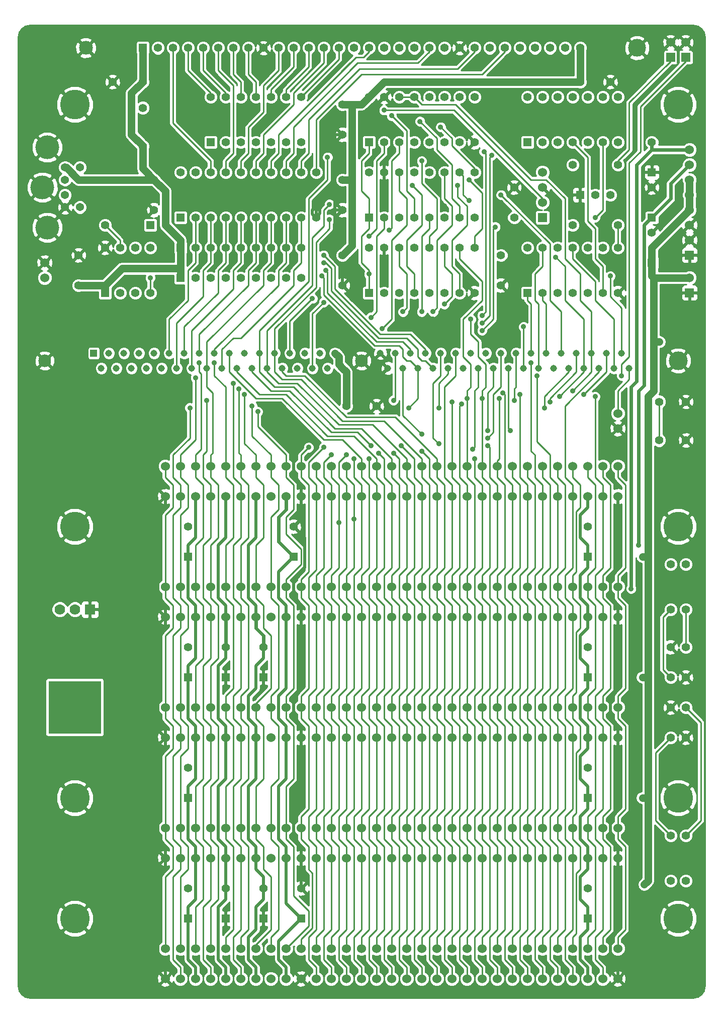
<source format=gtl>
G04 (created by PCBNEW (2013-07-07 BZR 4022)-stable) date 11/4/2014 12:29:05 AM*
%MOIN*%
G04 Gerber Fmt 3.4, Leading zero omitted, Abs format*
%FSLAX34Y34*%
G01*
G70*
G90*
G04 APERTURE LIST*
%ADD10C,0.00590551*%
%ADD11R,0.055X0.055*%
%ADD12C,0.055*%
%ADD13C,0.0551*%
%ADD14R,0.06X0.06*%
%ADD15C,0.06*%
%ADD16C,0.054*%
%ADD17C,0.1575*%
%ADD18C,0.1969*%
%ADD19R,0.07X0.07*%
%ADD20C,0.07*%
%ADD21R,0.35X0.35*%
%ADD22C,0.084*%
%ADD23C,0.125*%
%ADD24R,0.045X0.045*%
%ADD25C,0.045*%
%ADD26C,0.118*%
%ADD27C,0.091*%
%ADD28C,0.035*%
%ADD29C,0.024*%
%ADD30C,0.019*%
%ADD31C,0.01*%
%ADD32C,0.049*%
G04 APERTURE END LIST*
G54D10*
G54D11*
X34000Y-79500D03*
G54D12*
X34000Y-77500D03*
G54D13*
X62739Y-45220D03*
X64511Y-45220D03*
X62739Y-47780D03*
X64511Y-47780D03*
G54D12*
X28500Y-28280D03*
X28500Y-25720D03*
G54D11*
X26000Y-38000D03*
G54D12*
X27000Y-38000D03*
X28000Y-38000D03*
X29000Y-38000D03*
X29000Y-35000D03*
X28000Y-35000D03*
X27000Y-35000D03*
X26000Y-35000D03*
G54D11*
X31000Y-33000D03*
G54D12*
X32000Y-33000D03*
X33000Y-33000D03*
X34000Y-33000D03*
X35000Y-33000D03*
X36000Y-33000D03*
X37000Y-33000D03*
X38000Y-33000D03*
X39000Y-33000D03*
X40000Y-33000D03*
X40000Y-30000D03*
X39000Y-30000D03*
X38000Y-30000D03*
X37000Y-30000D03*
X36000Y-30000D03*
X35000Y-30000D03*
X34000Y-30000D03*
X33000Y-30000D03*
X32000Y-30000D03*
X31000Y-30000D03*
G54D11*
X43500Y-28000D03*
G54D12*
X44500Y-28000D03*
X45500Y-28000D03*
X46500Y-28000D03*
X47500Y-28000D03*
X48500Y-28000D03*
X49500Y-28000D03*
X50500Y-28000D03*
X50500Y-25000D03*
X49500Y-25000D03*
X48500Y-25000D03*
X47500Y-25000D03*
X46500Y-25000D03*
X45500Y-25000D03*
X44500Y-25000D03*
X43500Y-25000D03*
G54D11*
X43500Y-33000D03*
G54D12*
X44500Y-33000D03*
X45500Y-33000D03*
X46500Y-33000D03*
X47500Y-33000D03*
X48500Y-33000D03*
X49500Y-33000D03*
X50500Y-33000D03*
X50500Y-30000D03*
X49500Y-30000D03*
X48500Y-30000D03*
X47500Y-30000D03*
X46500Y-30000D03*
X45500Y-30000D03*
X44500Y-30000D03*
X43500Y-30000D03*
G54D11*
X43500Y-38000D03*
G54D12*
X44500Y-38000D03*
X45500Y-38000D03*
X46500Y-38000D03*
X47500Y-38000D03*
X48500Y-38000D03*
X49500Y-38000D03*
X50500Y-38000D03*
X50500Y-35000D03*
X49500Y-35000D03*
X48500Y-35000D03*
X47500Y-35000D03*
X46500Y-35000D03*
X45500Y-35000D03*
X44500Y-35000D03*
X43500Y-35000D03*
G54D11*
X54000Y-28000D03*
G54D12*
X55000Y-28000D03*
X56000Y-28000D03*
X57000Y-28000D03*
X58000Y-28000D03*
X59000Y-28000D03*
X60000Y-28000D03*
X60000Y-25000D03*
X59000Y-25000D03*
X58000Y-25000D03*
X57000Y-25000D03*
X56000Y-25000D03*
X55000Y-25000D03*
X54000Y-25000D03*
G54D11*
X33000Y-28000D03*
G54D12*
X34000Y-28000D03*
X35000Y-28000D03*
X36000Y-28000D03*
X37000Y-28000D03*
X38000Y-28000D03*
X39000Y-28000D03*
X39000Y-25000D03*
X38000Y-25000D03*
X37000Y-25000D03*
X36000Y-25000D03*
X35000Y-25000D03*
X34000Y-25000D03*
X33000Y-25000D03*
G54D11*
X54000Y-38000D03*
G54D12*
X55000Y-38000D03*
X56000Y-38000D03*
X57000Y-38000D03*
X58000Y-38000D03*
X59000Y-38000D03*
X60000Y-38000D03*
X60000Y-35000D03*
X59000Y-35000D03*
X58000Y-35000D03*
X57000Y-35000D03*
X56000Y-35000D03*
X55000Y-35000D03*
X54000Y-35000D03*
X26000Y-33500D03*
G54D11*
X29000Y-33500D03*
G54D14*
X55000Y-33000D03*
G54D15*
X55000Y-32000D03*
X55000Y-31000D03*
X55000Y-30000D03*
X22000Y-37000D03*
X22000Y-36000D03*
X60000Y-46000D03*
X60000Y-47000D03*
G54D16*
X23350Y-30488D03*
X23350Y-31512D03*
X24331Y-32319D03*
X24331Y-29681D03*
X23350Y-29681D03*
X23350Y-32319D03*
G54D17*
X21850Y-31000D03*
X22169Y-33661D03*
X22169Y-28339D03*
G54D15*
X30000Y-51500D03*
X31000Y-51500D03*
X32000Y-51500D03*
X33000Y-51500D03*
X34000Y-51500D03*
X35000Y-51500D03*
X36000Y-51500D03*
X37000Y-51500D03*
X38000Y-51500D03*
X39000Y-51500D03*
X40000Y-51500D03*
X41000Y-51500D03*
X42000Y-51500D03*
X43000Y-51500D03*
X44000Y-51500D03*
X45000Y-51500D03*
X46000Y-51500D03*
X47000Y-51500D03*
X48000Y-51500D03*
X49000Y-51500D03*
X50000Y-51500D03*
X51000Y-51500D03*
X52000Y-51500D03*
X53000Y-51500D03*
X54000Y-51500D03*
X55000Y-51500D03*
X56000Y-51500D03*
X57000Y-51500D03*
X58000Y-51500D03*
X59000Y-51500D03*
X60000Y-51500D03*
X30000Y-49500D03*
X31000Y-49500D03*
X32000Y-49500D03*
X33000Y-49500D03*
X34000Y-49500D03*
X35000Y-49500D03*
X36000Y-49500D03*
X37000Y-49500D03*
X38000Y-49500D03*
X39000Y-49500D03*
X40000Y-49500D03*
X41000Y-49500D03*
X42000Y-49500D03*
X43000Y-49500D03*
X44000Y-49500D03*
X45000Y-49500D03*
X46000Y-49500D03*
X47000Y-49500D03*
X48000Y-49500D03*
X49000Y-49500D03*
X50000Y-49500D03*
X51000Y-49500D03*
X52000Y-49500D03*
X53000Y-49500D03*
X54000Y-49500D03*
X55000Y-49500D03*
X56000Y-49500D03*
X57000Y-49500D03*
X58000Y-49500D03*
X59000Y-49500D03*
X60000Y-49500D03*
X30000Y-59500D03*
X31000Y-59500D03*
X32000Y-59500D03*
X33000Y-59500D03*
X34000Y-59500D03*
X35000Y-59500D03*
X36000Y-59500D03*
X37000Y-59500D03*
X38000Y-59500D03*
X39000Y-59500D03*
X40000Y-59500D03*
X41000Y-59500D03*
X42000Y-59500D03*
X43000Y-59500D03*
X44000Y-59500D03*
X45000Y-59500D03*
X46000Y-59500D03*
X47000Y-59500D03*
X48000Y-59500D03*
X49000Y-59500D03*
X50000Y-59500D03*
X51000Y-59500D03*
X52000Y-59500D03*
X53000Y-59500D03*
X54000Y-59500D03*
X55000Y-59500D03*
X56000Y-59500D03*
X57000Y-59500D03*
X58000Y-59500D03*
X59000Y-59500D03*
X60000Y-59500D03*
X30000Y-57500D03*
X31000Y-57500D03*
X32000Y-57500D03*
X33000Y-57500D03*
X34000Y-57500D03*
X35000Y-57500D03*
X36000Y-57500D03*
X37000Y-57500D03*
X38000Y-57500D03*
X39000Y-57500D03*
X40000Y-57500D03*
X41000Y-57500D03*
X42000Y-57500D03*
X43000Y-57500D03*
X44000Y-57500D03*
X45000Y-57500D03*
X46000Y-57500D03*
X47000Y-57500D03*
X48000Y-57500D03*
X49000Y-57500D03*
X50000Y-57500D03*
X51000Y-57500D03*
X52000Y-57500D03*
X53000Y-57500D03*
X54000Y-57500D03*
X55000Y-57500D03*
X56000Y-57500D03*
X57000Y-57500D03*
X58000Y-57500D03*
X59000Y-57500D03*
X60000Y-57500D03*
X30000Y-83500D03*
X31000Y-83500D03*
X32000Y-83500D03*
X33000Y-83500D03*
X34000Y-83500D03*
X35000Y-83500D03*
X36000Y-83500D03*
X37000Y-83500D03*
X38000Y-83500D03*
X39000Y-83500D03*
X40000Y-83500D03*
X41000Y-83500D03*
X42000Y-83500D03*
X43000Y-83500D03*
X44000Y-83500D03*
X45000Y-83500D03*
X46000Y-83500D03*
X47000Y-83500D03*
X48000Y-83500D03*
X49000Y-83500D03*
X50000Y-83500D03*
X51000Y-83500D03*
X52000Y-83500D03*
X53000Y-83500D03*
X54000Y-83500D03*
X55000Y-83500D03*
X56000Y-83500D03*
X57000Y-83500D03*
X58000Y-83500D03*
X59000Y-83500D03*
X60000Y-83500D03*
X30000Y-81500D03*
X31000Y-81500D03*
X32000Y-81500D03*
X33000Y-81500D03*
X34000Y-81500D03*
X35000Y-81500D03*
X36000Y-81500D03*
X37000Y-81500D03*
X38000Y-81500D03*
X39000Y-81500D03*
X40000Y-81500D03*
X41000Y-81500D03*
X42000Y-81500D03*
X43000Y-81500D03*
X44000Y-81500D03*
X45000Y-81500D03*
X46000Y-81500D03*
X47000Y-81500D03*
X48000Y-81500D03*
X49000Y-81500D03*
X50000Y-81500D03*
X51000Y-81500D03*
X52000Y-81500D03*
X53000Y-81500D03*
X54000Y-81500D03*
X55000Y-81500D03*
X56000Y-81500D03*
X57000Y-81500D03*
X58000Y-81500D03*
X59000Y-81500D03*
X60000Y-81500D03*
X30000Y-75500D03*
X31000Y-75500D03*
X32000Y-75500D03*
X33000Y-75500D03*
X34000Y-75500D03*
X35000Y-75500D03*
X36000Y-75500D03*
X37000Y-75500D03*
X38000Y-75500D03*
X39000Y-75500D03*
X40000Y-75500D03*
X41000Y-75500D03*
X42000Y-75500D03*
X43000Y-75500D03*
X44000Y-75500D03*
X45000Y-75500D03*
X46000Y-75500D03*
X47000Y-75500D03*
X48000Y-75500D03*
X49000Y-75500D03*
X50000Y-75500D03*
X51000Y-75500D03*
X52000Y-75500D03*
X53000Y-75500D03*
X54000Y-75500D03*
X55000Y-75500D03*
X56000Y-75500D03*
X57000Y-75500D03*
X58000Y-75500D03*
X59000Y-75500D03*
X60000Y-75500D03*
X30000Y-73500D03*
X31000Y-73500D03*
X32000Y-73500D03*
X33000Y-73500D03*
X34000Y-73500D03*
X35000Y-73500D03*
X36000Y-73500D03*
X37000Y-73500D03*
X38000Y-73500D03*
X39000Y-73500D03*
X40000Y-73500D03*
X41000Y-73500D03*
X42000Y-73500D03*
X43000Y-73500D03*
X44000Y-73500D03*
X45000Y-73500D03*
X46000Y-73500D03*
X47000Y-73500D03*
X48000Y-73500D03*
X49000Y-73500D03*
X50000Y-73500D03*
X51000Y-73500D03*
X52000Y-73500D03*
X53000Y-73500D03*
X54000Y-73500D03*
X55000Y-73500D03*
X56000Y-73500D03*
X57000Y-73500D03*
X58000Y-73500D03*
X59000Y-73500D03*
X60000Y-73500D03*
X30000Y-67500D03*
X31000Y-67500D03*
X32000Y-67500D03*
X33000Y-67500D03*
X34000Y-67500D03*
X35000Y-67500D03*
X36000Y-67500D03*
X37000Y-67500D03*
X38000Y-67500D03*
X39000Y-67500D03*
X40000Y-67500D03*
X41000Y-67500D03*
X42000Y-67500D03*
X43000Y-67500D03*
X44000Y-67500D03*
X45000Y-67500D03*
X46000Y-67500D03*
X47000Y-67500D03*
X48000Y-67500D03*
X49000Y-67500D03*
X50000Y-67500D03*
X51000Y-67500D03*
X52000Y-67500D03*
X53000Y-67500D03*
X54000Y-67500D03*
X55000Y-67500D03*
X56000Y-67500D03*
X57000Y-67500D03*
X58000Y-67500D03*
X59000Y-67500D03*
X60000Y-67500D03*
X30000Y-65500D03*
X31000Y-65500D03*
X32000Y-65500D03*
X33000Y-65500D03*
X34000Y-65500D03*
X35000Y-65500D03*
X36000Y-65500D03*
X37000Y-65500D03*
X38000Y-65500D03*
X39000Y-65500D03*
X40000Y-65500D03*
X41000Y-65500D03*
X42000Y-65500D03*
X43000Y-65500D03*
X44000Y-65500D03*
X45000Y-65500D03*
X46000Y-65500D03*
X47000Y-65500D03*
X48000Y-65500D03*
X49000Y-65500D03*
X50000Y-65500D03*
X51000Y-65500D03*
X52000Y-65500D03*
X53000Y-65500D03*
X54000Y-65500D03*
X55000Y-65500D03*
X56000Y-65500D03*
X57000Y-65500D03*
X58000Y-65500D03*
X59000Y-65500D03*
X60000Y-65500D03*
G54D11*
X62250Y-36000D03*
G54D12*
X62250Y-34000D03*
G54D11*
X39000Y-79500D03*
G54D12*
X39000Y-77500D03*
G54D11*
X38500Y-55500D03*
G54D12*
X38500Y-53500D03*
G54D11*
X62250Y-30000D03*
G54D12*
X62250Y-28000D03*
G54D11*
X58000Y-55500D03*
G54D12*
X58000Y-53500D03*
G54D11*
X31500Y-55500D03*
G54D12*
X31500Y-53500D03*
G54D11*
X34000Y-63500D03*
G54D12*
X34000Y-61500D03*
G54D11*
X36500Y-79500D03*
G54D12*
X36500Y-77500D03*
G54D11*
X62250Y-33000D03*
G54D12*
X62250Y-31000D03*
G54D11*
X58000Y-63500D03*
G54D12*
X58000Y-61500D03*
G54D11*
X31500Y-63500D03*
G54D12*
X31500Y-61500D03*
G54D11*
X58000Y-71500D03*
G54D12*
X58000Y-69500D03*
G54D11*
X31500Y-71500D03*
G54D12*
X31500Y-69500D03*
G54D11*
X58000Y-79500D03*
G54D12*
X58000Y-77500D03*
G54D11*
X31500Y-79500D03*
G54D12*
X31500Y-77500D03*
G54D11*
X36500Y-63500D03*
G54D12*
X36500Y-61500D03*
X42000Y-45500D03*
X44000Y-45500D03*
X28500Y-24000D03*
X26500Y-24000D03*
X24250Y-37500D03*
X24250Y-35500D03*
X29250Y-30500D03*
X29250Y-32500D03*
X41750Y-35500D03*
X41750Y-37500D03*
X41750Y-30500D03*
X41750Y-32500D03*
X41750Y-25500D03*
X41750Y-27500D03*
X52250Y-35500D03*
X52250Y-37500D03*
X57500Y-24000D03*
X59500Y-24000D03*
G54D18*
X64000Y-79500D03*
X24000Y-71500D03*
X64000Y-71500D03*
X24000Y-53500D03*
X64000Y-53500D03*
X24000Y-79500D03*
G54D12*
X53125Y-33000D03*
X53125Y-31000D03*
X60000Y-33500D03*
X57000Y-33500D03*
X57000Y-29500D03*
X60000Y-29500D03*
X63500Y-67500D03*
X64500Y-67500D03*
G54D11*
X57500Y-31500D03*
G54D12*
X58500Y-31500D03*
X59500Y-31500D03*
G54D19*
X25000Y-59000D03*
G54D20*
X24000Y-59000D03*
X23000Y-59000D03*
G54D21*
X24000Y-65500D03*
G54D12*
X63500Y-77000D03*
X63500Y-74000D03*
X64500Y-77000D03*
X64500Y-74000D03*
X63500Y-56000D03*
X63500Y-59000D03*
X63500Y-65500D03*
X64500Y-65500D03*
X63500Y-63500D03*
X64500Y-63500D03*
X63500Y-61500D03*
X64500Y-61500D03*
G54D18*
X24000Y-25500D03*
X64000Y-25500D03*
G54D11*
X31000Y-35000D03*
G54D12*
X32000Y-35000D03*
X33000Y-35000D03*
X34000Y-35000D03*
X35000Y-35000D03*
X36000Y-35000D03*
X37000Y-35000D03*
X38000Y-35000D03*
X39000Y-35000D03*
G54D11*
X31000Y-37000D03*
G54D12*
X32000Y-37000D03*
X33000Y-37000D03*
X34000Y-37000D03*
X35000Y-37000D03*
X36000Y-37000D03*
X37000Y-37000D03*
X38000Y-37000D03*
X39000Y-37000D03*
X64500Y-56000D03*
X64500Y-59000D03*
G54D14*
X64500Y-22375D03*
G54D15*
X64500Y-21375D03*
G54D14*
X63500Y-22375D03*
G54D15*
X63500Y-21375D03*
G54D22*
X43000Y-42500D03*
G54D23*
X64000Y-42500D03*
G54D22*
X22000Y-42500D03*
G54D24*
X25250Y-42000D03*
G54D25*
X25750Y-43000D03*
X26250Y-42000D03*
X26750Y-43000D03*
X27250Y-42000D03*
X27750Y-43000D03*
X28250Y-42000D03*
X28750Y-43000D03*
X29250Y-42000D03*
X29750Y-43000D03*
X30250Y-42000D03*
X30750Y-43000D03*
X31250Y-42000D03*
X31750Y-43000D03*
X32250Y-42000D03*
X32750Y-43000D03*
X33250Y-42000D03*
X33750Y-43000D03*
X34250Y-42000D03*
X34750Y-43000D03*
X35250Y-42000D03*
X35750Y-43000D03*
X36250Y-42000D03*
X36750Y-43000D03*
X37250Y-42000D03*
X37750Y-43000D03*
X38250Y-42000D03*
X38750Y-43000D03*
X39250Y-42000D03*
X39750Y-43000D03*
X40250Y-42000D03*
X40750Y-43000D03*
X41250Y-42000D03*
X41750Y-43000D03*
X44250Y-42000D03*
X44750Y-43000D03*
X45250Y-42000D03*
X45750Y-43000D03*
X46250Y-42000D03*
X46750Y-43000D03*
X47250Y-42000D03*
X47750Y-43000D03*
X48250Y-42000D03*
X48750Y-43000D03*
X49250Y-42000D03*
X49750Y-43000D03*
X50250Y-42000D03*
X50750Y-43000D03*
X51250Y-42000D03*
X51750Y-43000D03*
X52250Y-42000D03*
X52750Y-43000D03*
X53250Y-42000D03*
X53750Y-43000D03*
X54250Y-42000D03*
X54750Y-43000D03*
X55250Y-42000D03*
X55750Y-43000D03*
X56250Y-42000D03*
X56750Y-43000D03*
X57250Y-42000D03*
X57750Y-43000D03*
X58250Y-42000D03*
X58750Y-43000D03*
X59250Y-42000D03*
X59750Y-43000D03*
X60250Y-42000D03*
X60750Y-43000D03*
G54D14*
X64750Y-38000D03*
G54D15*
X64750Y-37000D03*
G54D14*
X64750Y-35500D03*
G54D15*
X64750Y-34500D03*
X64750Y-33500D03*
X64750Y-32500D03*
X64750Y-31500D03*
X64750Y-30500D03*
X64750Y-29500D03*
X64750Y-28500D03*
G54D11*
X28500Y-21750D03*
G54D12*
X29500Y-21750D03*
X30500Y-21750D03*
X31500Y-21750D03*
X32500Y-21750D03*
X33500Y-21750D03*
X34500Y-21750D03*
X35500Y-21750D03*
X36500Y-21750D03*
X37500Y-21750D03*
X38500Y-21750D03*
X39500Y-21750D03*
X40500Y-21750D03*
X41500Y-21750D03*
X42500Y-21750D03*
X43500Y-21750D03*
X44500Y-21750D03*
X45500Y-21750D03*
X46500Y-21750D03*
X47500Y-21750D03*
X48500Y-21750D03*
X49500Y-21750D03*
X50500Y-21750D03*
X51500Y-21750D03*
X52500Y-21750D03*
X53500Y-21750D03*
X54500Y-21750D03*
X55500Y-21750D03*
X56500Y-21750D03*
X57500Y-21750D03*
G54D26*
X61275Y-21750D03*
G54D27*
X24724Y-21750D03*
G54D28*
X60875Y-57625D03*
X61375Y-54750D03*
X50000Y-45000D03*
X39750Y-38375D03*
X49000Y-45250D03*
X51875Y-33625D03*
X51000Y-40500D03*
X40875Y-33125D03*
X40875Y-32125D03*
X50125Y-31875D03*
X40750Y-29000D03*
X51625Y-28875D03*
X51000Y-40000D03*
X51125Y-28625D03*
X51000Y-39500D03*
X43500Y-34250D03*
X42500Y-53000D03*
X44850Y-33850D03*
X41497Y-53252D03*
X48500Y-38750D03*
X45750Y-39250D03*
X43625Y-39625D03*
X47000Y-39250D03*
X47750Y-39250D03*
X44375Y-40375D03*
X52125Y-45000D03*
X40500Y-38625D03*
X50250Y-39750D03*
X51000Y-45000D03*
X48125Y-45625D03*
X53750Y-40250D03*
X36125Y-45875D03*
X35750Y-45500D03*
X35250Y-44750D03*
X34875Y-44375D03*
X33250Y-42625D03*
X32250Y-42625D03*
X32000Y-43625D03*
X45625Y-48125D03*
X43625Y-48125D03*
X34500Y-44000D03*
X47000Y-47375D03*
X44125Y-48625D03*
X46125Y-45625D03*
X39500Y-48250D03*
X40375Y-36875D03*
X32750Y-45125D03*
X45125Y-45125D03*
X53500Y-44750D03*
X52375Y-44625D03*
X48125Y-48000D03*
X51375Y-48125D03*
X50500Y-49000D03*
X52875Y-47125D03*
X53125Y-45125D03*
X49625Y-45375D03*
X40500Y-36000D03*
X40500Y-35500D03*
X59500Y-36875D03*
X43500Y-36750D03*
X58500Y-44875D03*
X31625Y-45625D03*
X57750Y-44750D03*
X54625Y-43500D03*
X51375Y-47625D03*
X47000Y-48500D03*
X51375Y-47125D03*
X45125Y-48625D03*
X54250Y-42625D03*
X50375Y-48375D03*
X43500Y-49000D03*
X52250Y-31500D03*
X29000Y-37000D03*
X42500Y-49000D03*
X55125Y-45625D03*
X42000Y-48750D03*
X55500Y-45250D03*
X41000Y-48750D03*
X55875Y-35625D03*
X56125Y-44875D03*
X40500Y-48250D03*
X57000Y-44500D03*
X40625Y-36500D03*
X60250Y-43500D03*
X39000Y-62500D03*
X39000Y-70500D03*
X61125Y-75000D03*
X61125Y-67000D03*
X61125Y-59000D03*
X38500Y-47000D03*
X37750Y-45750D03*
X37250Y-45750D03*
X48750Y-39750D03*
X47750Y-42375D03*
X47750Y-39750D03*
X48750Y-42375D03*
X35000Y-26750D03*
X30250Y-28000D03*
X33000Y-26750D03*
X36500Y-26750D03*
X53000Y-36250D03*
X52250Y-32750D03*
X44500Y-32125D03*
X47000Y-27500D03*
X48500Y-32250D03*
X35500Y-32500D03*
X32500Y-32500D03*
X38500Y-32500D03*
X45000Y-27500D03*
X44000Y-27500D03*
X44500Y-37250D03*
X48250Y-27000D03*
X46375Y-30875D03*
X45000Y-26250D03*
X50125Y-30500D03*
X46875Y-26625D03*
X49375Y-30875D03*
X47000Y-29250D03*
X44500Y-25875D03*
X58500Y-33000D03*
X62750Y-41250D03*
X62375Y-41250D03*
X61750Y-77250D03*
X61625Y-71500D03*
X61625Y-63500D03*
X61625Y-55500D03*
X62000Y-77000D03*
X62000Y-71500D03*
X62000Y-63500D03*
X62000Y-55500D03*
G54D29*
X60875Y-57625D02*
X60875Y-44250D01*
X60875Y-44250D02*
X61250Y-43875D01*
G54D30*
X35500Y-74250D02*
X35500Y-70750D01*
X36000Y-70250D02*
X36000Y-67500D01*
X35500Y-70750D02*
X36000Y-70250D01*
X35500Y-58250D02*
X35500Y-54750D01*
X36000Y-54250D02*
X36000Y-51500D01*
X35500Y-54750D02*
X36000Y-54250D01*
G54D29*
X62250Y-28500D02*
X64750Y-28500D01*
G54D30*
X36000Y-59500D02*
X36000Y-58750D01*
X36000Y-58750D02*
X35500Y-58250D01*
G54D29*
X36500Y-61500D02*
X36500Y-60750D01*
X36500Y-60750D02*
X36000Y-60250D01*
X36000Y-60250D02*
X36000Y-59500D01*
G54D30*
X36000Y-67500D02*
X36000Y-66750D01*
X36000Y-66750D02*
X35500Y-66250D01*
X35500Y-66250D02*
X35500Y-64750D01*
X35500Y-64750D02*
X36000Y-64250D01*
X36000Y-64250D02*
X36000Y-62750D01*
X36000Y-62750D02*
X36500Y-62250D01*
X36500Y-62250D02*
X36500Y-61500D01*
X36000Y-75500D02*
X36000Y-74750D01*
X36000Y-74750D02*
X35500Y-74250D01*
X36500Y-77500D02*
X36500Y-76750D01*
X36000Y-76250D02*
X36000Y-75500D01*
X36500Y-76750D02*
X36000Y-76250D01*
X36000Y-83500D02*
X36000Y-82750D01*
X36500Y-78250D02*
X36500Y-77500D01*
X36000Y-78750D02*
X36500Y-78250D01*
X36000Y-80250D02*
X36000Y-78750D01*
X35500Y-80750D02*
X36000Y-80250D01*
X35500Y-82250D02*
X35500Y-80750D01*
X36000Y-82750D02*
X35500Y-82250D01*
G54D29*
X61250Y-29500D02*
X62250Y-28500D01*
X61250Y-29500D02*
X61250Y-43875D01*
X62250Y-28500D02*
X62250Y-28000D01*
G54D30*
X34000Y-53500D02*
X34000Y-51500D01*
X34000Y-59500D02*
X34000Y-58750D01*
X34000Y-58750D02*
X33500Y-58250D01*
X33500Y-58250D02*
X33500Y-54750D01*
X33500Y-54750D02*
X34000Y-54250D01*
X34000Y-54250D02*
X34000Y-53500D01*
G54D29*
X34000Y-61500D02*
X34000Y-59500D01*
G54D30*
X34000Y-67500D02*
X34000Y-66750D01*
X34000Y-62250D02*
X34000Y-61500D01*
X33500Y-62750D02*
X34000Y-62250D01*
X33500Y-66250D02*
X33500Y-62750D01*
X34000Y-66750D02*
X33500Y-66250D01*
X34000Y-69500D02*
X34000Y-67500D01*
X34000Y-75500D02*
X34000Y-74750D01*
X34000Y-70250D02*
X34000Y-69500D01*
X33500Y-70750D02*
X34000Y-70250D01*
X33500Y-74250D02*
X33500Y-70750D01*
X34000Y-74750D02*
X33500Y-74250D01*
X34000Y-77500D02*
X34000Y-75500D01*
X34000Y-83500D02*
X34000Y-82750D01*
X34000Y-78250D02*
X34000Y-77500D01*
X33500Y-78750D02*
X34000Y-78250D01*
X33500Y-82250D02*
X33500Y-78750D01*
X34000Y-82750D02*
X33500Y-82250D01*
G54D29*
X61375Y-54750D02*
X61375Y-44500D01*
X61375Y-44500D02*
X61750Y-44125D01*
X61750Y-33500D02*
X61750Y-44125D01*
X38500Y-55500D02*
X37500Y-54500D01*
X38000Y-52375D02*
X38000Y-51500D01*
X37500Y-52875D02*
X38000Y-52375D01*
X37500Y-54500D02*
X37500Y-52875D01*
G54D30*
X37500Y-58250D02*
X37500Y-56500D01*
X38000Y-58750D02*
X37500Y-58250D01*
X38000Y-59500D02*
X38000Y-58750D01*
X37500Y-56500D02*
X38500Y-55500D01*
X38000Y-67500D02*
X38000Y-70250D01*
X38000Y-70250D02*
X37500Y-70750D01*
X37500Y-74250D02*
X37500Y-70750D01*
X38000Y-74750D02*
X37500Y-74250D01*
X38000Y-75500D02*
X38000Y-74750D01*
X37500Y-66250D02*
X37500Y-64750D01*
X37500Y-64750D02*
X38000Y-64250D01*
X38000Y-66750D02*
X37500Y-66250D01*
X38000Y-67500D02*
X38000Y-66750D01*
X38000Y-64250D02*
X38000Y-62500D01*
X38000Y-62500D02*
X38000Y-59500D01*
G54D29*
X63500Y-30750D02*
X64750Y-29500D01*
G54D30*
X39000Y-79500D02*
X38000Y-78500D01*
X38000Y-78500D02*
X38000Y-75500D01*
X38000Y-83500D02*
X38000Y-82750D01*
X37500Y-81000D02*
X39000Y-79500D01*
X37500Y-82250D02*
X37500Y-81000D01*
X38000Y-82750D02*
X37500Y-82250D01*
G54D29*
X63500Y-31750D02*
X63500Y-30750D01*
X62250Y-33000D02*
X63500Y-31750D01*
X61750Y-33500D02*
X62250Y-33000D01*
G54D30*
X61750Y-33500D02*
X62250Y-33000D01*
G54D31*
X60000Y-57500D02*
X60000Y-56750D01*
X60000Y-50250D02*
X60000Y-49500D01*
X60500Y-50750D02*
X60000Y-50250D01*
X60500Y-56250D02*
X60500Y-50750D01*
X60000Y-56750D02*
X60500Y-56250D01*
X60000Y-65500D02*
X60000Y-64750D01*
X60000Y-58250D02*
X60000Y-57500D01*
X60500Y-58750D02*
X60000Y-58250D01*
X60500Y-64250D02*
X60500Y-58750D01*
X60000Y-64750D02*
X60500Y-64250D01*
X60000Y-73500D02*
X60000Y-72750D01*
X60000Y-66250D02*
X60000Y-65500D01*
X60500Y-66750D02*
X60000Y-66250D01*
X60500Y-72250D02*
X60500Y-66750D01*
X60000Y-72750D02*
X60500Y-72250D01*
X60000Y-81500D02*
X60000Y-80750D01*
X60000Y-74250D02*
X60000Y-73500D01*
X60500Y-74750D02*
X60000Y-74250D01*
X60500Y-80250D02*
X60500Y-74750D01*
X60000Y-80750D02*
X60500Y-80250D01*
X59000Y-73500D02*
X59000Y-74250D01*
X59000Y-80750D02*
X59000Y-81500D01*
X59500Y-80250D02*
X59000Y-80750D01*
X59500Y-74750D02*
X59500Y-80250D01*
X59000Y-74250D02*
X59500Y-74750D01*
X59000Y-65500D02*
X59000Y-66250D01*
X59000Y-72750D02*
X59000Y-73500D01*
X59500Y-72250D02*
X59000Y-72750D01*
X59500Y-66750D02*
X59500Y-72250D01*
X59000Y-66250D02*
X59500Y-66750D01*
X59000Y-57500D02*
X59000Y-58250D01*
X59000Y-64750D02*
X59000Y-65500D01*
X59500Y-64250D02*
X59000Y-64750D01*
X59500Y-58750D02*
X59500Y-64250D01*
X59000Y-58250D02*
X59500Y-58750D01*
X59000Y-49500D02*
X59000Y-50250D01*
X59000Y-50250D02*
X59500Y-50750D01*
X59500Y-50750D02*
X59500Y-56250D01*
X59500Y-56250D02*
X59000Y-56750D01*
X59000Y-56750D02*
X59000Y-57500D01*
X51000Y-38500D02*
X49750Y-39750D01*
X49750Y-39750D02*
X49750Y-42250D01*
X49500Y-35750D02*
X51000Y-37250D01*
X51000Y-37250D02*
X51000Y-38500D01*
X50250Y-42750D02*
X49750Y-42250D01*
X50000Y-45000D02*
X50000Y-44500D01*
X50250Y-44250D02*
X50250Y-42750D01*
X50000Y-44500D02*
X50250Y-44250D01*
X49500Y-35750D02*
X49500Y-35000D01*
X50000Y-49500D02*
X50000Y-45000D01*
X50000Y-73500D02*
X50000Y-74250D01*
X50000Y-80750D02*
X50000Y-81500D01*
X50500Y-80250D02*
X50000Y-80750D01*
X50500Y-74750D02*
X50500Y-80250D01*
X50000Y-74250D02*
X50500Y-74750D01*
X50000Y-65500D02*
X50000Y-66250D01*
X50000Y-72750D02*
X50000Y-73500D01*
X50500Y-72250D02*
X50000Y-72750D01*
X50500Y-66750D02*
X50500Y-72250D01*
X50000Y-66250D02*
X50500Y-66750D01*
X50000Y-57500D02*
X50000Y-58250D01*
X50000Y-64750D02*
X50000Y-65500D01*
X50500Y-64250D02*
X50000Y-64750D01*
X50500Y-58750D02*
X50500Y-64250D01*
X50000Y-58250D02*
X50500Y-58750D01*
X50000Y-49500D02*
X50000Y-50250D01*
X50000Y-56750D02*
X50000Y-57500D01*
X50500Y-56250D02*
X50000Y-56750D01*
X50500Y-50750D02*
X50500Y-56250D01*
X50000Y-50250D02*
X50500Y-50750D01*
X38250Y-39875D02*
X39750Y-38375D01*
X38250Y-42000D02*
X38250Y-39875D01*
X49000Y-45250D02*
X49000Y-49500D01*
X49000Y-73500D02*
X49000Y-74250D01*
X49000Y-80750D02*
X49000Y-81500D01*
X49500Y-80250D02*
X49000Y-80750D01*
X49500Y-74750D02*
X49500Y-80250D01*
X49000Y-74250D02*
X49500Y-74750D01*
X49000Y-65500D02*
X49000Y-66250D01*
X49000Y-72750D02*
X49000Y-73500D01*
X49500Y-72250D02*
X49000Y-72750D01*
X49500Y-66750D02*
X49500Y-72250D01*
X49000Y-66250D02*
X49500Y-66750D01*
X49000Y-57500D02*
X49000Y-58250D01*
X49000Y-64750D02*
X49000Y-65500D01*
X49500Y-64250D02*
X49000Y-64750D01*
X49500Y-58750D02*
X49500Y-64250D01*
X49000Y-58250D02*
X49500Y-58750D01*
X49000Y-49500D02*
X49000Y-50250D01*
X49000Y-56750D02*
X49000Y-57500D01*
X49500Y-56250D02*
X49000Y-56750D01*
X49500Y-50750D02*
X49500Y-56250D01*
X49000Y-50250D02*
X49500Y-50750D01*
X45250Y-46250D02*
X42000Y-46250D01*
X42000Y-46250D02*
X39250Y-43500D01*
X51000Y-40500D02*
X51750Y-39750D01*
X37750Y-43250D02*
X38000Y-43500D01*
X37750Y-43250D02*
X37750Y-43000D01*
X39250Y-43500D02*
X38000Y-43500D01*
X51750Y-39750D02*
X51750Y-33750D01*
X51750Y-33750D02*
X51875Y-33625D01*
X48000Y-49500D02*
X48000Y-49000D01*
X45250Y-46250D02*
X48000Y-49000D01*
X48000Y-57500D02*
X48000Y-56750D01*
X48000Y-50250D02*
X48000Y-49500D01*
X48500Y-50750D02*
X48000Y-50250D01*
X48500Y-56250D02*
X48500Y-50750D01*
X48000Y-56750D02*
X48500Y-56250D01*
X48000Y-65500D02*
X48000Y-64750D01*
X48000Y-58250D02*
X48000Y-57500D01*
X48500Y-58750D02*
X48000Y-58250D01*
X48500Y-64250D02*
X48500Y-58750D01*
X48000Y-64750D02*
X48500Y-64250D01*
X48000Y-73500D02*
X48000Y-72750D01*
X48000Y-66250D02*
X48000Y-65500D01*
X48500Y-66750D02*
X48000Y-66250D01*
X48500Y-72250D02*
X48500Y-66750D01*
X48000Y-72750D02*
X48500Y-72250D01*
X48000Y-81500D02*
X48000Y-80750D01*
X48000Y-74250D02*
X48000Y-73500D01*
X48500Y-74750D02*
X48000Y-74250D01*
X48500Y-80250D02*
X48500Y-74750D01*
X48000Y-80750D02*
X48500Y-80250D01*
X39000Y-43750D02*
X41750Y-46500D01*
X41750Y-46500D02*
X44500Y-46500D01*
X37750Y-43750D02*
X37250Y-43250D01*
X37250Y-43250D02*
X37250Y-42000D01*
X37750Y-43750D02*
X39000Y-43750D01*
X37250Y-42000D02*
X37250Y-40375D01*
X40000Y-34625D02*
X40875Y-33750D01*
X40000Y-37625D02*
X40000Y-34625D01*
X37250Y-40375D02*
X40000Y-37625D01*
X40875Y-33125D02*
X40875Y-33750D01*
X44500Y-46500D02*
X47000Y-49000D01*
X47000Y-49500D02*
X47000Y-49000D01*
X47000Y-73500D02*
X47000Y-74250D01*
X47000Y-80750D02*
X47000Y-81500D01*
X47500Y-80250D02*
X47000Y-80750D01*
X47500Y-74750D02*
X47500Y-80250D01*
X47000Y-74250D02*
X47500Y-74750D01*
X47000Y-65500D02*
X47000Y-66250D01*
X47000Y-72750D02*
X47000Y-73500D01*
X47500Y-72250D02*
X47000Y-72750D01*
X47500Y-66750D02*
X47500Y-72250D01*
X47000Y-66250D02*
X47500Y-66750D01*
X47000Y-57500D02*
X47000Y-58250D01*
X47000Y-64750D02*
X47000Y-65500D01*
X47500Y-64250D02*
X47000Y-64750D01*
X47500Y-58750D02*
X47500Y-64250D01*
X47000Y-58250D02*
X47500Y-58750D01*
X47000Y-49500D02*
X47000Y-50250D01*
X47000Y-56750D02*
X47000Y-57500D01*
X47500Y-56250D02*
X47000Y-56750D01*
X47500Y-50750D02*
X47500Y-56250D01*
X47000Y-50250D02*
X47500Y-50750D01*
X38750Y-44000D02*
X37500Y-44000D01*
X37500Y-44000D02*
X36750Y-43250D01*
X38750Y-44000D02*
X41500Y-46750D01*
X41500Y-46750D02*
X43750Y-46750D01*
X40500Y-33575D02*
X40500Y-32500D01*
X40500Y-32500D02*
X40875Y-32125D01*
X49750Y-31500D02*
X49750Y-30250D01*
X49750Y-30250D02*
X49500Y-30000D01*
X50125Y-31875D02*
X49750Y-31500D01*
X36750Y-43000D02*
X36750Y-40500D01*
X39750Y-37500D02*
X39750Y-34325D01*
X40500Y-33575D02*
X39750Y-34325D01*
X40500Y-32500D02*
X40500Y-33575D01*
X39750Y-37500D02*
X36750Y-40500D01*
X36750Y-43250D02*
X36750Y-43000D01*
X43750Y-46750D02*
X46000Y-49000D01*
X46000Y-49500D02*
X46000Y-49000D01*
X46000Y-57500D02*
X46000Y-56750D01*
X46000Y-50250D02*
X46000Y-49500D01*
X46500Y-50750D02*
X46000Y-50250D01*
X46500Y-56250D02*
X46500Y-50750D01*
X46000Y-56750D02*
X46500Y-56250D01*
X46000Y-65500D02*
X46000Y-64750D01*
X46000Y-58250D02*
X46000Y-57500D01*
X46500Y-58750D02*
X46000Y-58250D01*
X46500Y-64250D02*
X46500Y-58750D01*
X46000Y-64750D02*
X46500Y-64250D01*
X46000Y-73500D02*
X46000Y-72750D01*
X46000Y-66250D02*
X46000Y-65500D01*
X46500Y-66750D02*
X46000Y-66250D01*
X46500Y-72250D02*
X46500Y-66750D01*
X46000Y-72750D02*
X46500Y-72250D01*
X46000Y-81500D02*
X46000Y-80750D01*
X46000Y-74250D02*
X46000Y-73500D01*
X46500Y-74750D02*
X46000Y-74250D01*
X46500Y-80250D02*
X46500Y-74750D01*
X46000Y-80750D02*
X46500Y-80250D01*
X38500Y-44250D02*
X37250Y-44250D01*
X37250Y-44250D02*
X36250Y-43250D01*
X38500Y-44250D02*
X41250Y-47000D01*
X41250Y-47000D02*
X43000Y-47000D01*
X40750Y-29000D02*
X40750Y-30500D01*
X40750Y-30500D02*
X39500Y-31750D01*
X39500Y-37250D02*
X39500Y-31750D01*
X39500Y-37250D02*
X36250Y-40500D01*
X36250Y-42000D02*
X36250Y-40500D01*
X43000Y-47000D02*
X45000Y-49000D01*
X36250Y-42000D02*
X36250Y-43250D01*
X45000Y-49000D02*
X45000Y-49500D01*
X45000Y-57500D02*
X45000Y-56750D01*
X45000Y-56750D02*
X45500Y-56250D01*
X45500Y-56250D02*
X45500Y-50750D01*
X45500Y-50750D02*
X45000Y-50250D01*
X45000Y-50250D02*
X45000Y-49500D01*
X45000Y-65500D02*
X45000Y-64750D01*
X45000Y-58250D02*
X45000Y-57500D01*
X45500Y-58750D02*
X45000Y-58250D01*
X45500Y-64250D02*
X45500Y-58750D01*
X45000Y-64750D02*
X45500Y-64250D01*
X45000Y-73500D02*
X45000Y-72750D01*
X45000Y-66250D02*
X45000Y-65500D01*
X45500Y-66750D02*
X45000Y-66250D01*
X45500Y-72250D02*
X45500Y-66750D01*
X45000Y-72750D02*
X45500Y-72250D01*
X45000Y-81500D02*
X45000Y-80750D01*
X45000Y-74250D02*
X45000Y-73500D01*
X45500Y-74750D02*
X45000Y-74250D01*
X45500Y-80250D02*
X45500Y-74750D01*
X45000Y-80750D02*
X45500Y-80250D01*
X34750Y-43000D02*
X34750Y-43250D01*
X36250Y-44750D02*
X38000Y-44750D01*
X34750Y-43250D02*
X36250Y-44750D01*
X42500Y-47500D02*
X40750Y-47500D01*
X40750Y-47500D02*
X38000Y-44750D01*
X42500Y-47500D02*
X44000Y-49000D01*
X44000Y-49500D02*
X44000Y-49000D01*
X51000Y-40000D02*
X51500Y-39500D01*
X51500Y-29000D02*
X51625Y-28875D01*
X51500Y-39500D02*
X51500Y-29000D01*
X44000Y-57500D02*
X44000Y-56750D01*
X44000Y-50250D02*
X44000Y-49500D01*
X44500Y-50750D02*
X44000Y-50250D01*
X44500Y-56250D02*
X44500Y-50750D01*
X44000Y-56750D02*
X44500Y-56250D01*
X44000Y-65500D02*
X44000Y-64750D01*
X44000Y-58250D02*
X44000Y-57500D01*
X44500Y-58750D02*
X44000Y-58250D01*
X44500Y-64250D02*
X44500Y-58750D01*
X44000Y-64750D02*
X44500Y-64250D01*
X44000Y-73500D02*
X44000Y-72750D01*
X44000Y-66250D02*
X44000Y-65500D01*
X44500Y-66750D02*
X44000Y-66250D01*
X44500Y-72250D02*
X44500Y-66750D01*
X44000Y-72750D02*
X44500Y-72250D01*
X44000Y-81500D02*
X44000Y-80750D01*
X44000Y-74250D02*
X44000Y-73500D01*
X44500Y-74750D02*
X44000Y-74250D01*
X44500Y-80250D02*
X44500Y-74750D01*
X44000Y-80750D02*
X44500Y-80250D01*
X34250Y-43250D02*
X36000Y-45000D01*
X36000Y-45000D02*
X37750Y-45000D01*
X41750Y-47750D02*
X40500Y-47750D01*
X40500Y-47750D02*
X37750Y-45000D01*
X41750Y-47750D02*
X43000Y-49000D01*
X34250Y-43250D02*
X34250Y-42000D01*
X51250Y-28750D02*
X51125Y-28625D01*
X51000Y-39500D02*
X51250Y-39250D01*
X51250Y-28750D02*
X51250Y-39250D01*
X43000Y-49500D02*
X43000Y-49000D01*
X43000Y-49500D02*
X43000Y-49000D01*
X43000Y-57500D02*
X43000Y-56750D01*
X43000Y-50250D02*
X43000Y-49500D01*
X43500Y-50750D02*
X43000Y-50250D01*
X43500Y-56250D02*
X43500Y-50750D01*
X43000Y-56750D02*
X43500Y-56250D01*
X43000Y-65500D02*
X43000Y-64750D01*
X43000Y-58250D02*
X43000Y-57500D01*
X43500Y-58750D02*
X43000Y-58250D01*
X43500Y-64250D02*
X43500Y-58750D01*
X43000Y-64750D02*
X43500Y-64250D01*
X43000Y-73500D02*
X43000Y-72750D01*
X43000Y-66250D02*
X43000Y-65500D01*
X43500Y-66750D02*
X43000Y-66250D01*
X43500Y-72250D02*
X43500Y-66750D01*
X43000Y-72750D02*
X43500Y-72250D01*
X43000Y-81500D02*
X43000Y-80750D01*
X43000Y-74250D02*
X43000Y-73500D01*
X43500Y-74750D02*
X43000Y-74250D01*
X43500Y-80250D02*
X43500Y-74750D01*
X43000Y-80750D02*
X43500Y-80250D01*
X44000Y-29250D02*
X44000Y-33750D01*
X44000Y-33750D02*
X43500Y-34250D01*
X44500Y-28000D02*
X44500Y-28750D01*
X44500Y-28750D02*
X44000Y-29250D01*
X42000Y-57500D02*
X42000Y-56750D01*
X42000Y-50250D02*
X42000Y-49500D01*
X42500Y-50750D02*
X42000Y-50250D01*
X42500Y-56250D02*
X42500Y-53000D01*
X42500Y-53000D02*
X42500Y-50750D01*
X42000Y-56750D02*
X42500Y-56250D01*
X42000Y-65500D02*
X42000Y-64750D01*
X42000Y-58250D02*
X42000Y-57500D01*
X42500Y-58750D02*
X42000Y-58250D01*
X42500Y-64250D02*
X42500Y-58750D01*
X42000Y-64750D02*
X42500Y-64250D01*
X42000Y-73500D02*
X42000Y-72750D01*
X42000Y-66250D02*
X42000Y-65500D01*
X42500Y-66750D02*
X42000Y-66250D01*
X42500Y-72250D02*
X42500Y-66750D01*
X42000Y-72750D02*
X42500Y-72250D01*
X42000Y-81500D02*
X42000Y-80750D01*
X42000Y-74250D02*
X42000Y-73500D01*
X42500Y-74750D02*
X42000Y-74250D01*
X42500Y-80250D02*
X42500Y-74750D01*
X42000Y-80750D02*
X42500Y-80250D01*
X44850Y-33850D02*
X45000Y-33700D01*
X45000Y-33700D02*
X45000Y-29250D01*
X45500Y-28000D02*
X45500Y-28750D01*
X45000Y-29250D02*
X45500Y-28750D01*
X41497Y-53252D02*
X41500Y-53250D01*
X41000Y-57500D02*
X41000Y-56750D01*
X41000Y-56750D02*
X41500Y-56250D01*
X41500Y-56250D02*
X41500Y-53250D01*
X41000Y-50250D02*
X41000Y-49500D01*
X41500Y-53250D02*
X41500Y-50750D01*
X41500Y-50750D02*
X41000Y-50250D01*
X41000Y-65500D02*
X41000Y-64750D01*
X41000Y-58250D02*
X41000Y-57500D01*
X41500Y-58750D02*
X41000Y-58250D01*
X41500Y-64250D02*
X41500Y-58750D01*
X41000Y-64750D02*
X41500Y-64250D01*
X41000Y-73500D02*
X41000Y-72750D01*
X41000Y-66250D02*
X41000Y-65500D01*
X41500Y-66750D02*
X41000Y-66250D01*
X41500Y-72250D02*
X41500Y-66750D01*
X41000Y-72750D02*
X41500Y-72250D01*
X41000Y-81500D02*
X41000Y-80750D01*
X41000Y-74250D02*
X41000Y-73500D01*
X41500Y-74750D02*
X41000Y-74250D01*
X41500Y-80250D02*
X41500Y-74750D01*
X41000Y-80750D02*
X41500Y-80250D01*
X48500Y-38750D02*
X49000Y-38250D01*
X49000Y-38250D02*
X49000Y-36750D01*
X49000Y-36750D02*
X48500Y-36250D01*
X48500Y-35000D02*
X48500Y-36250D01*
X58000Y-57500D02*
X58000Y-56750D01*
X58000Y-50250D02*
X58000Y-49500D01*
X58500Y-50750D02*
X58000Y-50250D01*
X58500Y-56250D02*
X58500Y-50750D01*
X58000Y-56750D02*
X58500Y-56250D01*
X58000Y-65500D02*
X58000Y-64750D01*
X58000Y-58250D02*
X58000Y-57500D01*
X58500Y-58750D02*
X58000Y-58250D01*
X58500Y-64250D02*
X58500Y-58750D01*
X58000Y-64750D02*
X58500Y-64250D01*
X58000Y-73500D02*
X58000Y-72750D01*
X58000Y-66250D02*
X58000Y-65500D01*
X58500Y-66750D02*
X58000Y-66250D01*
X58500Y-72250D02*
X58500Y-66750D01*
X58000Y-72750D02*
X58500Y-72250D01*
X58000Y-81500D02*
X58000Y-80750D01*
X58000Y-74250D02*
X58000Y-73500D01*
X58500Y-74750D02*
X58000Y-74250D01*
X58500Y-80250D02*
X58500Y-74750D01*
X58000Y-80750D02*
X58500Y-80250D01*
X46000Y-39000D02*
X46000Y-36750D01*
X45500Y-35000D02*
X45500Y-36250D01*
X45750Y-39250D02*
X46000Y-39000D01*
X46000Y-36750D02*
X45500Y-36250D01*
X57000Y-57500D02*
X57000Y-56750D01*
X57000Y-50250D02*
X57000Y-49500D01*
X57500Y-50750D02*
X57000Y-50250D01*
X57500Y-52250D02*
X57500Y-50750D01*
X57250Y-52500D02*
X57500Y-52250D01*
X57250Y-56500D02*
X57250Y-52500D01*
X57000Y-56750D02*
X57250Y-56500D01*
X57000Y-65500D02*
X57000Y-64750D01*
X57000Y-58250D02*
X57000Y-57500D01*
X57500Y-58750D02*
X57000Y-58250D01*
X57500Y-60250D02*
X57500Y-58750D01*
X57250Y-60500D02*
X57500Y-60250D01*
X57250Y-64500D02*
X57250Y-60500D01*
X57000Y-64750D02*
X57250Y-64500D01*
X57000Y-73500D02*
X57000Y-72750D01*
X57000Y-66250D02*
X57000Y-65500D01*
X57500Y-66750D02*
X57000Y-66250D01*
X57500Y-68250D02*
X57500Y-66750D01*
X57250Y-68500D02*
X57500Y-68250D01*
X57250Y-72500D02*
X57250Y-68500D01*
X57000Y-72750D02*
X57250Y-72500D01*
X57000Y-81500D02*
X57000Y-80750D01*
X57000Y-74250D02*
X57000Y-73500D01*
X57500Y-74750D02*
X57000Y-74250D01*
X57500Y-76250D02*
X57500Y-74750D01*
X57250Y-76500D02*
X57500Y-76250D01*
X57250Y-80500D02*
X57250Y-76500D01*
X57000Y-80750D02*
X57250Y-80500D01*
X44000Y-39250D02*
X44000Y-34250D01*
X44500Y-33750D02*
X44500Y-33000D01*
X43625Y-39625D02*
X44000Y-39250D01*
X44000Y-34250D02*
X44500Y-33750D01*
X56000Y-73500D02*
X56000Y-74250D01*
X56000Y-80750D02*
X56000Y-81500D01*
X56500Y-80250D02*
X56000Y-80750D01*
X56500Y-74750D02*
X56500Y-80250D01*
X56000Y-74250D02*
X56500Y-74750D01*
X56000Y-65500D02*
X56000Y-66250D01*
X56000Y-72750D02*
X56000Y-73500D01*
X56500Y-72250D02*
X56000Y-72750D01*
X56500Y-66750D02*
X56500Y-72250D01*
X56000Y-66250D02*
X56500Y-66750D01*
X56000Y-57500D02*
X56000Y-58250D01*
X56000Y-64750D02*
X56000Y-65500D01*
X56500Y-64250D02*
X56000Y-64750D01*
X56500Y-58750D02*
X56500Y-64250D01*
X56000Y-58250D02*
X56500Y-58750D01*
X56000Y-49500D02*
X56000Y-50250D01*
X56000Y-56750D02*
X56000Y-57500D01*
X56500Y-56250D02*
X56000Y-56750D01*
X56500Y-50750D02*
X56500Y-56250D01*
X56000Y-50250D02*
X56500Y-50750D01*
X47000Y-39250D02*
X47000Y-34250D01*
X47000Y-34250D02*
X47500Y-33750D01*
X47500Y-33750D02*
X47500Y-33000D01*
X55000Y-57500D02*
X55000Y-56750D01*
X55000Y-50250D02*
X55000Y-49500D01*
X55500Y-50750D02*
X55000Y-50250D01*
X55500Y-56250D02*
X55500Y-50750D01*
X55000Y-56750D02*
X55500Y-56250D01*
X55000Y-65500D02*
X55000Y-64750D01*
X55000Y-58250D02*
X55000Y-57500D01*
X55500Y-58750D02*
X55000Y-58250D01*
X55500Y-64250D02*
X55500Y-58750D01*
X55000Y-64750D02*
X55500Y-64250D01*
X55000Y-73500D02*
X55000Y-72750D01*
X55000Y-66250D02*
X55000Y-65500D01*
X55500Y-66750D02*
X55000Y-66250D01*
X55500Y-72250D02*
X55500Y-66750D01*
X55000Y-72750D02*
X55500Y-72250D01*
X55000Y-81500D02*
X55000Y-80750D01*
X55000Y-74250D02*
X55000Y-73500D01*
X55500Y-74750D02*
X55000Y-74250D01*
X55500Y-80250D02*
X55500Y-74750D01*
X55000Y-80750D02*
X55500Y-80250D01*
X48500Y-30000D02*
X48500Y-31750D01*
X48000Y-34500D02*
X49000Y-33500D01*
X48000Y-39000D02*
X48000Y-34500D01*
X47750Y-39250D02*
X48000Y-39000D01*
X49000Y-33500D02*
X49000Y-32250D01*
X48500Y-31750D02*
X49000Y-32250D01*
X54000Y-73500D02*
X54000Y-74250D01*
X54000Y-80750D02*
X54000Y-81500D01*
X54500Y-80250D02*
X54000Y-80750D01*
X54500Y-74750D02*
X54500Y-80250D01*
X54000Y-74250D02*
X54500Y-74750D01*
X54000Y-65500D02*
X54000Y-66250D01*
X54000Y-72750D02*
X54000Y-73500D01*
X54500Y-72250D02*
X54000Y-72750D01*
X54500Y-66750D02*
X54500Y-72250D01*
X54000Y-66250D02*
X54500Y-66750D01*
X54000Y-57500D02*
X54000Y-58250D01*
X54000Y-64750D02*
X54000Y-65500D01*
X54500Y-64250D02*
X54000Y-64750D01*
X54500Y-58750D02*
X54500Y-64250D01*
X54000Y-58250D02*
X54500Y-58750D01*
X54000Y-49500D02*
X54000Y-50250D01*
X54000Y-50250D02*
X54500Y-50750D01*
X54500Y-50750D02*
X54500Y-56250D01*
X54500Y-56250D02*
X54000Y-56750D01*
X54000Y-56750D02*
X54000Y-57500D01*
X45500Y-31250D02*
X46000Y-31750D01*
X45500Y-31250D02*
X45500Y-30000D01*
X44375Y-40375D02*
X45000Y-39750D01*
X45000Y-39750D02*
X45000Y-34500D01*
X46000Y-31750D02*
X46000Y-33500D01*
X46000Y-33500D02*
X45000Y-34500D01*
X53000Y-73500D02*
X53000Y-74250D01*
X53000Y-80750D02*
X53000Y-81500D01*
X53500Y-80250D02*
X53000Y-80750D01*
X53500Y-74750D02*
X53500Y-80250D01*
X53000Y-74250D02*
X53500Y-74750D01*
X53000Y-65500D02*
X53000Y-66250D01*
X53000Y-72750D02*
X53000Y-73500D01*
X53500Y-72250D02*
X53000Y-72750D01*
X53500Y-66750D02*
X53500Y-72250D01*
X53000Y-66250D02*
X53500Y-66750D01*
X53000Y-57500D02*
X53000Y-58250D01*
X53000Y-64750D02*
X53000Y-65500D01*
X53500Y-64250D02*
X53000Y-64750D01*
X53500Y-58750D02*
X53500Y-64250D01*
X53000Y-58250D02*
X53500Y-58750D01*
X53000Y-49500D02*
X53000Y-50250D01*
X53000Y-56750D02*
X53000Y-57500D01*
X53500Y-56250D02*
X53000Y-56750D01*
X53500Y-50750D02*
X53500Y-56250D01*
X53000Y-50250D02*
X53500Y-50750D01*
X52125Y-45000D02*
X52125Y-49000D01*
X52000Y-49125D02*
X52000Y-49500D01*
X52125Y-49000D02*
X52000Y-49125D01*
X39750Y-39375D02*
X40500Y-38625D01*
X39750Y-39375D02*
X39750Y-43000D01*
X52000Y-57500D02*
X52000Y-56750D01*
X52000Y-56750D02*
X52500Y-56250D01*
X52500Y-56250D02*
X52500Y-50750D01*
X52500Y-50750D02*
X52000Y-50250D01*
X52000Y-50250D02*
X52000Y-49500D01*
X52000Y-65500D02*
X52000Y-64750D01*
X52000Y-58250D02*
X52000Y-57500D01*
X52500Y-58750D02*
X52000Y-58250D01*
X52500Y-64250D02*
X52500Y-58750D01*
X52000Y-64750D02*
X52500Y-64250D01*
X52000Y-73500D02*
X52000Y-72750D01*
X52000Y-66250D02*
X52000Y-65500D01*
X52500Y-66750D02*
X52000Y-66250D01*
X52500Y-72250D02*
X52500Y-66750D01*
X52000Y-72750D02*
X52500Y-72250D01*
X52000Y-81500D02*
X52000Y-80750D01*
X52000Y-74250D02*
X52000Y-73500D01*
X52500Y-74750D02*
X52000Y-74250D01*
X52500Y-80250D02*
X52500Y-74750D01*
X52000Y-80750D02*
X52500Y-80250D01*
X50750Y-41250D02*
X50250Y-40750D01*
X50250Y-40750D02*
X50250Y-39750D01*
X51250Y-42750D02*
X50750Y-42250D01*
X50750Y-42250D02*
X50750Y-41250D01*
X51000Y-45000D02*
X51000Y-44500D01*
X51000Y-44500D02*
X51250Y-44250D01*
X51250Y-44250D02*
X51250Y-42750D01*
X51000Y-49500D02*
X51000Y-45000D01*
X51000Y-57500D02*
X51000Y-56750D01*
X51000Y-50250D02*
X51000Y-49500D01*
X51500Y-50750D02*
X51000Y-50250D01*
X51500Y-56250D02*
X51500Y-50750D01*
X51000Y-56750D02*
X51500Y-56250D01*
X51000Y-65500D02*
X51000Y-64750D01*
X51000Y-58250D02*
X51000Y-57500D01*
X51500Y-58750D02*
X51000Y-58250D01*
X51500Y-64250D02*
X51500Y-58750D01*
X51000Y-64750D02*
X51500Y-64250D01*
X51000Y-73500D02*
X51000Y-72750D01*
X51000Y-66250D02*
X51000Y-65500D01*
X51500Y-66750D02*
X51000Y-66250D01*
X51500Y-72250D02*
X51500Y-66750D01*
X51000Y-72750D02*
X51500Y-72250D01*
X51000Y-81500D02*
X51000Y-80750D01*
X51000Y-74250D02*
X51000Y-73500D01*
X51500Y-74750D02*
X51000Y-74250D01*
X51500Y-80250D02*
X51500Y-74750D01*
X51000Y-80750D02*
X51500Y-80250D01*
X40000Y-57500D02*
X40000Y-56750D01*
X40000Y-56750D02*
X40500Y-56250D01*
X40500Y-56250D02*
X40500Y-50750D01*
X48125Y-45625D02*
X48125Y-44000D01*
X48750Y-43375D02*
X48750Y-43000D01*
X48125Y-44000D02*
X48750Y-43375D01*
X40000Y-50250D02*
X40000Y-49500D01*
X40500Y-50750D02*
X40000Y-50250D01*
X40000Y-65500D02*
X40000Y-64750D01*
X40000Y-58250D02*
X40000Y-57500D01*
X40500Y-58750D02*
X40000Y-58250D01*
X40500Y-64250D02*
X40500Y-58750D01*
X40000Y-64750D02*
X40500Y-64250D01*
X40000Y-73500D02*
X40000Y-72750D01*
X40000Y-66250D02*
X40000Y-65500D01*
X40500Y-66750D02*
X40000Y-66250D01*
X40500Y-72250D02*
X40500Y-66750D01*
X40000Y-72750D02*
X40500Y-72250D01*
X40000Y-81500D02*
X40000Y-80750D01*
X40000Y-74250D02*
X40000Y-73500D01*
X40500Y-74750D02*
X40000Y-74250D01*
X40500Y-80250D02*
X40500Y-74750D01*
X40000Y-80750D02*
X40500Y-80250D01*
X56500Y-50125D02*
X56500Y-45500D01*
X56500Y-45500D02*
X58750Y-43250D01*
X58750Y-43000D02*
X58750Y-43250D01*
X57000Y-50750D02*
X57000Y-51500D01*
X56500Y-50250D02*
X57000Y-50750D01*
X56500Y-50125D02*
X56500Y-50250D01*
X57000Y-59500D02*
X57000Y-58750D01*
X57000Y-56250D02*
X57000Y-51500D01*
X56500Y-56750D02*
X57000Y-56250D01*
X56500Y-58250D02*
X56500Y-56750D01*
X57000Y-58750D02*
X56500Y-58250D01*
X57000Y-67500D02*
X57000Y-66750D01*
X57000Y-64250D02*
X57000Y-59500D01*
X56500Y-64750D02*
X57000Y-64250D01*
X56500Y-66250D02*
X56500Y-64750D01*
X57000Y-66750D02*
X56500Y-66250D01*
X57000Y-75500D02*
X57000Y-74750D01*
X57000Y-72250D02*
X57000Y-67500D01*
X56500Y-72750D02*
X57000Y-72250D01*
X56500Y-74250D02*
X56500Y-72750D01*
X57000Y-74750D02*
X56500Y-74250D01*
X57000Y-83500D02*
X57000Y-82750D01*
X57000Y-80250D02*
X57000Y-75500D01*
X56500Y-80750D02*
X57000Y-80250D01*
X56500Y-82250D02*
X56500Y-80750D01*
X57000Y-82750D02*
X56500Y-82250D01*
X53750Y-43000D02*
X53750Y-40250D01*
X49000Y-51500D02*
X49000Y-50750D01*
X49250Y-43500D02*
X49250Y-42000D01*
X48500Y-44250D02*
X49250Y-43500D01*
X48500Y-50250D02*
X48500Y-44250D01*
X49000Y-50750D02*
X48500Y-50250D01*
X49000Y-59500D02*
X49000Y-58750D01*
X49000Y-56250D02*
X49000Y-51500D01*
X48500Y-56750D02*
X49000Y-56250D01*
X48500Y-58250D02*
X48500Y-56750D01*
X49000Y-58750D02*
X48500Y-58250D01*
X49000Y-67500D02*
X49000Y-66750D01*
X49000Y-64250D02*
X49000Y-59500D01*
X48500Y-64750D02*
X49000Y-64250D01*
X48500Y-66250D02*
X48500Y-64750D01*
X49000Y-66750D02*
X48500Y-66250D01*
X49000Y-75500D02*
X49000Y-74750D01*
X49000Y-72250D02*
X49000Y-67500D01*
X48500Y-72750D02*
X49000Y-72250D01*
X48500Y-74250D02*
X48500Y-72750D01*
X49000Y-74750D02*
X48500Y-74250D01*
X49000Y-83500D02*
X49000Y-82750D01*
X49000Y-80250D02*
X49000Y-75500D01*
X48500Y-80750D02*
X49000Y-80250D01*
X48500Y-82250D02*
X48500Y-80750D01*
X49000Y-82750D02*
X48500Y-82250D01*
X38000Y-57500D02*
X38000Y-57000D01*
X38000Y-52875D02*
X38500Y-52375D01*
X38000Y-54000D02*
X38000Y-52875D01*
X39000Y-55000D02*
X38000Y-54000D01*
X39000Y-56000D02*
X39000Y-55000D01*
X38000Y-57000D02*
X39000Y-56000D01*
X38500Y-52375D02*
X38500Y-50750D01*
X38500Y-50750D02*
X38000Y-50250D01*
X38000Y-49500D02*
X38000Y-50250D01*
X38000Y-49500D02*
X38000Y-48750D01*
X36125Y-46875D02*
X36125Y-45875D01*
X38000Y-48750D02*
X36125Y-46875D01*
X38500Y-66750D02*
X38500Y-70250D01*
X38500Y-70250D02*
X38000Y-70750D01*
X38000Y-73500D02*
X38000Y-70750D01*
X38000Y-65500D02*
X38000Y-64750D01*
X38500Y-58750D02*
X38000Y-58250D01*
X38000Y-58250D02*
X38000Y-57500D01*
X38000Y-64750D02*
X38500Y-64250D01*
X38500Y-64250D02*
X38500Y-58750D01*
X30250Y-42000D02*
X30250Y-39750D01*
X30250Y-39750D02*
X31500Y-38500D01*
X32000Y-35000D02*
X32000Y-36000D01*
X31500Y-38500D02*
X31500Y-36500D01*
X32000Y-36000D02*
X31500Y-36500D01*
X32000Y-33000D02*
X32000Y-35000D01*
X38000Y-66250D02*
X38000Y-65500D01*
X38500Y-66750D02*
X38000Y-66250D01*
X38000Y-81500D02*
X39500Y-80000D01*
X38000Y-74250D02*
X38000Y-73500D01*
X38500Y-74750D02*
X38000Y-74250D01*
X38500Y-78000D02*
X38500Y-74750D01*
X39500Y-79000D02*
X38500Y-78000D01*
X39500Y-80000D02*
X39500Y-79000D01*
X37000Y-57500D02*
X37000Y-52875D01*
X37000Y-52875D02*
X37500Y-52375D01*
X37000Y-49500D02*
X37000Y-48750D01*
X35750Y-47500D02*
X35750Y-45500D01*
X37000Y-48750D02*
X35750Y-47500D01*
X37500Y-50750D02*
X37500Y-52375D01*
X37500Y-50750D02*
X37000Y-50250D01*
X37000Y-50250D02*
X37000Y-49500D01*
X37500Y-66750D02*
X37500Y-70250D01*
X37500Y-70250D02*
X37000Y-70750D01*
X37000Y-73500D02*
X37000Y-70750D01*
X30750Y-43000D02*
X30750Y-40000D01*
X30750Y-40000D02*
X32500Y-38250D01*
X33000Y-35000D02*
X33000Y-36000D01*
X33000Y-36000D02*
X32500Y-36500D01*
X32500Y-38250D02*
X32500Y-36500D01*
X33000Y-33000D02*
X33000Y-35000D01*
X37000Y-65500D02*
X37000Y-64750D01*
X37000Y-58250D02*
X37000Y-57500D01*
X37500Y-58750D02*
X37000Y-58250D01*
X37500Y-64250D02*
X37500Y-58750D01*
X37000Y-64750D02*
X37500Y-64250D01*
X37000Y-66250D02*
X37000Y-65500D01*
X37500Y-66750D02*
X37000Y-66250D01*
X37000Y-81500D02*
X37000Y-80750D01*
X37000Y-74250D02*
X37000Y-73500D01*
X37500Y-74750D02*
X37000Y-74250D01*
X37500Y-80250D02*
X37500Y-74750D01*
X37000Y-80750D02*
X37500Y-80250D01*
X36000Y-48750D02*
X35250Y-48000D01*
X35250Y-48000D02*
X35250Y-44750D01*
X36000Y-48750D02*
X36000Y-49500D01*
X36000Y-73500D02*
X36000Y-70750D01*
X36500Y-70250D02*
X36500Y-66750D01*
X36000Y-70750D02*
X36500Y-70250D01*
X36000Y-57500D02*
X36000Y-54750D01*
X36500Y-54250D02*
X36500Y-50750D01*
X36000Y-54750D02*
X36500Y-54250D01*
X31250Y-42000D02*
X31250Y-40250D01*
X31250Y-40250D02*
X33500Y-38000D01*
X34000Y-35000D02*
X34000Y-36000D01*
X34000Y-36000D02*
X33500Y-36500D01*
X33500Y-38000D02*
X33500Y-36500D01*
X34000Y-33000D02*
X34000Y-35000D01*
X36000Y-65500D02*
X36000Y-65250D01*
X37000Y-60750D02*
X36500Y-60250D01*
X37000Y-64250D02*
X37000Y-60750D01*
X36000Y-65250D02*
X37000Y-64250D01*
X36000Y-81500D02*
X36000Y-81250D01*
X37000Y-76750D02*
X36500Y-76250D01*
X37000Y-80250D02*
X37000Y-76750D01*
X36000Y-81250D02*
X37000Y-80250D01*
X36000Y-73500D02*
X36000Y-74250D01*
X36500Y-74750D02*
X36500Y-76250D01*
X36000Y-74250D02*
X36500Y-74750D01*
X36000Y-65500D02*
X36000Y-66250D01*
X36000Y-66250D02*
X36500Y-66750D01*
X36000Y-57500D02*
X36000Y-58250D01*
X36500Y-58750D02*
X36500Y-60250D01*
X36000Y-58250D02*
X36500Y-58750D01*
X36000Y-50250D02*
X36000Y-49500D01*
X36500Y-50750D02*
X36000Y-50250D01*
X34875Y-44375D02*
X34875Y-48625D01*
X34875Y-48625D02*
X35000Y-48750D01*
X35000Y-48750D02*
X35000Y-49500D01*
X35000Y-73500D02*
X35000Y-70750D01*
X35000Y-70750D02*
X35500Y-70250D01*
X35000Y-57500D02*
X35000Y-54750D01*
X35000Y-50250D02*
X35000Y-49500D01*
X35500Y-50750D02*
X35000Y-50250D01*
X35500Y-54250D02*
X35500Y-50750D01*
X35000Y-54750D02*
X35500Y-54250D01*
X31750Y-43000D02*
X31750Y-40500D01*
X31750Y-40500D02*
X34500Y-37750D01*
X35000Y-35000D02*
X35000Y-36000D01*
X35000Y-36000D02*
X34500Y-36500D01*
X34500Y-37750D02*
X34500Y-36500D01*
X35000Y-33000D02*
X35000Y-35000D01*
X35000Y-65500D02*
X35000Y-64750D01*
X35000Y-58250D02*
X35000Y-57500D01*
X35500Y-58750D02*
X35000Y-58250D01*
X35500Y-64250D02*
X35500Y-58750D01*
X35000Y-64750D02*
X35500Y-64250D01*
X35000Y-66250D02*
X35000Y-65500D01*
X35500Y-66750D02*
X35000Y-66250D01*
X35500Y-70250D02*
X35500Y-66750D01*
X35000Y-81500D02*
X35000Y-80750D01*
X35000Y-74250D02*
X35000Y-73500D01*
X35500Y-74750D02*
X35000Y-74250D01*
X35500Y-80250D02*
X35500Y-74750D01*
X35000Y-80750D02*
X35500Y-80250D01*
X34000Y-49500D02*
X34000Y-44250D01*
X34000Y-44250D02*
X33250Y-43500D01*
X33250Y-42625D02*
X33250Y-43500D01*
X34000Y-73500D02*
X34000Y-70750D01*
X34000Y-70750D02*
X34500Y-70250D01*
X34000Y-57500D02*
X34000Y-54750D01*
X34000Y-54750D02*
X34500Y-54250D01*
X32250Y-42000D02*
X32250Y-40750D01*
X32250Y-40750D02*
X35500Y-37500D01*
X35500Y-37500D02*
X35500Y-36500D01*
X36000Y-35000D02*
X36000Y-36000D01*
X36000Y-36000D02*
X35500Y-36500D01*
X36000Y-33000D02*
X36000Y-35000D01*
X34500Y-80250D02*
X34500Y-74750D01*
X34500Y-80250D02*
X34000Y-80750D01*
X34000Y-81500D02*
X34000Y-80750D01*
X34000Y-74250D02*
X34000Y-73500D01*
X34500Y-74750D02*
X34000Y-74250D01*
X34000Y-65500D02*
X34000Y-64750D01*
X34000Y-58250D02*
X34000Y-57500D01*
X34500Y-58750D02*
X34000Y-58250D01*
X34500Y-64250D02*
X34500Y-58750D01*
X34000Y-64750D02*
X34500Y-64250D01*
X34000Y-66250D02*
X34000Y-65500D01*
X34500Y-66750D02*
X34000Y-66250D01*
X34500Y-70250D02*
X34500Y-66750D01*
X34000Y-49500D02*
X34000Y-50250D01*
X34500Y-50750D02*
X34500Y-54250D01*
X34000Y-50250D02*
X34500Y-50750D01*
X33000Y-48750D02*
X33125Y-48625D01*
X33125Y-44625D02*
X32750Y-44250D01*
X33125Y-48625D02*
X33125Y-44625D01*
X33000Y-49500D02*
X33000Y-48750D01*
X32750Y-41250D02*
X36500Y-37500D01*
X36500Y-37500D02*
X36500Y-36500D01*
X32750Y-44250D02*
X32750Y-43000D01*
X32750Y-43000D02*
X32750Y-41250D01*
X37000Y-35000D02*
X37000Y-36000D01*
X36500Y-36500D02*
X37000Y-36000D01*
X37000Y-33000D02*
X37000Y-35000D01*
X33000Y-65500D02*
X33000Y-62750D01*
X33000Y-58250D02*
X33000Y-57500D01*
X33500Y-58750D02*
X33000Y-58250D01*
X33500Y-62250D02*
X33500Y-58750D01*
X33000Y-62750D02*
X33500Y-62250D01*
X33000Y-73500D02*
X33000Y-70750D01*
X33000Y-66250D02*
X33000Y-65500D01*
X33500Y-66750D02*
X33000Y-66250D01*
X33500Y-70250D02*
X33500Y-66750D01*
X33000Y-70750D02*
X33500Y-70250D01*
X33000Y-81500D02*
X33000Y-78750D01*
X33000Y-74250D02*
X33000Y-73500D01*
X33500Y-74750D02*
X33000Y-74250D01*
X33500Y-78250D02*
X33500Y-74750D01*
X33000Y-78750D02*
X33500Y-78250D01*
X33000Y-57500D02*
X33000Y-54750D01*
X33000Y-54750D02*
X33500Y-54250D01*
X33500Y-54250D02*
X33500Y-50750D01*
X33500Y-50750D02*
X33000Y-50250D01*
X33000Y-50250D02*
X33000Y-49500D01*
X32375Y-43375D02*
X32375Y-48375D01*
X32375Y-48375D02*
X32000Y-48750D01*
X32000Y-49500D02*
X32000Y-48750D01*
X33250Y-41750D02*
X37500Y-37500D01*
X37500Y-37500D02*
X37500Y-36500D01*
X32250Y-43250D02*
X32250Y-42625D01*
X32375Y-43375D02*
X32250Y-43250D01*
X37500Y-36500D02*
X38000Y-36000D01*
X38000Y-35000D02*
X38000Y-36000D01*
X38000Y-33000D02*
X38000Y-35000D01*
X33250Y-41750D02*
X33250Y-42000D01*
X32000Y-65500D02*
X32000Y-62750D01*
X32000Y-58250D02*
X32000Y-57500D01*
X32500Y-58750D02*
X32000Y-58250D01*
X32500Y-62250D02*
X32500Y-58750D01*
X32000Y-62750D02*
X32500Y-62250D01*
X32000Y-73500D02*
X32000Y-70750D01*
X32000Y-66250D02*
X32000Y-65500D01*
X32500Y-66750D02*
X32000Y-66250D01*
X32500Y-70250D02*
X32500Y-66750D01*
X32000Y-70750D02*
X32500Y-70250D01*
X32000Y-81500D02*
X32000Y-78750D01*
X32000Y-74250D02*
X32000Y-73500D01*
X32500Y-74750D02*
X32000Y-74250D01*
X32500Y-78250D02*
X32500Y-74750D01*
X32000Y-78750D02*
X32500Y-78250D01*
X32000Y-57500D02*
X32000Y-54750D01*
X32000Y-54750D02*
X32500Y-54250D01*
X32500Y-54250D02*
X32500Y-50750D01*
X32500Y-50750D02*
X32000Y-50250D01*
X32000Y-50250D02*
X32000Y-49500D01*
X32000Y-43625D02*
X32000Y-47750D01*
X32000Y-47750D02*
X31000Y-48750D01*
X31000Y-49500D02*
X31000Y-48750D01*
X35000Y-41000D02*
X38500Y-37500D01*
X33750Y-41750D02*
X34500Y-41000D01*
X34500Y-41000D02*
X35000Y-41000D01*
X38500Y-37500D02*
X38500Y-36500D01*
X33750Y-41750D02*
X33750Y-43000D01*
X39000Y-36000D02*
X38500Y-36500D01*
X39000Y-35000D02*
X39000Y-36000D01*
X39000Y-33000D02*
X39000Y-35000D01*
X31000Y-81500D02*
X31000Y-76750D01*
X31500Y-76250D02*
X31000Y-76750D01*
X31000Y-74250D02*
X31000Y-73500D01*
X31000Y-74250D02*
X31500Y-74750D01*
X31500Y-74750D02*
X31500Y-76250D01*
X31000Y-73500D02*
X31000Y-68750D01*
X31000Y-66250D02*
X31500Y-66750D01*
X31500Y-66750D02*
X31500Y-68250D01*
X31500Y-68250D02*
X31000Y-68750D01*
X31000Y-66250D02*
X31000Y-65500D01*
X31000Y-57500D02*
X31000Y-58250D01*
X31000Y-60750D02*
X31000Y-65500D01*
X31500Y-60250D02*
X31000Y-60750D01*
X31500Y-58750D02*
X31500Y-60250D01*
X31000Y-58250D02*
X31500Y-58750D01*
X31000Y-57500D02*
X31000Y-52750D01*
X31000Y-50250D02*
X31000Y-49500D01*
X31500Y-50750D02*
X31000Y-50250D01*
X31500Y-52250D02*
X31500Y-50750D01*
X31000Y-52750D02*
X31500Y-52250D01*
X46500Y-49000D02*
X46500Y-50250D01*
X46500Y-50250D02*
X47000Y-50750D01*
X47000Y-51500D02*
X47000Y-50750D01*
X46500Y-49000D02*
X45625Y-48125D01*
X42750Y-47250D02*
X43625Y-48125D01*
X38250Y-44500D02*
X37000Y-44500D01*
X37000Y-44500D02*
X35750Y-43250D01*
X35750Y-43250D02*
X35750Y-43000D01*
X41000Y-47250D02*
X38250Y-44500D01*
X42750Y-47250D02*
X41000Y-47250D01*
X47000Y-59500D02*
X47000Y-58750D01*
X47000Y-56250D02*
X47000Y-51500D01*
X46500Y-56750D02*
X47000Y-56250D01*
X46500Y-58250D02*
X46500Y-56750D01*
X47000Y-58750D02*
X46500Y-58250D01*
X47000Y-67500D02*
X47000Y-66750D01*
X47000Y-64250D02*
X47000Y-59500D01*
X46500Y-64750D02*
X47000Y-64250D01*
X46500Y-66250D02*
X46500Y-64750D01*
X47000Y-66750D02*
X46500Y-66250D01*
X47000Y-75500D02*
X47000Y-74750D01*
X47000Y-72250D02*
X47000Y-67500D01*
X46500Y-72750D02*
X47000Y-72250D01*
X46500Y-74250D02*
X46500Y-72750D01*
X47000Y-74750D02*
X46500Y-74250D01*
X47000Y-83500D02*
X47000Y-82750D01*
X47000Y-80250D02*
X47000Y-75500D01*
X46500Y-80750D02*
X47000Y-80250D01*
X46500Y-82250D02*
X46500Y-80750D01*
X47000Y-82750D02*
X46500Y-82250D01*
X34500Y-50250D02*
X34500Y-44000D01*
X35000Y-50750D02*
X34500Y-50250D01*
X35000Y-51500D02*
X35000Y-50750D01*
X34500Y-74250D02*
X34500Y-70750D01*
X34500Y-70750D02*
X35000Y-70250D01*
X34500Y-58250D02*
X34500Y-54750D01*
X34500Y-54750D02*
X35000Y-54250D01*
X35000Y-75500D02*
X35000Y-80250D01*
X35000Y-82750D02*
X35000Y-83500D01*
X34500Y-82250D02*
X35000Y-82750D01*
X34500Y-80750D02*
X34500Y-82250D01*
X35000Y-80250D02*
X34500Y-80750D01*
X35000Y-67500D02*
X35000Y-70250D01*
X35000Y-74750D02*
X35000Y-75500D01*
X34500Y-74250D02*
X35000Y-74750D01*
X35000Y-59500D02*
X35000Y-64250D01*
X35000Y-66750D02*
X35000Y-67500D01*
X34500Y-66250D02*
X35000Y-66750D01*
X34500Y-64750D02*
X34500Y-66250D01*
X35000Y-64250D02*
X34500Y-64750D01*
X35000Y-51500D02*
X35000Y-54250D01*
X35000Y-58750D02*
X35000Y-59500D01*
X34500Y-58250D02*
X35000Y-58750D01*
X47000Y-47375D02*
X45750Y-46125D01*
X45750Y-46125D02*
X45750Y-43000D01*
X44500Y-50250D02*
X44500Y-49000D01*
X44500Y-49000D02*
X44125Y-48625D01*
X45000Y-51500D02*
X45000Y-50750D01*
X45000Y-50750D02*
X44500Y-50250D01*
X45000Y-75500D02*
X45000Y-80250D01*
X45000Y-82750D02*
X45000Y-83500D01*
X44500Y-82250D02*
X45000Y-82750D01*
X44500Y-80750D02*
X44500Y-82250D01*
X45000Y-80250D02*
X44500Y-80750D01*
X45000Y-67500D02*
X45000Y-72250D01*
X45000Y-74750D02*
X45000Y-75500D01*
X44500Y-74250D02*
X45000Y-74750D01*
X44500Y-72750D02*
X44500Y-74250D01*
X45000Y-72250D02*
X44500Y-72750D01*
X45000Y-59500D02*
X45000Y-64250D01*
X45000Y-66750D02*
X45000Y-67500D01*
X44500Y-66250D02*
X45000Y-66750D01*
X44500Y-64750D02*
X44500Y-66250D01*
X45000Y-64250D02*
X44500Y-64750D01*
X45000Y-51500D02*
X45000Y-56250D01*
X45000Y-58750D02*
X45000Y-59500D01*
X44500Y-58250D02*
X45000Y-58750D01*
X44500Y-56750D02*
X44500Y-58250D01*
X45000Y-56250D02*
X44500Y-56750D01*
X39000Y-57500D02*
X39000Y-57000D01*
X39500Y-56500D02*
X39500Y-50750D01*
X39000Y-57000D02*
X39500Y-56500D01*
X46125Y-45625D02*
X46750Y-45000D01*
X39000Y-49500D02*
X39000Y-48750D01*
X39000Y-48750D02*
X39500Y-48250D01*
X46750Y-45000D02*
X46750Y-43000D01*
X39000Y-73500D02*
X39000Y-72750D01*
X39500Y-72250D02*
X39500Y-66750D01*
X39000Y-72750D02*
X39500Y-72250D01*
X39500Y-58750D02*
X39500Y-64250D01*
X39500Y-64250D02*
X39000Y-64750D01*
X39000Y-65500D02*
X39000Y-64750D01*
X46250Y-42500D02*
X46000Y-42500D01*
X46750Y-43000D02*
X46250Y-42500D01*
X45750Y-42250D02*
X45750Y-41750D01*
X46000Y-42500D02*
X45750Y-42250D01*
X45750Y-41750D02*
X45500Y-41500D01*
X45500Y-41500D02*
X43875Y-41500D01*
X43875Y-41500D02*
X40500Y-38125D01*
X40500Y-37000D02*
X40375Y-36875D01*
X40500Y-38125D02*
X40500Y-37000D01*
X39000Y-50250D02*
X39000Y-49500D01*
X39500Y-50750D02*
X39000Y-50250D01*
X39750Y-80125D02*
X39000Y-80875D01*
X39000Y-81500D02*
X39000Y-80875D01*
X39500Y-74750D02*
X39500Y-76250D01*
X39000Y-74250D02*
X39500Y-74750D01*
X39000Y-74250D02*
X39000Y-73500D01*
X39750Y-80125D02*
X39750Y-76500D01*
X39750Y-76500D02*
X39500Y-76250D01*
X39000Y-65500D02*
X39000Y-66250D01*
X39000Y-66250D02*
X39500Y-66750D01*
X39000Y-57500D02*
X39000Y-58250D01*
X39000Y-58250D02*
X39500Y-58750D01*
X32500Y-48750D02*
X32750Y-48500D01*
X32750Y-48500D02*
X32750Y-45125D01*
X32500Y-50250D02*
X32500Y-48750D01*
X33000Y-51500D02*
X33000Y-50750D01*
X32500Y-50250D02*
X33000Y-50750D01*
X45250Y-45000D02*
X45250Y-42000D01*
X45125Y-45125D02*
X45250Y-45000D01*
X33000Y-59500D02*
X33000Y-58750D01*
X33000Y-54250D02*
X33000Y-51500D01*
X32500Y-54750D02*
X33000Y-54250D01*
X32500Y-58250D02*
X32500Y-54750D01*
X33000Y-58750D02*
X32500Y-58250D01*
X33000Y-67500D02*
X33000Y-66750D01*
X33000Y-62250D02*
X33000Y-59500D01*
X32500Y-62750D02*
X33000Y-62250D01*
X32500Y-66250D02*
X32500Y-62750D01*
X33000Y-66750D02*
X32500Y-66250D01*
X33000Y-75500D02*
X33000Y-74750D01*
X33000Y-70250D02*
X33000Y-67500D01*
X32500Y-70750D02*
X33000Y-70250D01*
X32500Y-74250D02*
X32500Y-70750D01*
X33000Y-74750D02*
X32500Y-74250D01*
X33000Y-83500D02*
X33000Y-82750D01*
X33000Y-78250D02*
X33000Y-75500D01*
X32500Y-78750D02*
X33000Y-78250D01*
X32500Y-82250D02*
X32500Y-78750D01*
X33000Y-82750D02*
X32500Y-82250D01*
X53500Y-50250D02*
X53500Y-44750D01*
X54000Y-51500D02*
X54000Y-50750D01*
X53500Y-50250D02*
X54000Y-50750D01*
X54000Y-59500D02*
X54000Y-58750D01*
X54000Y-56250D02*
X54000Y-51500D01*
X53500Y-56750D02*
X54000Y-56250D01*
X53500Y-58250D02*
X53500Y-56750D01*
X54000Y-58750D02*
X53500Y-58250D01*
X54000Y-67500D02*
X54000Y-66750D01*
X54000Y-64250D02*
X54000Y-59500D01*
X53500Y-64750D02*
X54000Y-64250D01*
X53500Y-66250D02*
X53500Y-64750D01*
X54000Y-66750D02*
X53500Y-66250D01*
X54000Y-75500D02*
X54000Y-74750D01*
X54000Y-72250D02*
X54000Y-67500D01*
X53500Y-72750D02*
X54000Y-72250D01*
X53500Y-74250D02*
X53500Y-72750D01*
X54000Y-74750D02*
X53500Y-74250D01*
X54000Y-83500D02*
X54000Y-82750D01*
X54000Y-80250D02*
X54000Y-75500D01*
X53500Y-80750D02*
X54000Y-80250D01*
X53500Y-82250D02*
X53500Y-80750D01*
X54000Y-82750D02*
X53500Y-82250D01*
X52500Y-44750D02*
X52375Y-44625D01*
X52500Y-44750D02*
X52500Y-50250D01*
X53000Y-51500D02*
X53000Y-50750D01*
X53000Y-50750D02*
X52500Y-50250D01*
X53000Y-59500D02*
X53000Y-58750D01*
X53000Y-58750D02*
X52500Y-58250D01*
X52500Y-58250D02*
X52500Y-56750D01*
X52500Y-56750D02*
X53000Y-56250D01*
X53000Y-56250D02*
X53000Y-51500D01*
X53000Y-67500D02*
X53000Y-66750D01*
X53000Y-64250D02*
X53000Y-59500D01*
X52500Y-64750D02*
X53000Y-64250D01*
X52500Y-66250D02*
X52500Y-64750D01*
X53000Y-66750D02*
X52500Y-66250D01*
X53000Y-75500D02*
X53000Y-74750D01*
X53000Y-72250D02*
X53000Y-67500D01*
X52500Y-72750D02*
X53000Y-72250D01*
X52500Y-74250D02*
X52500Y-72750D01*
X53000Y-74750D02*
X52500Y-74250D01*
X53000Y-83500D02*
X53000Y-82750D01*
X53000Y-80250D02*
X53000Y-75500D01*
X52500Y-80750D02*
X53000Y-80250D01*
X52500Y-82250D02*
X52500Y-80750D01*
X53000Y-82750D02*
X52500Y-82250D01*
X47750Y-47625D02*
X47750Y-44000D01*
X48125Y-48000D02*
X47750Y-47625D01*
X51500Y-50250D02*
X51500Y-48250D01*
X51500Y-48250D02*
X51375Y-48125D01*
X48250Y-43500D02*
X48250Y-42000D01*
X47750Y-44000D02*
X48250Y-43500D01*
X52000Y-51500D02*
X52000Y-50750D01*
X52000Y-50750D02*
X51500Y-50250D01*
X52000Y-59500D02*
X52000Y-58750D01*
X52000Y-56250D02*
X52000Y-51500D01*
X51500Y-56750D02*
X52000Y-56250D01*
X51500Y-58250D02*
X51500Y-56750D01*
X52000Y-58750D02*
X51500Y-58250D01*
X52000Y-67500D02*
X52000Y-66750D01*
X52000Y-64250D02*
X52000Y-59500D01*
X51500Y-64750D02*
X52000Y-64250D01*
X51500Y-66250D02*
X51500Y-64750D01*
X52000Y-66750D02*
X51500Y-66250D01*
X52000Y-75500D02*
X52000Y-74750D01*
X52000Y-72250D02*
X52000Y-67500D01*
X51500Y-72750D02*
X52000Y-72250D01*
X51500Y-74250D02*
X51500Y-72750D01*
X52000Y-74750D02*
X51500Y-74250D01*
X52000Y-83500D02*
X52000Y-82750D01*
X52000Y-80250D02*
X52000Y-75500D01*
X51500Y-80750D02*
X52000Y-80250D01*
X51500Y-82250D02*
X51500Y-80750D01*
X52000Y-82750D02*
X51500Y-82250D01*
X52750Y-43000D02*
X52750Y-47000D01*
X52750Y-47000D02*
X52875Y-47125D01*
X50500Y-50250D02*
X51000Y-50750D01*
X50500Y-50250D02*
X50500Y-49000D01*
X51000Y-50750D02*
X51000Y-51500D01*
X51000Y-59500D02*
X51000Y-58750D01*
X51000Y-56250D02*
X51000Y-51500D01*
X50500Y-56750D02*
X51000Y-56250D01*
X50500Y-58250D02*
X50500Y-56750D01*
X51000Y-58750D02*
X50500Y-58250D01*
X51000Y-67500D02*
X51000Y-66750D01*
X51000Y-64250D02*
X51000Y-59500D01*
X50500Y-64750D02*
X51000Y-64250D01*
X50500Y-66250D02*
X50500Y-64750D01*
X51000Y-66750D02*
X50500Y-66250D01*
X51000Y-75500D02*
X51000Y-74750D01*
X51000Y-72250D02*
X51000Y-67500D01*
X50500Y-72750D02*
X51000Y-72250D01*
X50500Y-74250D02*
X50500Y-72750D01*
X51000Y-74750D02*
X50500Y-74250D01*
X51000Y-83500D02*
X51000Y-82750D01*
X51000Y-80250D02*
X51000Y-75500D01*
X50500Y-80750D02*
X51000Y-80250D01*
X50500Y-82250D02*
X50500Y-80750D01*
X51000Y-82750D02*
X50500Y-82250D01*
X53125Y-45125D02*
X53125Y-44375D01*
X53125Y-44375D02*
X53250Y-44250D01*
X53250Y-42000D02*
X53250Y-44250D01*
X49500Y-50250D02*
X50000Y-50750D01*
X50000Y-51500D02*
X50000Y-50750D01*
X49500Y-50250D02*
X49500Y-45500D01*
X49625Y-45375D02*
X49500Y-45500D01*
X50000Y-59500D02*
X50000Y-58750D01*
X50000Y-56250D02*
X50000Y-51500D01*
X49500Y-56750D02*
X50000Y-56250D01*
X49500Y-58250D02*
X49500Y-56750D01*
X50000Y-58750D02*
X49500Y-58250D01*
X50000Y-67500D02*
X50000Y-66750D01*
X50000Y-64250D02*
X50000Y-59500D01*
X49500Y-64750D02*
X50000Y-64250D01*
X49500Y-66250D02*
X49500Y-64750D01*
X50000Y-66750D02*
X49500Y-66250D01*
X50000Y-75500D02*
X50000Y-74750D01*
X50000Y-72250D02*
X50000Y-67500D01*
X49500Y-72750D02*
X50000Y-72250D01*
X49500Y-74250D02*
X49500Y-72750D01*
X50000Y-74750D02*
X49500Y-74250D01*
X50000Y-83500D02*
X50000Y-82750D01*
X50000Y-80250D02*
X50000Y-75500D01*
X49500Y-80750D02*
X50000Y-80250D01*
X49500Y-82250D02*
X49500Y-80750D01*
X50000Y-82750D02*
X49500Y-82250D01*
X41000Y-36500D02*
X41000Y-36375D01*
X40625Y-36000D02*
X40500Y-36000D01*
X41000Y-36375D02*
X40625Y-36000D01*
X41000Y-37875D02*
X41000Y-36500D01*
X44125Y-41000D02*
X41000Y-37875D01*
X46750Y-41750D02*
X46000Y-41000D01*
X46000Y-41000D02*
X44125Y-41000D01*
X47750Y-43000D02*
X47250Y-42500D01*
X46750Y-42250D02*
X46750Y-41750D01*
X47000Y-42500D02*
X46750Y-42250D01*
X47250Y-42500D02*
X47000Y-42500D01*
X41250Y-37750D02*
X41250Y-36250D01*
X41250Y-36250D02*
X41000Y-36000D01*
X41000Y-36000D02*
X40500Y-35500D01*
X47250Y-41750D02*
X46250Y-40750D01*
X47250Y-42000D02*
X47250Y-41750D01*
X46250Y-40750D02*
X44250Y-40750D01*
X44250Y-40750D02*
X41250Y-37750D01*
X60250Y-42000D02*
X60250Y-39000D01*
X60250Y-39000D02*
X59500Y-38250D01*
X59500Y-38250D02*
X59500Y-36875D01*
X43500Y-31750D02*
X43000Y-31250D01*
X43000Y-29250D02*
X43500Y-28750D01*
X43000Y-31250D02*
X43000Y-29250D01*
X43500Y-36500D02*
X43000Y-36000D01*
X43500Y-36750D02*
X43500Y-36500D01*
X43000Y-36000D02*
X43000Y-35625D01*
X43000Y-34250D02*
X43500Y-33750D01*
X43000Y-35625D02*
X43000Y-34250D01*
X43500Y-33750D02*
X43500Y-33000D01*
X43500Y-38000D02*
X43500Y-36750D01*
X43500Y-33000D02*
X43500Y-31750D01*
X43500Y-28750D02*
X43500Y-28000D01*
X59000Y-50750D02*
X59000Y-51500D01*
X58500Y-44875D02*
X58500Y-50250D01*
X58500Y-50250D02*
X59000Y-50750D01*
X59000Y-59500D02*
X59000Y-58750D01*
X59000Y-56250D02*
X59000Y-51500D01*
X58500Y-56750D02*
X59000Y-56250D01*
X58500Y-58250D02*
X58500Y-56750D01*
X59000Y-58750D02*
X58500Y-58250D01*
X59000Y-67500D02*
X59000Y-66750D01*
X59000Y-64250D02*
X59000Y-59500D01*
X58500Y-64750D02*
X59000Y-64250D01*
X58500Y-66250D02*
X58500Y-64750D01*
X59000Y-66750D02*
X58500Y-66250D01*
X59000Y-75500D02*
X59000Y-74750D01*
X59000Y-72250D02*
X59000Y-67500D01*
X58500Y-72750D02*
X59000Y-72250D01*
X58500Y-74250D02*
X58500Y-72750D01*
X59000Y-74750D02*
X58500Y-74250D01*
X59000Y-83500D02*
X59000Y-82750D01*
X59000Y-80250D02*
X59000Y-75500D01*
X58500Y-80750D02*
X59000Y-80250D01*
X58500Y-82250D02*
X58500Y-80750D01*
X59000Y-82750D02*
X58500Y-82250D01*
X33000Y-25000D02*
X33000Y-24750D01*
X33000Y-24750D02*
X31500Y-23250D01*
X31500Y-23250D02*
X31500Y-21750D01*
X34000Y-25000D02*
X34000Y-24750D01*
X34000Y-24750D02*
X32500Y-23250D01*
X32500Y-23250D02*
X32500Y-21750D01*
X35000Y-25000D02*
X35000Y-24000D01*
X34500Y-23500D02*
X34500Y-21750D01*
X35000Y-24000D02*
X34500Y-23500D01*
X36000Y-25000D02*
X36000Y-24000D01*
X36000Y-24000D02*
X35500Y-23500D01*
X35500Y-23500D02*
X35500Y-21750D01*
X37000Y-25000D02*
X37000Y-24500D01*
X38500Y-23000D02*
X38500Y-21750D01*
X37000Y-24500D02*
X38500Y-23000D01*
X38000Y-25000D02*
X38000Y-24500D01*
X39500Y-23000D02*
X39500Y-21750D01*
X38000Y-24500D02*
X39500Y-23000D01*
X39000Y-25000D02*
X41500Y-22500D01*
X41500Y-22500D02*
X41500Y-21750D01*
X54000Y-38000D02*
X54000Y-38500D01*
X54000Y-38500D02*
X54250Y-38750D01*
X54250Y-42000D02*
X54250Y-38750D01*
X54750Y-43000D02*
X54750Y-38750D01*
X54750Y-38750D02*
X54500Y-38500D01*
X55000Y-36250D02*
X55000Y-35000D01*
X54500Y-36750D02*
X55000Y-36250D01*
X54500Y-38500D02*
X54500Y-36750D01*
X55000Y-38000D02*
X55000Y-38500D01*
X55000Y-38500D02*
X55250Y-38750D01*
X55250Y-42000D02*
X55250Y-38750D01*
X33000Y-29250D02*
X30500Y-26750D01*
X30500Y-26750D02*
X30500Y-21750D01*
X33000Y-30000D02*
X33000Y-29250D01*
X34500Y-28750D02*
X34500Y-24250D01*
X34500Y-24250D02*
X33500Y-23250D01*
X33500Y-21750D02*
X33500Y-23250D01*
X34000Y-30000D02*
X34000Y-29250D01*
X34000Y-29250D02*
X34500Y-28750D01*
X36500Y-26000D02*
X36500Y-24250D01*
X36500Y-24250D02*
X37500Y-23250D01*
X37500Y-21750D02*
X37500Y-23250D01*
X35500Y-28750D02*
X35500Y-27000D01*
X35500Y-27000D02*
X36500Y-26000D01*
X35000Y-30000D02*
X35000Y-29250D01*
X35000Y-29250D02*
X35500Y-28750D01*
X38500Y-24750D02*
X40500Y-22750D01*
X40500Y-21750D02*
X40500Y-22750D01*
X38500Y-25500D02*
X38500Y-24750D01*
X36500Y-27500D02*
X38500Y-25500D01*
X36000Y-29250D02*
X36000Y-30000D01*
X36500Y-28750D02*
X36000Y-29250D01*
X36500Y-27500D02*
X36500Y-28750D01*
X43125Y-22375D02*
X42625Y-22375D01*
X42625Y-22375D02*
X37500Y-27500D01*
X37500Y-27500D02*
X42250Y-22750D01*
X43500Y-22000D02*
X43500Y-21750D01*
X43125Y-22375D02*
X43500Y-22000D01*
X37000Y-30000D02*
X37000Y-29250D01*
X37500Y-28750D02*
X37500Y-27500D01*
X37000Y-29250D02*
X37500Y-28750D01*
X38500Y-27000D02*
X42750Y-22750D01*
X42750Y-22750D02*
X46750Y-22750D01*
X47500Y-22000D02*
X47500Y-21750D01*
X46750Y-22750D02*
X47500Y-22000D01*
X38500Y-28750D02*
X38500Y-27000D01*
X38000Y-30000D02*
X38000Y-29250D01*
X38000Y-29250D02*
X38500Y-28750D01*
X39500Y-26500D02*
X42875Y-23125D01*
X42875Y-23125D02*
X49375Y-23125D01*
X50500Y-22000D02*
X50500Y-21750D01*
X49375Y-23125D02*
X50500Y-22000D01*
X39500Y-28750D02*
X39500Y-26500D01*
X39000Y-30000D02*
X39000Y-29250D01*
X39000Y-29250D02*
X39500Y-28750D01*
X40000Y-26500D02*
X43000Y-23500D01*
X43000Y-23500D02*
X51000Y-23500D01*
X52500Y-21750D02*
X52500Y-22000D01*
X52500Y-22000D02*
X51000Y-23500D01*
X40000Y-30000D02*
X40000Y-26500D01*
X59250Y-43250D02*
X57750Y-44750D01*
X59250Y-42000D02*
X59250Y-43250D01*
X30500Y-48750D02*
X31625Y-47625D01*
X31625Y-47625D02*
X31625Y-45625D01*
X30500Y-50125D02*
X30500Y-48750D01*
X30500Y-50250D02*
X31000Y-50750D01*
X31000Y-51500D02*
X31000Y-50750D01*
X30500Y-50250D02*
X30500Y-50125D01*
X31000Y-59500D02*
X31000Y-58750D01*
X31000Y-52250D02*
X31000Y-51500D01*
X30500Y-54500D02*
X30500Y-52750D01*
X30500Y-52750D02*
X31000Y-52250D01*
X30500Y-58250D02*
X30500Y-54500D01*
X31000Y-58750D02*
X30500Y-58250D01*
X31000Y-67500D02*
X31000Y-66750D01*
X31000Y-60250D02*
X31000Y-59500D01*
X30500Y-60750D02*
X31000Y-60250D01*
X30500Y-66250D02*
X30500Y-60750D01*
X31000Y-66750D02*
X30500Y-66250D01*
X31000Y-75500D02*
X31000Y-74750D01*
X31000Y-68250D02*
X31000Y-67500D01*
X30500Y-68750D02*
X31000Y-68250D01*
X30500Y-74250D02*
X30500Y-68750D01*
X31000Y-74750D02*
X30500Y-74250D01*
X31000Y-75500D02*
X31000Y-76250D01*
X31000Y-82750D02*
X31000Y-83500D01*
X30500Y-82250D02*
X31000Y-82750D01*
X30500Y-76750D02*
X30500Y-82250D01*
X31000Y-76250D02*
X30500Y-76750D01*
X58500Y-37250D02*
X58500Y-38500D01*
X58500Y-38500D02*
X59750Y-39750D01*
X57000Y-35000D02*
X57000Y-35750D01*
X57000Y-35750D02*
X58500Y-37250D01*
X59750Y-43000D02*
X59750Y-39750D01*
X54625Y-47875D02*
X54625Y-43500D01*
X55500Y-50250D02*
X55500Y-48750D01*
X56000Y-50750D02*
X56000Y-51500D01*
X56000Y-50750D02*
X55500Y-50250D01*
X54625Y-47875D02*
X55500Y-48750D01*
X56000Y-59500D02*
X56000Y-58750D01*
X56000Y-58750D02*
X55500Y-58250D01*
X55500Y-58250D02*
X55500Y-56750D01*
X55500Y-56750D02*
X56000Y-56250D01*
X56000Y-56250D02*
X56000Y-51500D01*
X56000Y-67500D02*
X56000Y-66750D01*
X56000Y-64250D02*
X56000Y-59500D01*
X55500Y-64750D02*
X56000Y-64250D01*
X55500Y-66250D02*
X55500Y-64750D01*
X56000Y-66750D02*
X55500Y-66250D01*
X56000Y-75500D02*
X56000Y-74750D01*
X56000Y-72250D02*
X56000Y-67500D01*
X55500Y-72750D02*
X56000Y-72250D01*
X55500Y-74250D02*
X55500Y-72750D01*
X56000Y-74750D02*
X55500Y-74250D01*
X56000Y-83500D02*
X56000Y-82750D01*
X56000Y-80250D02*
X56000Y-75500D01*
X55500Y-80750D02*
X56000Y-80250D01*
X55500Y-82250D02*
X55500Y-80750D01*
X56000Y-82750D02*
X55500Y-82250D01*
X51750Y-47250D02*
X51750Y-44750D01*
X51375Y-47625D02*
X51750Y-47250D01*
X51750Y-44750D02*
X52250Y-44250D01*
X52250Y-42000D02*
X52250Y-44250D01*
X48000Y-50750D02*
X47500Y-50250D01*
X47500Y-50250D02*
X47500Y-49000D01*
X47500Y-49000D02*
X47000Y-48500D01*
X48000Y-50750D02*
X48000Y-51500D01*
X48000Y-59500D02*
X48000Y-58750D01*
X48000Y-56250D02*
X48000Y-51500D01*
X47500Y-56750D02*
X48000Y-56250D01*
X47500Y-58250D02*
X47500Y-56750D01*
X48000Y-58750D02*
X47500Y-58250D01*
X48000Y-67500D02*
X48000Y-66750D01*
X48000Y-64250D02*
X48000Y-59500D01*
X47500Y-64750D02*
X48000Y-64250D01*
X47500Y-66250D02*
X47500Y-64750D01*
X48000Y-66750D02*
X47500Y-66250D01*
X48000Y-75500D02*
X48000Y-74750D01*
X48000Y-72250D02*
X48000Y-67500D01*
X47500Y-72750D02*
X48000Y-72250D01*
X47500Y-74250D02*
X47500Y-72750D01*
X48000Y-74750D02*
X47500Y-74250D01*
X48000Y-83500D02*
X48000Y-82750D01*
X48000Y-80250D02*
X48000Y-75500D01*
X47500Y-80750D02*
X48000Y-80250D01*
X47500Y-82250D02*
X47500Y-80750D01*
X48000Y-82750D02*
X47500Y-82250D01*
X51375Y-47125D02*
X51375Y-44625D01*
X51750Y-43000D02*
X51750Y-44250D01*
X51375Y-44625D02*
X51750Y-44250D01*
X45500Y-50250D02*
X45500Y-49000D01*
X45500Y-49000D02*
X45125Y-48625D01*
X46000Y-50750D02*
X46000Y-51500D01*
X46000Y-50750D02*
X45500Y-50250D01*
X46000Y-59500D02*
X46000Y-58750D01*
X46000Y-56250D02*
X46000Y-51500D01*
X45500Y-56750D02*
X46000Y-56250D01*
X45500Y-58250D02*
X45500Y-56750D01*
X46000Y-58750D02*
X45500Y-58250D01*
X46000Y-67500D02*
X46000Y-66750D01*
X46000Y-64250D02*
X46000Y-59500D01*
X45500Y-64750D02*
X46000Y-64250D01*
X45500Y-66250D02*
X45500Y-64750D01*
X46000Y-66750D02*
X45500Y-66250D01*
X46000Y-75500D02*
X46000Y-74750D01*
X46000Y-72250D02*
X46000Y-67500D01*
X45500Y-72750D02*
X46000Y-72250D01*
X45500Y-74250D02*
X45500Y-72750D01*
X46000Y-74750D02*
X45500Y-74250D01*
X46000Y-75500D02*
X46000Y-80250D01*
X46000Y-82750D02*
X45500Y-82250D01*
X45500Y-82250D02*
X45500Y-80750D01*
X45500Y-80750D02*
X46000Y-80250D01*
X46000Y-82750D02*
X46000Y-83500D01*
X54250Y-48500D02*
X54250Y-42625D01*
X55000Y-50750D02*
X55000Y-51500D01*
X54250Y-48500D02*
X54500Y-48750D01*
X54500Y-48750D02*
X54500Y-50250D01*
X54500Y-50250D02*
X55000Y-50750D01*
X55000Y-59500D02*
X55000Y-58750D01*
X55000Y-56250D02*
X55000Y-51500D01*
X54500Y-56750D02*
X55000Y-56250D01*
X54500Y-58250D02*
X54500Y-56750D01*
X55000Y-58750D02*
X54500Y-58250D01*
X55000Y-67500D02*
X55000Y-66750D01*
X55000Y-64250D02*
X55000Y-59500D01*
X54500Y-64750D02*
X55000Y-64250D01*
X54500Y-66250D02*
X54500Y-64750D01*
X55000Y-66750D02*
X54500Y-66250D01*
X55000Y-75500D02*
X55000Y-74750D01*
X55000Y-72250D02*
X55000Y-67500D01*
X54500Y-72750D02*
X55000Y-72250D01*
X54500Y-74250D02*
X54500Y-72750D01*
X55000Y-74750D02*
X54500Y-74250D01*
X55000Y-83500D02*
X55000Y-82750D01*
X55000Y-80250D02*
X55000Y-75500D01*
X54500Y-80750D02*
X55000Y-80250D01*
X54500Y-82250D02*
X54500Y-80750D01*
X55000Y-82750D02*
X54500Y-82250D01*
X50500Y-48250D02*
X50500Y-44500D01*
X50375Y-48375D02*
X50500Y-48250D01*
X50750Y-43000D02*
X50750Y-44250D01*
X50500Y-44500D02*
X50750Y-44250D01*
X44000Y-50750D02*
X43500Y-50250D01*
X43500Y-50250D02*
X43500Y-49000D01*
X44000Y-51500D02*
X44000Y-50750D01*
X44000Y-75500D02*
X44000Y-80250D01*
X44000Y-82750D02*
X44000Y-83500D01*
X43500Y-82250D02*
X44000Y-82750D01*
X43500Y-80750D02*
X43500Y-82250D01*
X44000Y-80250D02*
X43500Y-80750D01*
X44000Y-67500D02*
X44000Y-72250D01*
X44000Y-74750D02*
X44000Y-75500D01*
X43500Y-74250D02*
X44000Y-74750D01*
X43500Y-72750D02*
X43500Y-74250D01*
X44000Y-72250D02*
X43500Y-72750D01*
X44000Y-59500D02*
X44000Y-64250D01*
X44000Y-66750D02*
X44000Y-67500D01*
X43500Y-66250D02*
X44000Y-66750D01*
X43500Y-64750D02*
X43500Y-66250D01*
X44000Y-64250D02*
X43500Y-64750D01*
X44000Y-51500D02*
X44000Y-56250D01*
X44000Y-58750D02*
X44000Y-59500D01*
X43500Y-58250D02*
X44000Y-58750D01*
X43500Y-56750D02*
X43500Y-58250D01*
X44000Y-56250D02*
X43500Y-56750D01*
X55500Y-34750D02*
X52250Y-31500D01*
X56250Y-42000D02*
X56250Y-39250D01*
X56250Y-39250D02*
X55500Y-38500D01*
X55500Y-38500D02*
X55500Y-34750D01*
X29000Y-38000D02*
X29000Y-37000D01*
X55125Y-45625D02*
X55125Y-44875D01*
X55125Y-44875D02*
X56750Y-43250D01*
X56750Y-43250D02*
X56750Y-43000D01*
X42500Y-50250D02*
X42500Y-49000D01*
X43000Y-50750D02*
X42500Y-50250D01*
X43000Y-51500D02*
X43000Y-50750D01*
X43000Y-59500D02*
X43000Y-58750D01*
X43000Y-56250D02*
X43000Y-51500D01*
X42500Y-56750D02*
X43000Y-56250D01*
X42500Y-58250D02*
X42500Y-56750D01*
X43000Y-58750D02*
X42500Y-58250D01*
X43000Y-67500D02*
X43000Y-66750D01*
X43000Y-64250D02*
X43000Y-59500D01*
X42500Y-64750D02*
X43000Y-64250D01*
X42500Y-66250D02*
X42500Y-64750D01*
X43000Y-66750D02*
X42500Y-66250D01*
X43000Y-75500D02*
X43000Y-74750D01*
X43000Y-72250D02*
X43000Y-67500D01*
X42500Y-72750D02*
X43000Y-72250D01*
X42500Y-74250D02*
X42500Y-72750D01*
X43000Y-74750D02*
X42500Y-74250D01*
X43000Y-83500D02*
X43000Y-82750D01*
X43000Y-80250D02*
X43000Y-75500D01*
X42500Y-80750D02*
X43000Y-80250D01*
X42500Y-82250D02*
X42500Y-80750D01*
X43000Y-82750D02*
X42500Y-82250D01*
X42000Y-48750D02*
X41500Y-49250D01*
X55500Y-45000D02*
X55500Y-45250D01*
X55500Y-45000D02*
X57250Y-43250D01*
X57250Y-43250D02*
X57250Y-42000D01*
X41500Y-50250D02*
X41500Y-49250D01*
X42000Y-51500D02*
X42000Y-50750D01*
X42000Y-50750D02*
X41500Y-50250D01*
X42000Y-59500D02*
X42000Y-58750D01*
X42000Y-56250D02*
X42000Y-51500D01*
X41500Y-56750D02*
X42000Y-56250D01*
X41500Y-58250D02*
X41500Y-56750D01*
X42000Y-58750D02*
X41500Y-58250D01*
X42000Y-67500D02*
X42000Y-66750D01*
X42000Y-64250D02*
X42000Y-59500D01*
X41500Y-64750D02*
X42000Y-64250D01*
X41500Y-66250D02*
X41500Y-64750D01*
X42000Y-66750D02*
X41500Y-66250D01*
X42000Y-75500D02*
X42000Y-74750D01*
X42000Y-72250D02*
X42000Y-67500D01*
X41500Y-72750D02*
X42000Y-72250D01*
X41500Y-74250D02*
X41500Y-72750D01*
X42000Y-74750D02*
X41500Y-74250D01*
X42000Y-83500D02*
X42000Y-82750D01*
X42000Y-80250D02*
X42000Y-75500D01*
X41500Y-80750D02*
X42000Y-80250D01*
X41500Y-82250D02*
X41500Y-80750D01*
X42000Y-82750D02*
X41500Y-82250D01*
X40500Y-49250D02*
X41000Y-48750D01*
X40500Y-50250D02*
X40500Y-49250D01*
X57750Y-43000D02*
X57750Y-39750D01*
X57750Y-39750D02*
X56500Y-38500D01*
X56500Y-38500D02*
X56500Y-36250D01*
X56500Y-36250D02*
X55875Y-35625D01*
X56125Y-44875D02*
X57750Y-43250D01*
X57750Y-43250D02*
X57750Y-43000D01*
X41000Y-51500D02*
X41000Y-50750D01*
X41000Y-50750D02*
X40500Y-50250D01*
X41000Y-59500D02*
X41000Y-58750D01*
X41000Y-56250D02*
X41000Y-51500D01*
X40500Y-56750D02*
X41000Y-56250D01*
X40500Y-58250D02*
X40500Y-56750D01*
X41000Y-58750D02*
X40500Y-58250D01*
X41000Y-67500D02*
X41000Y-66750D01*
X41000Y-64250D02*
X41000Y-59500D01*
X40500Y-64750D02*
X41000Y-64250D01*
X40500Y-66250D02*
X40500Y-64750D01*
X41000Y-66750D02*
X40500Y-66250D01*
X41000Y-75500D02*
X41000Y-74750D01*
X41000Y-72250D02*
X41000Y-67500D01*
X40500Y-72750D02*
X41000Y-72250D01*
X40500Y-74250D02*
X40500Y-72750D01*
X41000Y-74750D02*
X40500Y-74250D01*
X41000Y-83500D02*
X41000Y-82750D01*
X41000Y-80250D02*
X41000Y-75500D01*
X40500Y-80750D02*
X41000Y-80250D01*
X40500Y-82250D02*
X40500Y-80750D01*
X41000Y-82750D02*
X40500Y-82250D01*
X55250Y-30500D02*
X56500Y-31750D01*
X39500Y-58250D02*
X39500Y-56875D01*
X40000Y-56375D02*
X40000Y-51500D01*
X39500Y-56875D02*
X40000Y-56375D01*
X40000Y-58750D02*
X39500Y-58250D01*
X40000Y-59500D02*
X40000Y-58750D01*
X39500Y-49250D02*
X40500Y-48250D01*
X39500Y-50250D02*
X39500Y-49250D01*
X58250Y-43250D02*
X58250Y-42000D01*
X57000Y-44500D02*
X58250Y-43250D01*
X40000Y-51500D02*
X40000Y-50750D01*
X40000Y-50750D02*
X39500Y-50250D01*
X54250Y-30500D02*
X49250Y-25500D01*
X56500Y-35750D02*
X56500Y-31750D01*
X58250Y-42000D02*
X58250Y-39250D01*
X58250Y-39250D02*
X57500Y-38500D01*
X57500Y-36750D02*
X57500Y-38500D01*
X56500Y-35750D02*
X57500Y-36750D01*
X55250Y-30500D02*
X54750Y-30500D01*
X54750Y-30500D02*
X54250Y-30500D01*
X49250Y-25500D02*
X47000Y-25500D01*
X46500Y-25000D02*
X47000Y-25500D01*
X45500Y-25000D02*
X46500Y-25000D01*
X40000Y-67500D02*
X40000Y-66750D01*
X40000Y-64250D02*
X40000Y-59500D01*
X39500Y-64750D02*
X40000Y-64250D01*
X39500Y-66250D02*
X39500Y-64750D01*
X40000Y-66750D02*
X39500Y-66250D01*
X40000Y-72250D02*
X40000Y-68250D01*
X40000Y-75500D02*
X40000Y-74750D01*
X40000Y-68250D02*
X40000Y-67500D01*
X39500Y-72750D02*
X40000Y-72250D01*
X39500Y-74250D02*
X39500Y-72750D01*
X40000Y-74750D02*
X39500Y-74250D01*
X40000Y-83500D02*
X40000Y-82750D01*
X40000Y-80250D02*
X40000Y-75500D01*
X39500Y-80750D02*
X40000Y-80250D01*
X39500Y-82250D02*
X39500Y-80750D01*
X40000Y-82750D02*
X39500Y-82250D01*
X40750Y-36625D02*
X40625Y-36500D01*
X44000Y-41250D02*
X40750Y-38000D01*
X46250Y-42000D02*
X46250Y-41750D01*
X46250Y-41750D02*
X45750Y-41250D01*
X45750Y-41250D02*
X44000Y-41250D01*
X40750Y-38000D02*
X40750Y-36625D01*
X30000Y-65500D02*
X30000Y-60750D01*
X30000Y-58250D02*
X30000Y-57500D01*
X30500Y-58750D02*
X30000Y-58250D01*
X30500Y-60250D02*
X30500Y-58750D01*
X30000Y-60750D02*
X30500Y-60250D01*
X30000Y-73500D02*
X30000Y-68750D01*
X30000Y-66250D02*
X30000Y-65500D01*
X30500Y-66750D02*
X30000Y-66250D01*
X30500Y-68250D02*
X30500Y-66750D01*
X30000Y-68750D02*
X30500Y-68250D01*
X30000Y-81500D02*
X30000Y-76750D01*
X30000Y-74250D02*
X30000Y-73500D01*
X30500Y-74750D02*
X30000Y-74250D01*
X30500Y-76250D02*
X30500Y-74750D01*
X30000Y-76750D02*
X30500Y-76250D01*
X30000Y-57500D02*
X30000Y-52750D01*
X30000Y-50250D02*
X30500Y-50750D01*
X30500Y-50750D02*
X30500Y-52250D01*
X30000Y-49500D02*
X30000Y-50250D01*
X30000Y-52750D02*
X30500Y-52250D01*
X62739Y-47780D02*
X62739Y-45220D01*
X64500Y-22375D02*
X64500Y-22625D01*
X61500Y-28625D02*
X60750Y-29375D01*
X61500Y-25625D02*
X61500Y-28625D01*
X64500Y-22625D02*
X61500Y-25625D01*
X60250Y-42750D02*
X60750Y-42250D01*
X60750Y-42250D02*
X60750Y-29375D01*
X60250Y-42750D02*
X60250Y-43500D01*
X60000Y-46000D02*
X60000Y-44500D01*
X60000Y-44500D02*
X60750Y-43750D01*
X60750Y-43000D02*
X60750Y-43750D01*
G54D30*
X63500Y-21375D02*
X64000Y-21875D01*
X64000Y-21875D02*
X64000Y-22750D01*
X53000Y-33750D02*
X52250Y-33000D01*
X52250Y-33000D02*
X52250Y-32750D01*
X39250Y-54250D02*
X39250Y-56250D01*
X39000Y-51500D02*
X39000Y-53000D01*
X39000Y-53000D02*
X38500Y-53500D01*
X38500Y-58250D02*
X38500Y-57000D01*
X38500Y-57000D02*
X39250Y-56250D01*
X39000Y-58750D02*
X38500Y-58250D01*
X39000Y-59500D02*
X39000Y-58750D01*
X39250Y-54250D02*
X38500Y-53500D01*
X37250Y-45750D02*
X37750Y-45750D01*
X37750Y-45750D02*
X38500Y-46500D01*
X38500Y-50250D02*
X38500Y-47000D01*
X38500Y-47000D02*
X38500Y-46500D01*
X39000Y-51500D02*
X39000Y-50750D01*
X39000Y-50750D02*
X38500Y-50250D01*
X38500Y-72750D02*
X39000Y-72250D01*
X39000Y-72250D02*
X39000Y-70500D01*
X39000Y-70500D02*
X39000Y-67500D01*
X39000Y-75500D02*
X39000Y-74750D01*
X38500Y-74250D02*
X38500Y-72750D01*
X39000Y-74750D02*
X38500Y-74250D01*
X39000Y-67500D02*
X39000Y-66750D01*
X39000Y-66750D02*
X38500Y-66250D01*
X38500Y-66250D02*
X38500Y-64750D01*
X38500Y-64750D02*
X39000Y-64250D01*
X39000Y-64250D02*
X39000Y-62500D01*
X39000Y-62500D02*
X39000Y-59500D01*
X41250Y-31000D02*
X41250Y-27500D01*
X40250Y-32000D02*
X41250Y-31000D01*
X41250Y-31000D02*
X41250Y-31250D01*
X40000Y-32250D02*
X40250Y-32000D01*
X39750Y-32500D02*
X40000Y-32250D01*
X40000Y-33000D02*
X39995Y-33000D01*
X39995Y-33000D02*
X39750Y-32754D01*
X39750Y-32754D02*
X39750Y-32500D01*
X40000Y-33000D02*
X40000Y-32250D01*
X41250Y-27500D02*
X41750Y-27500D01*
X41750Y-32500D02*
X41250Y-32500D01*
X41250Y-33000D02*
X41250Y-32500D01*
X41250Y-32500D02*
X41250Y-32000D01*
X41750Y-32500D02*
X41250Y-33000D01*
X41750Y-32500D02*
X41250Y-32000D01*
X47750Y-42375D02*
X47750Y-39750D01*
X48750Y-42375D02*
X48750Y-39750D01*
X48750Y-39750D02*
X50500Y-38000D01*
X53000Y-36250D02*
X53000Y-33750D01*
X53000Y-36750D02*
X53000Y-36250D01*
X52250Y-37500D02*
X53000Y-36750D01*
X44500Y-32125D02*
X44500Y-30000D01*
X44750Y-43000D02*
X44375Y-42625D01*
X44625Y-42375D02*
X44250Y-42000D01*
X44375Y-42625D02*
X44625Y-42375D01*
X44000Y-45500D02*
X43500Y-45000D01*
X43500Y-44250D02*
X44750Y-43000D01*
X43500Y-45000D02*
X43500Y-44250D01*
X40000Y-33000D02*
X40250Y-32750D01*
X40250Y-32750D02*
X40250Y-32000D01*
X25000Y-59000D02*
X29500Y-59000D01*
X29500Y-59000D02*
X30000Y-59500D01*
X44500Y-30000D02*
X44500Y-29250D01*
X44500Y-29250D02*
X45000Y-28750D01*
X45000Y-28750D02*
X45000Y-27500D01*
X41750Y-37500D02*
X41750Y-36375D01*
X41750Y-36375D02*
X41250Y-35875D01*
X41250Y-35875D02*
X41250Y-33000D01*
X44500Y-25000D02*
X44000Y-25500D01*
X44000Y-25500D02*
X44000Y-27500D01*
X41250Y-32000D02*
X41250Y-31250D01*
X44500Y-37250D02*
X44500Y-35000D01*
X60000Y-59500D02*
X60000Y-58750D01*
X60000Y-58750D02*
X59500Y-58250D01*
X59500Y-58250D02*
X59500Y-56750D01*
X59500Y-56750D02*
X60000Y-56250D01*
X60000Y-56250D02*
X60000Y-51500D01*
X60000Y-67500D02*
X60000Y-66750D01*
X60000Y-64250D02*
X60000Y-59500D01*
X59500Y-64750D02*
X60000Y-64250D01*
X59500Y-66250D02*
X59500Y-64750D01*
X60000Y-66750D02*
X59500Y-66250D01*
X60000Y-75500D02*
X60000Y-74750D01*
X60000Y-72250D02*
X60000Y-67500D01*
X59500Y-72750D02*
X60000Y-72250D01*
X59500Y-74250D02*
X59500Y-72750D01*
X60000Y-74750D02*
X59500Y-74250D01*
X60000Y-83500D02*
X60000Y-82750D01*
X60000Y-80250D02*
X60000Y-75500D01*
X59500Y-80750D02*
X60000Y-80250D01*
X59500Y-82250D02*
X59500Y-80750D01*
X60000Y-82750D02*
X59500Y-82250D01*
X30000Y-59500D02*
X30000Y-58750D01*
X30000Y-52250D02*
X30000Y-51500D01*
X29500Y-52750D02*
X30000Y-52250D01*
X29500Y-58250D02*
X29500Y-52750D01*
X30000Y-58750D02*
X29500Y-58250D01*
X30000Y-67500D02*
X30000Y-66750D01*
X30000Y-60250D02*
X30000Y-59500D01*
X29500Y-60750D02*
X30000Y-60250D01*
X29500Y-66250D02*
X29500Y-60750D01*
X30000Y-66750D02*
X29500Y-66250D01*
X30000Y-75500D02*
X30000Y-74750D01*
X30000Y-74750D02*
X29500Y-74250D01*
X29500Y-74250D02*
X29500Y-68750D01*
X29500Y-68750D02*
X30000Y-68250D01*
X30000Y-68250D02*
X30000Y-67500D01*
X30000Y-83500D02*
X30000Y-82750D01*
X30000Y-76250D02*
X30000Y-75500D01*
X29500Y-76750D02*
X30000Y-76250D01*
X29500Y-82250D02*
X29500Y-76750D01*
X30000Y-82750D02*
X29500Y-82250D01*
X39000Y-77500D02*
X39000Y-75500D01*
G54D31*
X60750Y-25375D02*
X60750Y-28500D01*
X63500Y-22625D02*
X60750Y-25375D01*
X63500Y-22375D02*
X63500Y-22625D01*
X60000Y-29250D02*
X60000Y-29500D01*
X60750Y-28500D02*
X60000Y-29250D01*
X50500Y-30000D02*
X50500Y-29750D01*
X50500Y-29750D02*
X49000Y-28250D01*
X49000Y-27750D02*
X48250Y-27000D01*
X49000Y-28250D02*
X49000Y-27750D01*
X63500Y-63500D02*
X63000Y-63000D01*
X63000Y-59500D02*
X63500Y-59000D01*
X63000Y-63000D02*
X63000Y-59500D01*
X64500Y-65500D02*
X65500Y-66500D01*
X65500Y-73000D02*
X64500Y-74000D01*
X65500Y-66500D02*
X65500Y-73000D01*
X64500Y-61500D02*
X64500Y-59000D01*
X46500Y-38000D02*
X46500Y-36750D01*
X46500Y-36750D02*
X46000Y-36250D01*
X47000Y-31500D02*
X46375Y-30875D01*
X47000Y-33500D02*
X47000Y-31500D01*
X46000Y-36250D02*
X46000Y-34500D01*
X47000Y-33500D02*
X46000Y-34500D01*
X46000Y-27250D02*
X46000Y-31250D01*
X46000Y-27250D02*
X45000Y-26250D01*
X46500Y-31750D02*
X46500Y-33000D01*
X46000Y-31250D02*
X46500Y-31750D01*
X51000Y-31375D02*
X50125Y-30500D01*
X51000Y-33750D02*
X51000Y-31375D01*
X50500Y-34250D02*
X51000Y-33750D01*
X50500Y-35000D02*
X50500Y-34250D01*
X27000Y-35000D02*
X27000Y-34500D01*
X27000Y-34500D02*
X26000Y-33500D01*
X49000Y-29500D02*
X49000Y-31750D01*
X49000Y-31750D02*
X49500Y-32250D01*
X48000Y-27750D02*
X46875Y-26625D01*
X49500Y-32250D02*
X49500Y-33000D01*
X48000Y-28500D02*
X48000Y-27750D01*
X49000Y-29500D02*
X48000Y-28500D01*
X49375Y-30875D02*
X49375Y-31625D01*
X49375Y-31625D02*
X50000Y-32250D01*
X50000Y-33500D02*
X50000Y-32250D01*
X49000Y-36250D02*
X49000Y-34500D01*
X49000Y-34500D02*
X50000Y-33500D01*
X49500Y-36750D02*
X49000Y-36250D01*
X49500Y-36750D02*
X49500Y-38000D01*
X47000Y-29250D02*
X47000Y-30750D01*
X47000Y-30750D02*
X48000Y-31750D01*
X48000Y-33750D02*
X48000Y-31750D01*
X47500Y-34250D02*
X48000Y-33750D01*
X47500Y-35000D02*
X47500Y-34250D01*
X55000Y-32000D02*
X55000Y-31750D01*
X55000Y-31750D02*
X49125Y-25875D01*
X44500Y-25875D02*
X49125Y-25875D01*
X60000Y-35000D02*
X60000Y-33500D01*
X59000Y-38000D02*
X59000Y-36250D01*
X59000Y-36250D02*
X58500Y-35750D01*
X58500Y-33750D02*
X58500Y-35750D01*
X58000Y-33250D02*
X58000Y-29000D01*
X58000Y-29000D02*
X57000Y-28000D01*
X58500Y-33750D02*
X58000Y-33250D01*
X59000Y-28000D02*
X59000Y-32500D01*
X59000Y-32500D02*
X58500Y-33000D01*
X63500Y-74000D02*
X62500Y-73000D01*
X62500Y-73000D02*
X62500Y-68500D01*
X62500Y-68500D02*
X63500Y-67500D01*
G54D32*
X62000Y-55500D02*
X62000Y-44875D01*
X62000Y-44875D02*
X62375Y-44500D01*
X62375Y-41250D02*
X62750Y-41250D01*
X62250Y-36000D02*
X62250Y-36875D01*
X62250Y-36875D02*
X62375Y-37000D01*
X64750Y-37000D02*
X62375Y-37000D01*
X62375Y-44500D02*
X62375Y-41250D01*
X62375Y-41250D02*
X62375Y-37000D01*
X62250Y-36000D02*
X62250Y-35000D01*
X62250Y-35000D02*
X64750Y-32500D01*
X62215Y-36000D02*
X62250Y-36000D01*
X23350Y-29681D02*
X23431Y-29681D01*
X23431Y-29681D02*
X24250Y-30500D01*
X24250Y-30500D02*
X29250Y-30500D01*
X43500Y-25000D02*
X44500Y-24000D01*
X44500Y-24000D02*
X57500Y-24000D01*
X61750Y-77250D02*
X62000Y-77000D01*
X61625Y-71500D02*
X62000Y-71500D01*
X61625Y-63500D02*
X62000Y-63500D01*
X61625Y-55500D02*
X62000Y-55500D01*
X26000Y-38000D02*
X26000Y-37500D01*
X24250Y-37500D02*
X26000Y-37500D01*
X27125Y-36375D02*
X31000Y-36375D01*
X26000Y-37500D02*
X27125Y-36375D01*
X42375Y-25500D02*
X41750Y-25500D01*
X42375Y-30625D02*
X42375Y-25500D01*
X43000Y-25500D02*
X43500Y-25000D01*
X42375Y-25500D02*
X43000Y-25500D01*
X29250Y-30500D02*
X28500Y-29750D01*
X28500Y-29750D02*
X28500Y-28750D01*
X28500Y-28750D02*
X28500Y-28280D01*
X28500Y-28280D02*
X28500Y-28250D01*
X28500Y-28250D02*
X27750Y-27500D01*
X27750Y-27500D02*
X27750Y-24750D01*
X27750Y-24750D02*
X28500Y-24000D01*
X41750Y-35500D02*
X42375Y-34875D01*
X42375Y-34875D02*
X42375Y-30625D01*
X42375Y-30625D02*
X42375Y-30500D01*
X41750Y-30500D02*
X42375Y-30500D01*
G54D30*
X58000Y-63500D02*
X58000Y-64250D01*
X58000Y-64250D02*
X57500Y-64750D01*
X58000Y-67500D02*
X58000Y-66750D01*
X58000Y-66750D02*
X57500Y-66250D01*
X57500Y-66250D02*
X57500Y-64750D01*
G54D32*
X62000Y-71500D02*
X62000Y-77000D01*
X62000Y-63500D02*
X62000Y-71500D01*
X62000Y-55500D02*
X62000Y-63500D01*
X42000Y-45500D02*
X42000Y-43250D01*
X41750Y-43000D02*
X41500Y-42750D01*
X41500Y-42750D02*
X41500Y-42250D01*
X41500Y-42250D02*
X41250Y-42000D01*
X42000Y-43250D02*
X41750Y-43000D01*
X28500Y-24000D02*
X28500Y-21750D01*
X57500Y-24000D02*
X57500Y-21750D01*
X64750Y-31500D02*
X64750Y-32500D01*
X64750Y-30500D02*
X64750Y-31500D01*
G54D30*
X27750Y-24750D02*
X28500Y-24000D01*
X28500Y-28250D02*
X27750Y-27500D01*
X28500Y-29750D02*
X28500Y-28280D01*
G54D32*
X31000Y-35000D02*
X31000Y-34500D01*
X31000Y-34500D02*
X30000Y-33500D01*
X30000Y-33500D02*
X30000Y-31250D01*
X30000Y-31250D02*
X29250Y-30500D01*
X31000Y-35000D02*
X31000Y-36375D01*
X31000Y-36375D02*
X31000Y-36500D01*
X31000Y-36500D02*
X31000Y-37000D01*
G54D30*
X41500Y-42250D02*
X41250Y-42000D01*
X42000Y-43250D02*
X41750Y-43000D01*
X58000Y-55500D02*
X58000Y-54750D01*
X58000Y-54750D02*
X57500Y-54250D01*
X57500Y-54250D02*
X57500Y-52750D01*
X57500Y-52750D02*
X58000Y-52250D01*
X58000Y-52250D02*
X58000Y-51500D01*
X58000Y-59500D02*
X58000Y-58750D01*
X58000Y-58750D02*
X57500Y-58250D01*
X57500Y-58250D02*
X57500Y-56750D01*
X57500Y-56750D02*
X58000Y-56250D01*
X58000Y-56250D02*
X58000Y-55500D01*
X58000Y-63500D02*
X58000Y-62750D01*
X58000Y-60250D02*
X58000Y-59500D01*
X57500Y-60750D02*
X58000Y-60250D01*
X57500Y-62250D02*
X57500Y-60750D01*
X58000Y-62750D02*
X57500Y-62250D01*
X58000Y-71500D02*
X58000Y-70750D01*
X58000Y-70750D02*
X57500Y-70250D01*
X57500Y-70250D02*
X57500Y-68750D01*
X57500Y-68750D02*
X58000Y-68250D01*
X58000Y-68250D02*
X58000Y-67500D01*
X58000Y-75500D02*
X58000Y-74750D01*
X58000Y-74750D02*
X57500Y-74250D01*
X57500Y-74250D02*
X57500Y-72750D01*
X57500Y-72750D02*
X58000Y-72250D01*
X58000Y-72250D02*
X58000Y-71500D01*
X58000Y-79500D02*
X58000Y-78750D01*
X58000Y-78750D02*
X57500Y-78250D01*
X57500Y-78250D02*
X57500Y-76750D01*
X57500Y-76750D02*
X58000Y-76250D01*
X58000Y-76250D02*
X58000Y-75500D01*
X58000Y-83500D02*
X58000Y-82750D01*
X58000Y-82750D02*
X57500Y-82250D01*
X57500Y-82250D02*
X57500Y-80750D01*
X57500Y-80750D02*
X58000Y-80250D01*
X58000Y-80250D02*
X58000Y-79500D01*
X31500Y-55500D02*
X31500Y-54750D01*
X31500Y-54750D02*
X32000Y-54250D01*
X32000Y-54250D02*
X32000Y-51500D01*
X32000Y-59500D02*
X32000Y-58750D01*
X32000Y-58750D02*
X31500Y-58250D01*
X31500Y-58250D02*
X31500Y-55500D01*
X31500Y-63500D02*
X31500Y-62750D01*
X31500Y-62750D02*
X32000Y-62250D01*
X32000Y-62250D02*
X32000Y-59500D01*
X32000Y-67500D02*
X32000Y-66750D01*
X32000Y-66750D02*
X31500Y-66250D01*
X31500Y-66250D02*
X31500Y-63500D01*
X31500Y-71500D02*
X31500Y-70750D01*
X31500Y-70750D02*
X32000Y-70250D01*
X32000Y-70250D02*
X32000Y-67500D01*
X32000Y-75500D02*
X32000Y-74750D01*
X32000Y-74750D02*
X31500Y-74250D01*
X31500Y-74250D02*
X31500Y-71500D01*
X31500Y-79500D02*
X31500Y-78750D01*
X31500Y-78750D02*
X32000Y-78250D01*
X32000Y-78250D02*
X32000Y-75500D01*
X32000Y-83500D02*
X32000Y-82750D01*
X32000Y-82750D02*
X31500Y-82250D01*
X31500Y-82250D02*
X31500Y-79500D01*
G54D10*
G36*
X31576Y-53505D02*
X31505Y-53576D01*
X31500Y-53570D01*
X31494Y-53576D01*
X31423Y-53505D01*
X31429Y-53500D01*
X31423Y-53494D01*
X31494Y-53423D01*
X31500Y-53429D01*
X31505Y-53423D01*
X31576Y-53494D01*
X31570Y-53500D01*
X31576Y-53505D01*
X31576Y-53505D01*
G37*
G54D31*
X31576Y-53505D02*
X31505Y-53576D01*
X31500Y-53570D01*
X31494Y-53576D01*
X31423Y-53505D01*
X31429Y-53500D01*
X31423Y-53494D01*
X31494Y-53423D01*
X31500Y-53429D01*
X31505Y-53423D01*
X31576Y-53494D01*
X31570Y-53500D01*
X31576Y-53505D01*
G54D10*
G36*
X31576Y-61505D02*
X31505Y-61576D01*
X31500Y-61570D01*
X31494Y-61576D01*
X31423Y-61505D01*
X31429Y-61500D01*
X31423Y-61494D01*
X31494Y-61423D01*
X31500Y-61429D01*
X31505Y-61423D01*
X31576Y-61494D01*
X31570Y-61500D01*
X31576Y-61505D01*
X31576Y-61505D01*
G37*
G54D31*
X31576Y-61505D02*
X31505Y-61576D01*
X31500Y-61570D01*
X31494Y-61576D01*
X31423Y-61505D01*
X31429Y-61500D01*
X31423Y-61494D01*
X31494Y-61423D01*
X31500Y-61429D01*
X31505Y-61423D01*
X31576Y-61494D01*
X31570Y-61500D01*
X31576Y-61505D01*
G54D10*
G36*
X31576Y-69505D02*
X31505Y-69576D01*
X31500Y-69570D01*
X31494Y-69576D01*
X31423Y-69505D01*
X31429Y-69500D01*
X31423Y-69494D01*
X31494Y-69423D01*
X31500Y-69429D01*
X31505Y-69423D01*
X31576Y-69494D01*
X31570Y-69500D01*
X31576Y-69505D01*
X31576Y-69505D01*
G37*
G54D31*
X31576Y-69505D02*
X31505Y-69576D01*
X31500Y-69570D01*
X31494Y-69576D01*
X31423Y-69505D01*
X31429Y-69500D01*
X31423Y-69494D01*
X31494Y-69423D01*
X31500Y-69429D01*
X31505Y-69423D01*
X31576Y-69494D01*
X31570Y-69500D01*
X31576Y-69505D01*
G54D10*
G36*
X31576Y-77505D02*
X31505Y-77576D01*
X31500Y-77570D01*
X31494Y-77576D01*
X31423Y-77505D01*
X31429Y-77500D01*
X31423Y-77494D01*
X31494Y-77423D01*
X31500Y-77429D01*
X31505Y-77423D01*
X31576Y-77494D01*
X31570Y-77500D01*
X31576Y-77505D01*
X31576Y-77505D01*
G37*
G54D31*
X31576Y-77505D02*
X31505Y-77576D01*
X31500Y-77570D01*
X31494Y-77576D01*
X31423Y-77505D01*
X31429Y-77500D01*
X31423Y-77494D01*
X31494Y-77423D01*
X31500Y-77429D01*
X31505Y-77423D01*
X31576Y-77494D01*
X31570Y-77500D01*
X31576Y-77505D01*
G54D10*
G36*
X34250Y-64146D02*
X33823Y-64573D01*
X33795Y-64615D01*
X33795Y-64025D01*
X33887Y-64025D01*
X33950Y-63962D01*
X33950Y-63550D01*
X33942Y-63550D01*
X33942Y-63450D01*
X33950Y-63450D01*
X33950Y-63037D01*
X33887Y-62975D01*
X33795Y-62974D01*
X33795Y-62872D01*
X34208Y-62458D01*
X34250Y-62396D01*
X34250Y-62974D01*
X34225Y-62974D01*
X34112Y-62975D01*
X34050Y-63037D01*
X34050Y-63450D01*
X34057Y-63450D01*
X34057Y-63550D01*
X34050Y-63550D01*
X34050Y-63962D01*
X34112Y-64025D01*
X34225Y-64025D01*
X34250Y-64025D01*
X34250Y-64146D01*
X34250Y-64146D01*
G37*
G54D31*
X34250Y-64146D02*
X33823Y-64573D01*
X33795Y-64615D01*
X33795Y-64025D01*
X33887Y-64025D01*
X33950Y-63962D01*
X33950Y-63550D01*
X33942Y-63550D01*
X33942Y-63450D01*
X33950Y-63450D01*
X33950Y-63037D01*
X33887Y-62975D01*
X33795Y-62974D01*
X33795Y-62872D01*
X34208Y-62458D01*
X34250Y-62396D01*
X34250Y-62974D01*
X34225Y-62974D01*
X34112Y-62975D01*
X34050Y-63037D01*
X34050Y-63450D01*
X34057Y-63450D01*
X34057Y-63550D01*
X34050Y-63550D01*
X34050Y-63962D01*
X34112Y-64025D01*
X34225Y-64025D01*
X34250Y-64025D01*
X34250Y-64146D01*
G54D10*
G36*
X34250Y-80146D02*
X33823Y-80573D01*
X33795Y-80615D01*
X33795Y-80025D01*
X33887Y-80025D01*
X33950Y-79962D01*
X33950Y-79550D01*
X33942Y-79550D01*
X33942Y-79450D01*
X33950Y-79450D01*
X33950Y-79037D01*
X33887Y-78975D01*
X33795Y-78974D01*
X33795Y-78872D01*
X34208Y-78458D01*
X34250Y-78396D01*
X34250Y-78974D01*
X34225Y-78974D01*
X34112Y-78975D01*
X34050Y-79037D01*
X34050Y-79450D01*
X34057Y-79450D01*
X34057Y-79550D01*
X34050Y-79550D01*
X34050Y-79962D01*
X34112Y-80025D01*
X34225Y-80025D01*
X34250Y-80025D01*
X34250Y-80146D01*
X34250Y-80146D01*
G37*
G54D31*
X34250Y-80146D02*
X33823Y-80573D01*
X33795Y-80615D01*
X33795Y-80025D01*
X33887Y-80025D01*
X33950Y-79962D01*
X33950Y-79550D01*
X33942Y-79550D01*
X33942Y-79450D01*
X33950Y-79450D01*
X33950Y-79037D01*
X33887Y-78975D01*
X33795Y-78974D01*
X33795Y-78872D01*
X34208Y-78458D01*
X34250Y-78396D01*
X34250Y-78974D01*
X34225Y-78974D01*
X34112Y-78975D01*
X34050Y-79037D01*
X34050Y-79450D01*
X34057Y-79450D01*
X34057Y-79550D01*
X34050Y-79550D01*
X34050Y-79962D01*
X34112Y-80025D01*
X34225Y-80025D01*
X34250Y-80025D01*
X34250Y-80146D01*
G54D10*
G36*
X36750Y-64146D02*
X35893Y-65003D01*
X35795Y-65043D01*
X35795Y-64872D01*
X36208Y-64458D01*
X36272Y-64362D01*
X36295Y-64250D01*
X36295Y-64025D01*
X36387Y-64025D01*
X36450Y-63962D01*
X36450Y-63550D01*
X36442Y-63550D01*
X36442Y-63450D01*
X36450Y-63450D01*
X36450Y-63037D01*
X36387Y-62975D01*
X36295Y-62974D01*
X36295Y-62872D01*
X36708Y-62458D01*
X36750Y-62396D01*
X36750Y-62974D01*
X36725Y-62974D01*
X36612Y-62975D01*
X36550Y-63037D01*
X36550Y-63450D01*
X36557Y-63450D01*
X36557Y-63550D01*
X36550Y-63550D01*
X36550Y-63962D01*
X36612Y-64025D01*
X36725Y-64025D01*
X36750Y-64025D01*
X36750Y-64146D01*
X36750Y-64146D01*
G37*
G54D31*
X36750Y-64146D02*
X35893Y-65003D01*
X35795Y-65043D01*
X35795Y-64872D01*
X36208Y-64458D01*
X36272Y-64362D01*
X36295Y-64250D01*
X36295Y-64025D01*
X36387Y-64025D01*
X36450Y-63962D01*
X36450Y-63550D01*
X36442Y-63550D01*
X36442Y-63450D01*
X36450Y-63450D01*
X36450Y-63037D01*
X36387Y-62975D01*
X36295Y-62974D01*
X36295Y-62872D01*
X36708Y-62458D01*
X36750Y-62396D01*
X36750Y-62974D01*
X36725Y-62974D01*
X36612Y-62975D01*
X36550Y-63037D01*
X36550Y-63450D01*
X36557Y-63450D01*
X36557Y-63550D01*
X36550Y-63550D01*
X36550Y-63962D01*
X36612Y-64025D01*
X36725Y-64025D01*
X36750Y-64025D01*
X36750Y-64146D01*
G54D10*
G36*
X36750Y-80146D02*
X35893Y-81003D01*
X35795Y-81043D01*
X35795Y-80872D01*
X36208Y-80458D01*
X36272Y-80362D01*
X36295Y-80250D01*
X36295Y-80025D01*
X36387Y-80025D01*
X36450Y-79962D01*
X36450Y-79550D01*
X36442Y-79550D01*
X36442Y-79450D01*
X36450Y-79450D01*
X36450Y-79037D01*
X36387Y-78975D01*
X36295Y-78974D01*
X36295Y-78872D01*
X36708Y-78458D01*
X36750Y-78396D01*
X36750Y-78974D01*
X36725Y-78974D01*
X36612Y-78975D01*
X36550Y-79037D01*
X36550Y-79450D01*
X36557Y-79450D01*
X36557Y-79550D01*
X36550Y-79550D01*
X36550Y-79962D01*
X36612Y-80025D01*
X36725Y-80025D01*
X36750Y-80025D01*
X36750Y-80146D01*
X36750Y-80146D01*
G37*
G54D31*
X36750Y-80146D02*
X35893Y-81003D01*
X35795Y-81043D01*
X35795Y-80872D01*
X36208Y-80458D01*
X36272Y-80362D01*
X36295Y-80250D01*
X36295Y-80025D01*
X36387Y-80025D01*
X36450Y-79962D01*
X36450Y-79550D01*
X36442Y-79550D01*
X36442Y-79450D01*
X36450Y-79450D01*
X36450Y-79037D01*
X36387Y-78975D01*
X36295Y-78974D01*
X36295Y-78872D01*
X36708Y-78458D01*
X36750Y-78396D01*
X36750Y-78974D01*
X36725Y-78974D01*
X36612Y-78975D01*
X36550Y-79037D01*
X36550Y-79450D01*
X36557Y-79450D01*
X36557Y-79550D01*
X36550Y-79550D01*
X36550Y-79962D01*
X36612Y-80025D01*
X36725Y-80025D01*
X36750Y-80025D01*
X36750Y-80146D01*
G54D10*
G36*
X39076Y-51505D02*
X39005Y-51576D01*
X39000Y-51570D01*
X38994Y-51576D01*
X38923Y-51505D01*
X38929Y-51500D01*
X38923Y-51494D01*
X38994Y-51423D01*
X39000Y-51429D01*
X39005Y-51423D01*
X39076Y-51494D01*
X39070Y-51500D01*
X39076Y-51505D01*
X39076Y-51505D01*
G37*
G54D31*
X39076Y-51505D02*
X39005Y-51576D01*
X39000Y-51570D01*
X38994Y-51576D01*
X38923Y-51505D01*
X38929Y-51500D01*
X38923Y-51494D01*
X38994Y-51423D01*
X39000Y-51429D01*
X39005Y-51423D01*
X39076Y-51494D01*
X39070Y-51500D01*
X39076Y-51505D01*
G54D10*
G36*
X39076Y-59505D02*
X39005Y-59576D01*
X39000Y-59570D01*
X38994Y-59576D01*
X38923Y-59505D01*
X38929Y-59500D01*
X38923Y-59494D01*
X38994Y-59423D01*
X39000Y-59429D01*
X39005Y-59423D01*
X39076Y-59494D01*
X39070Y-59500D01*
X39076Y-59505D01*
X39076Y-59505D01*
G37*
G54D31*
X39076Y-59505D02*
X39005Y-59576D01*
X39000Y-59570D01*
X38994Y-59576D01*
X38923Y-59505D01*
X38929Y-59500D01*
X38923Y-59494D01*
X38994Y-59423D01*
X39000Y-59429D01*
X39005Y-59423D01*
X39076Y-59494D01*
X39070Y-59500D01*
X39076Y-59505D01*
G54D10*
G36*
X39076Y-67505D02*
X39005Y-67576D01*
X39000Y-67570D01*
X38994Y-67576D01*
X38923Y-67505D01*
X38929Y-67500D01*
X38923Y-67494D01*
X38994Y-67423D01*
X39000Y-67429D01*
X39005Y-67423D01*
X39076Y-67494D01*
X39070Y-67500D01*
X39076Y-67505D01*
X39076Y-67505D01*
G37*
G54D31*
X39076Y-67505D02*
X39005Y-67576D01*
X39000Y-67570D01*
X38994Y-67576D01*
X38923Y-67505D01*
X38929Y-67500D01*
X38923Y-67494D01*
X38994Y-67423D01*
X39000Y-67429D01*
X39005Y-67423D01*
X39076Y-67494D01*
X39070Y-67500D01*
X39076Y-67505D01*
G54D10*
G36*
X39076Y-75505D02*
X39005Y-75576D01*
X39000Y-75570D01*
X38994Y-75576D01*
X38923Y-75505D01*
X38929Y-75500D01*
X38923Y-75494D01*
X38994Y-75423D01*
X39000Y-75429D01*
X39005Y-75423D01*
X39076Y-75494D01*
X39070Y-75500D01*
X39076Y-75505D01*
X39076Y-75505D01*
G37*
G54D31*
X39076Y-75505D02*
X39005Y-75576D01*
X39000Y-75570D01*
X38994Y-75576D01*
X38923Y-75505D01*
X38929Y-75500D01*
X38923Y-75494D01*
X38994Y-75423D01*
X39000Y-75429D01*
X39005Y-75423D01*
X39076Y-75494D01*
X39070Y-75500D01*
X39076Y-75505D01*
G54D10*
G36*
X39250Y-55000D02*
X39230Y-54904D01*
X39230Y-54904D01*
X39209Y-54871D01*
X39176Y-54823D01*
X39176Y-54823D01*
X39029Y-54676D01*
X39029Y-53575D01*
X39018Y-53367D01*
X38960Y-53227D01*
X38867Y-53202D01*
X38570Y-53500D01*
X38867Y-53797D01*
X38960Y-53772D01*
X39029Y-53575D01*
X39029Y-54676D01*
X38361Y-54007D01*
X38424Y-54029D01*
X38632Y-54018D01*
X38772Y-53960D01*
X38797Y-53867D01*
X38500Y-53570D01*
X38494Y-53576D01*
X38423Y-53505D01*
X38429Y-53500D01*
X38423Y-53494D01*
X38494Y-53423D01*
X38500Y-53429D01*
X38797Y-53132D01*
X38772Y-53039D01*
X38575Y-52970D01*
X38367Y-52981D01*
X38250Y-53030D01*
X38250Y-52978D01*
X38676Y-52551D01*
X38730Y-52470D01*
X38750Y-52375D01*
X38750Y-51994D01*
X38918Y-52054D01*
X39136Y-52043D01*
X39250Y-51996D01*
X39250Y-55000D01*
X39250Y-55000D01*
G37*
G54D31*
X39250Y-55000D02*
X39230Y-54904D01*
X39230Y-54904D01*
X39209Y-54871D01*
X39176Y-54823D01*
X39176Y-54823D01*
X39029Y-54676D01*
X39029Y-53575D01*
X39018Y-53367D01*
X38960Y-53227D01*
X38867Y-53202D01*
X38570Y-53500D01*
X38867Y-53797D01*
X38960Y-53772D01*
X39029Y-53575D01*
X39029Y-54676D01*
X38361Y-54007D01*
X38424Y-54029D01*
X38632Y-54018D01*
X38772Y-53960D01*
X38797Y-53867D01*
X38500Y-53570D01*
X38494Y-53576D01*
X38423Y-53505D01*
X38429Y-53500D01*
X38423Y-53494D01*
X38494Y-53423D01*
X38500Y-53429D01*
X38797Y-53132D01*
X38772Y-53039D01*
X38575Y-52970D01*
X38367Y-52981D01*
X38250Y-53030D01*
X38250Y-52978D01*
X38676Y-52551D01*
X38730Y-52470D01*
X38750Y-52375D01*
X38750Y-51994D01*
X38918Y-52054D01*
X39136Y-52043D01*
X39250Y-51996D01*
X39250Y-55000D01*
G54D10*
G36*
X39250Y-59005D02*
X39081Y-58945D01*
X38863Y-58956D01*
X38750Y-59003D01*
X38750Y-58750D01*
X38730Y-58654D01*
X38676Y-58573D01*
X38250Y-58146D01*
X38250Y-57937D01*
X38282Y-57924D01*
X38423Y-57783D01*
X38499Y-57599D01*
X38500Y-57400D01*
X38424Y-57217D01*
X38283Y-57076D01*
X38279Y-57074D01*
X39176Y-56176D01*
X39176Y-56176D01*
X39176Y-56176D01*
X39209Y-56128D01*
X39230Y-56095D01*
X39230Y-56095D01*
X39250Y-56000D01*
X39250Y-56396D01*
X38823Y-56823D01*
X38769Y-56904D01*
X38750Y-57000D01*
X38750Y-57062D01*
X38717Y-57075D01*
X38576Y-57216D01*
X38500Y-57400D01*
X38499Y-57599D01*
X38575Y-57782D01*
X38716Y-57923D01*
X38750Y-57937D01*
X38750Y-58250D01*
X38769Y-58345D01*
X38823Y-58426D01*
X39250Y-58853D01*
X39250Y-59005D01*
X39250Y-59005D01*
G37*
G54D31*
X39250Y-59005D02*
X39081Y-58945D01*
X38863Y-58956D01*
X38750Y-59003D01*
X38750Y-58750D01*
X38730Y-58654D01*
X38676Y-58573D01*
X38250Y-58146D01*
X38250Y-57937D01*
X38282Y-57924D01*
X38423Y-57783D01*
X38499Y-57599D01*
X38500Y-57400D01*
X38424Y-57217D01*
X38283Y-57076D01*
X38279Y-57074D01*
X39176Y-56176D01*
X39176Y-56176D01*
X39176Y-56176D01*
X39209Y-56128D01*
X39230Y-56095D01*
X39230Y-56095D01*
X39250Y-56000D01*
X39250Y-56396D01*
X38823Y-56823D01*
X38769Y-56904D01*
X38750Y-57000D01*
X38750Y-57062D01*
X38717Y-57075D01*
X38576Y-57216D01*
X38500Y-57400D01*
X38499Y-57599D01*
X38575Y-57782D01*
X38716Y-57923D01*
X38750Y-57937D01*
X38750Y-58250D01*
X38769Y-58345D01*
X38823Y-58426D01*
X39250Y-58853D01*
X39250Y-59005D01*
G54D10*
G36*
X39250Y-67005D02*
X39081Y-66945D01*
X38863Y-66956D01*
X38750Y-67003D01*
X38750Y-66750D01*
X38730Y-66654D01*
X38676Y-66573D01*
X38250Y-66146D01*
X38250Y-65937D01*
X38282Y-65924D01*
X38423Y-65783D01*
X38499Y-65599D01*
X38500Y-65400D01*
X38424Y-65217D01*
X38283Y-65076D01*
X38250Y-65062D01*
X38250Y-64853D01*
X38676Y-64426D01*
X38730Y-64345D01*
X38750Y-64250D01*
X38750Y-59994D01*
X38918Y-60054D01*
X39136Y-60043D01*
X39250Y-59996D01*
X39250Y-64146D01*
X38823Y-64573D01*
X38769Y-64654D01*
X38750Y-64750D01*
X38750Y-65062D01*
X38717Y-65075D01*
X38576Y-65216D01*
X38500Y-65400D01*
X38499Y-65599D01*
X38575Y-65782D01*
X38716Y-65923D01*
X38750Y-65937D01*
X38750Y-66250D01*
X38769Y-66345D01*
X38823Y-66426D01*
X39250Y-66853D01*
X39250Y-67005D01*
X39250Y-67005D01*
G37*
G54D31*
X39250Y-67005D02*
X39081Y-66945D01*
X38863Y-66956D01*
X38750Y-67003D01*
X38750Y-66750D01*
X38730Y-66654D01*
X38676Y-66573D01*
X38250Y-66146D01*
X38250Y-65937D01*
X38282Y-65924D01*
X38423Y-65783D01*
X38499Y-65599D01*
X38500Y-65400D01*
X38424Y-65217D01*
X38283Y-65076D01*
X38250Y-65062D01*
X38250Y-64853D01*
X38676Y-64426D01*
X38730Y-64345D01*
X38750Y-64250D01*
X38750Y-59994D01*
X38918Y-60054D01*
X39136Y-60043D01*
X39250Y-59996D01*
X39250Y-64146D01*
X38823Y-64573D01*
X38769Y-64654D01*
X38750Y-64750D01*
X38750Y-65062D01*
X38717Y-65075D01*
X38576Y-65216D01*
X38500Y-65400D01*
X38499Y-65599D01*
X38575Y-65782D01*
X38716Y-65923D01*
X38750Y-65937D01*
X38750Y-66250D01*
X38769Y-66345D01*
X38823Y-66426D01*
X39250Y-66853D01*
X39250Y-67005D01*
G54D10*
G36*
X39250Y-75005D02*
X39081Y-74945D01*
X38863Y-74956D01*
X38750Y-75003D01*
X38750Y-74750D01*
X38730Y-74654D01*
X38676Y-74573D01*
X38250Y-74146D01*
X38250Y-73937D01*
X38282Y-73924D01*
X38423Y-73783D01*
X38499Y-73599D01*
X38500Y-73400D01*
X38424Y-73217D01*
X38283Y-73076D01*
X38250Y-73062D01*
X38250Y-70853D01*
X38676Y-70426D01*
X38730Y-70345D01*
X38750Y-70250D01*
X38750Y-67994D01*
X38918Y-68054D01*
X39136Y-68043D01*
X39250Y-67996D01*
X39250Y-72146D01*
X38823Y-72573D01*
X38769Y-72654D01*
X38750Y-72750D01*
X38750Y-73062D01*
X38717Y-73075D01*
X38576Y-73216D01*
X38500Y-73400D01*
X38499Y-73599D01*
X38575Y-73782D01*
X38716Y-73923D01*
X38750Y-73937D01*
X38750Y-74250D01*
X38769Y-74345D01*
X38823Y-74426D01*
X39250Y-74853D01*
X39250Y-75005D01*
X39250Y-75005D01*
G37*
G54D31*
X39250Y-75005D02*
X39081Y-74945D01*
X38863Y-74956D01*
X38750Y-75003D01*
X38750Y-74750D01*
X38730Y-74654D01*
X38676Y-74573D01*
X38250Y-74146D01*
X38250Y-73937D01*
X38282Y-73924D01*
X38423Y-73783D01*
X38499Y-73599D01*
X38500Y-73400D01*
X38424Y-73217D01*
X38283Y-73076D01*
X38250Y-73062D01*
X38250Y-70853D01*
X38676Y-70426D01*
X38730Y-70345D01*
X38750Y-70250D01*
X38750Y-67994D01*
X38918Y-68054D01*
X39136Y-68043D01*
X39250Y-67996D01*
X39250Y-72146D01*
X38823Y-72573D01*
X38769Y-72654D01*
X38750Y-72750D01*
X38750Y-73062D01*
X38717Y-73075D01*
X38576Y-73216D01*
X38500Y-73400D01*
X38499Y-73599D01*
X38575Y-73782D01*
X38716Y-73923D01*
X38750Y-73937D01*
X38750Y-74250D01*
X38769Y-74345D01*
X38823Y-74426D01*
X39250Y-74853D01*
X39250Y-75005D01*
G54D10*
G36*
X39500Y-78646D02*
X38861Y-78007D01*
X38924Y-78029D01*
X39132Y-78018D01*
X39272Y-77960D01*
X39297Y-77867D01*
X39000Y-77570D01*
X38994Y-77576D01*
X38923Y-77505D01*
X38929Y-77500D01*
X38923Y-77494D01*
X38994Y-77423D01*
X39000Y-77429D01*
X39297Y-77132D01*
X39272Y-77039D01*
X39075Y-76970D01*
X38867Y-76981D01*
X38750Y-77030D01*
X38750Y-75994D01*
X38918Y-76054D01*
X39136Y-76043D01*
X39250Y-75996D01*
X39250Y-76250D01*
X39269Y-76345D01*
X39323Y-76426D01*
X39500Y-76603D01*
X39500Y-77322D01*
X39460Y-77227D01*
X39367Y-77202D01*
X39070Y-77500D01*
X39367Y-77797D01*
X39460Y-77772D01*
X39500Y-77660D01*
X39500Y-78646D01*
X39500Y-78646D01*
G37*
G54D31*
X39500Y-78646D02*
X38861Y-78007D01*
X38924Y-78029D01*
X39132Y-78018D01*
X39272Y-77960D01*
X39297Y-77867D01*
X39000Y-77570D01*
X38994Y-77576D01*
X38923Y-77505D01*
X38929Y-77500D01*
X38923Y-77494D01*
X38994Y-77423D01*
X39000Y-77429D01*
X39297Y-77132D01*
X39272Y-77039D01*
X39075Y-76970D01*
X38867Y-76981D01*
X38750Y-77030D01*
X38750Y-75994D01*
X38918Y-76054D01*
X39136Y-76043D01*
X39250Y-75996D01*
X39250Y-76250D01*
X39269Y-76345D01*
X39323Y-76426D01*
X39500Y-76603D01*
X39500Y-77322D01*
X39460Y-77227D01*
X39367Y-77202D01*
X39070Y-77500D01*
X39367Y-77797D01*
X39460Y-77772D01*
X39500Y-77660D01*
X39500Y-78646D01*
G54D10*
G36*
X40076Y-33005D02*
X40005Y-33076D01*
X40000Y-33070D01*
X39994Y-33076D01*
X39923Y-33005D01*
X39929Y-33000D01*
X39923Y-32994D01*
X39994Y-32923D01*
X40000Y-32929D01*
X40005Y-32923D01*
X40076Y-32994D01*
X40070Y-33000D01*
X40076Y-33005D01*
X40076Y-33005D01*
G37*
G54D31*
X40076Y-33005D02*
X40005Y-33076D01*
X40000Y-33070D01*
X39994Y-33076D01*
X39923Y-33005D01*
X39929Y-33000D01*
X39923Y-32994D01*
X39994Y-32923D01*
X40000Y-32929D01*
X40005Y-32923D01*
X40076Y-32994D01*
X40070Y-33000D01*
X40076Y-33005D01*
G54D10*
G36*
X40316Y-47920D02*
X40287Y-47931D01*
X40182Y-48037D01*
X40125Y-48175D01*
X40124Y-48271D01*
X39323Y-49073D01*
X39306Y-49098D01*
X39283Y-49076D01*
X39250Y-49062D01*
X39250Y-48853D01*
X39478Y-48624D01*
X39574Y-48625D01*
X39712Y-48568D01*
X39817Y-48462D01*
X39874Y-48324D01*
X39875Y-48175D01*
X39818Y-48037D01*
X39712Y-47932D01*
X39574Y-47875D01*
X39425Y-47874D01*
X39287Y-47931D01*
X39182Y-48037D01*
X39125Y-48175D01*
X39124Y-48271D01*
X38823Y-48573D01*
X38769Y-48654D01*
X38750Y-48750D01*
X38750Y-49062D01*
X38717Y-49075D01*
X38576Y-49216D01*
X38500Y-49400D01*
X38499Y-49599D01*
X38575Y-49782D01*
X38716Y-49923D01*
X38750Y-49937D01*
X38750Y-50250D01*
X38769Y-50345D01*
X38823Y-50426D01*
X39250Y-50853D01*
X39250Y-51005D01*
X39081Y-50945D01*
X38863Y-50956D01*
X38750Y-51003D01*
X38750Y-50750D01*
X38730Y-50654D01*
X38676Y-50573D01*
X38250Y-50146D01*
X38250Y-49937D01*
X38282Y-49924D01*
X38423Y-49783D01*
X38499Y-49599D01*
X38500Y-49400D01*
X38424Y-49217D01*
X38283Y-49076D01*
X38250Y-49062D01*
X38250Y-48750D01*
X38230Y-48654D01*
X38176Y-48573D01*
X36375Y-46771D01*
X36375Y-46155D01*
X36442Y-46087D01*
X36499Y-45949D01*
X36500Y-45800D01*
X36443Y-45662D01*
X36337Y-45557D01*
X36199Y-45500D01*
X36125Y-45499D01*
X36125Y-45425D01*
X36068Y-45287D01*
X36030Y-45250D01*
X37646Y-45250D01*
X40316Y-47920D01*
X40316Y-47920D01*
G37*
G54D31*
X40316Y-47920D02*
X40287Y-47931D01*
X40182Y-48037D01*
X40125Y-48175D01*
X40124Y-48271D01*
X39323Y-49073D01*
X39306Y-49098D01*
X39283Y-49076D01*
X39250Y-49062D01*
X39250Y-48853D01*
X39478Y-48624D01*
X39574Y-48625D01*
X39712Y-48568D01*
X39817Y-48462D01*
X39874Y-48324D01*
X39875Y-48175D01*
X39818Y-48037D01*
X39712Y-47932D01*
X39574Y-47875D01*
X39425Y-47874D01*
X39287Y-47931D01*
X39182Y-48037D01*
X39125Y-48175D01*
X39124Y-48271D01*
X38823Y-48573D01*
X38769Y-48654D01*
X38750Y-48750D01*
X38750Y-49062D01*
X38717Y-49075D01*
X38576Y-49216D01*
X38500Y-49400D01*
X38499Y-49599D01*
X38575Y-49782D01*
X38716Y-49923D01*
X38750Y-49937D01*
X38750Y-50250D01*
X38769Y-50345D01*
X38823Y-50426D01*
X39250Y-50853D01*
X39250Y-51005D01*
X39081Y-50945D01*
X38863Y-50956D01*
X38750Y-51003D01*
X38750Y-50750D01*
X38730Y-50654D01*
X38676Y-50573D01*
X38250Y-50146D01*
X38250Y-49937D01*
X38282Y-49924D01*
X38423Y-49783D01*
X38499Y-49599D01*
X38500Y-49400D01*
X38424Y-49217D01*
X38283Y-49076D01*
X38250Y-49062D01*
X38250Y-48750D01*
X38230Y-48654D01*
X38176Y-48573D01*
X36375Y-46771D01*
X36375Y-46155D01*
X36442Y-46087D01*
X36499Y-45949D01*
X36500Y-45800D01*
X36443Y-45662D01*
X36337Y-45557D01*
X36199Y-45500D01*
X36125Y-45499D01*
X36125Y-45425D01*
X36068Y-45287D01*
X36030Y-45250D01*
X37646Y-45250D01*
X40316Y-47920D01*
G54D10*
G36*
X44576Y-30005D02*
X44505Y-30076D01*
X44500Y-30070D01*
X44494Y-30076D01*
X44423Y-30005D01*
X44429Y-30000D01*
X44423Y-29994D01*
X44494Y-29923D01*
X44500Y-29929D01*
X44505Y-29923D01*
X44576Y-29994D01*
X44570Y-30000D01*
X44576Y-30005D01*
X44576Y-30005D01*
G37*
G54D31*
X44576Y-30005D02*
X44505Y-30076D01*
X44500Y-30070D01*
X44494Y-30076D01*
X44423Y-30005D01*
X44429Y-30000D01*
X44423Y-29994D01*
X44494Y-29923D01*
X44500Y-29929D01*
X44505Y-29923D01*
X44576Y-29994D01*
X44570Y-30000D01*
X44576Y-30005D01*
G54D10*
G36*
X44576Y-35005D02*
X44505Y-35076D01*
X44500Y-35070D01*
X44494Y-35076D01*
X44423Y-35005D01*
X44429Y-35000D01*
X44423Y-34994D01*
X44494Y-34923D01*
X44500Y-34929D01*
X44505Y-34923D01*
X44576Y-34994D01*
X44570Y-35000D01*
X44576Y-35005D01*
X44576Y-35005D01*
G37*
G54D31*
X44576Y-35005D02*
X44505Y-35076D01*
X44500Y-35070D01*
X44494Y-35076D01*
X44423Y-35005D01*
X44429Y-35000D01*
X44423Y-34994D01*
X44494Y-34923D01*
X44500Y-34929D01*
X44505Y-34923D01*
X44576Y-34994D01*
X44570Y-35000D01*
X44576Y-35005D01*
G54D10*
G36*
X44750Y-32589D02*
X44594Y-32525D01*
X44405Y-32524D01*
X44250Y-32589D01*
X44250Y-30468D01*
X44424Y-30529D01*
X44632Y-30518D01*
X44750Y-30469D01*
X44750Y-32589D01*
X44750Y-32589D01*
G37*
G54D31*
X44750Y-32589D02*
X44594Y-32525D01*
X44405Y-32524D01*
X44250Y-32589D01*
X44250Y-30468D01*
X44424Y-30529D01*
X44632Y-30518D01*
X44750Y-30469D01*
X44750Y-32589D01*
G54D10*
G36*
X44750Y-37589D02*
X44594Y-37525D01*
X44405Y-37524D01*
X44250Y-37589D01*
X44250Y-35468D01*
X44424Y-35529D01*
X44632Y-35518D01*
X44750Y-35469D01*
X44750Y-37589D01*
X44750Y-37589D01*
G37*
G54D31*
X44750Y-37589D02*
X44594Y-37525D01*
X44405Y-37524D01*
X44250Y-37589D01*
X44250Y-35468D01*
X44424Y-35529D01*
X44632Y-35518D01*
X44750Y-35469D01*
X44750Y-37589D01*
G54D10*
G36*
X45505Y-46151D02*
X45426Y-46073D01*
X45345Y-46019D01*
X45250Y-46000D01*
X44529Y-46000D01*
X44529Y-45575D01*
X44518Y-45367D01*
X44460Y-45227D01*
X44367Y-45202D01*
X44297Y-45273D01*
X44297Y-45132D01*
X44272Y-45039D01*
X44075Y-44970D01*
X43867Y-44981D01*
X43727Y-45039D01*
X43702Y-45132D01*
X44000Y-45429D01*
X44297Y-45132D01*
X44297Y-45273D01*
X44070Y-45500D01*
X44367Y-45797D01*
X44460Y-45772D01*
X44529Y-45575D01*
X44529Y-46000D01*
X44177Y-46000D01*
X44272Y-45960D01*
X44297Y-45867D01*
X44000Y-45570D01*
X43929Y-45641D01*
X43929Y-45500D01*
X43674Y-45244D01*
X43674Y-42610D01*
X43665Y-42344D01*
X43580Y-42139D01*
X43472Y-42097D01*
X43402Y-42168D01*
X43402Y-42027D01*
X43360Y-41919D01*
X43110Y-41825D01*
X42844Y-41834D01*
X42639Y-41919D01*
X42597Y-42027D01*
X43000Y-42429D01*
X43402Y-42027D01*
X43402Y-42168D01*
X43070Y-42500D01*
X43472Y-42902D01*
X43580Y-42860D01*
X43674Y-42610D01*
X43674Y-45244D01*
X43632Y-45202D01*
X43539Y-45227D01*
X43470Y-45424D01*
X43481Y-45632D01*
X43539Y-45772D01*
X43632Y-45797D01*
X43929Y-45500D01*
X43929Y-45641D01*
X43702Y-45867D01*
X43727Y-45960D01*
X43839Y-46000D01*
X43402Y-46000D01*
X43402Y-42972D01*
X43000Y-42570D01*
X42929Y-42641D01*
X42929Y-42500D01*
X42527Y-42097D01*
X42419Y-42139D01*
X42325Y-42389D01*
X42334Y-42655D01*
X42419Y-42860D01*
X42527Y-42902D01*
X42929Y-42500D01*
X42929Y-42641D01*
X42597Y-42972D01*
X42639Y-43080D01*
X42889Y-43174D01*
X43155Y-43165D01*
X43360Y-43080D01*
X43402Y-42972D01*
X43402Y-46000D01*
X42103Y-46000D01*
X42078Y-45975D01*
X42094Y-45975D01*
X42268Y-45902D01*
X42402Y-45769D01*
X42474Y-45594D01*
X42475Y-45405D01*
X42445Y-45333D01*
X42445Y-43250D01*
X42411Y-43079D01*
X42411Y-43079D01*
X42372Y-43021D01*
X42314Y-42935D01*
X42314Y-42935D01*
X42064Y-42685D01*
X42064Y-42685D01*
X41945Y-42565D01*
X41945Y-42250D01*
X41911Y-42079D01*
X41911Y-42079D01*
X41872Y-42021D01*
X41814Y-41935D01*
X41814Y-41935D01*
X41564Y-41685D01*
X41420Y-41588D01*
X41250Y-41555D01*
X41079Y-41588D01*
X40935Y-41685D01*
X40838Y-41829D01*
X40805Y-42000D01*
X40838Y-42170D01*
X40935Y-42314D01*
X41055Y-42434D01*
X41055Y-42703D01*
X40991Y-42639D01*
X40834Y-42575D01*
X40665Y-42574D01*
X40509Y-42639D01*
X40389Y-42758D01*
X40325Y-42915D01*
X40324Y-43084D01*
X40389Y-43240D01*
X40508Y-43360D01*
X40665Y-43424D01*
X40834Y-43425D01*
X40990Y-43360D01*
X41110Y-43241D01*
X41174Y-43084D01*
X41174Y-43049D01*
X41185Y-43064D01*
X41435Y-43314D01*
X41435Y-43314D01*
X41555Y-43434D01*
X41555Y-45333D01*
X41525Y-45405D01*
X41525Y-45421D01*
X39426Y-43323D01*
X39345Y-43269D01*
X39250Y-43250D01*
X39101Y-43250D01*
X39110Y-43241D01*
X39174Y-43084D01*
X39175Y-42915D01*
X39110Y-42759D01*
X38991Y-42639D01*
X38834Y-42575D01*
X38665Y-42574D01*
X38509Y-42639D01*
X38389Y-42758D01*
X38325Y-42915D01*
X38324Y-43084D01*
X38389Y-43240D01*
X38399Y-43250D01*
X38103Y-43250D01*
X38102Y-43248D01*
X38110Y-43241D01*
X38174Y-43084D01*
X38175Y-42915D01*
X38110Y-42759D01*
X37991Y-42639D01*
X37834Y-42575D01*
X37665Y-42574D01*
X37509Y-42639D01*
X37500Y-42649D01*
X37500Y-42350D01*
X37610Y-42241D01*
X37674Y-42084D01*
X37675Y-41915D01*
X37610Y-41759D01*
X37500Y-41648D01*
X37500Y-40478D01*
X38000Y-39978D01*
X38000Y-41649D01*
X37889Y-41758D01*
X37825Y-41915D01*
X37824Y-42084D01*
X37889Y-42240D01*
X38008Y-42360D01*
X38165Y-42424D01*
X38334Y-42425D01*
X38490Y-42360D01*
X38610Y-42241D01*
X38674Y-42084D01*
X38675Y-41915D01*
X38610Y-41759D01*
X38500Y-41648D01*
X38500Y-39978D01*
X39728Y-38749D01*
X39824Y-38750D01*
X39962Y-38693D01*
X40067Y-38587D01*
X40124Y-38449D01*
X40125Y-38300D01*
X40068Y-38162D01*
X39962Y-38057D01*
X39933Y-38045D01*
X40176Y-37801D01*
X40176Y-37801D01*
X40176Y-37801D01*
X40230Y-37720D01*
X40230Y-37720D01*
X40246Y-37644D01*
X40250Y-37625D01*
X40250Y-38125D01*
X40269Y-38220D01*
X40318Y-38294D01*
X40287Y-38306D01*
X40182Y-38412D01*
X40125Y-38550D01*
X40124Y-38646D01*
X39573Y-39198D01*
X39519Y-39279D01*
X39500Y-39375D01*
X39500Y-41648D01*
X39491Y-41639D01*
X39334Y-41575D01*
X39165Y-41574D01*
X39009Y-41639D01*
X38889Y-41758D01*
X38825Y-41915D01*
X38824Y-42084D01*
X38889Y-42240D01*
X39008Y-42360D01*
X39165Y-42424D01*
X39334Y-42425D01*
X39490Y-42360D01*
X39500Y-42350D01*
X39500Y-42649D01*
X39389Y-42758D01*
X39325Y-42915D01*
X39324Y-43084D01*
X39389Y-43240D01*
X39508Y-43360D01*
X39665Y-43424D01*
X39834Y-43425D01*
X39990Y-43360D01*
X40110Y-43241D01*
X40174Y-43084D01*
X40175Y-42915D01*
X40110Y-42759D01*
X40000Y-42648D01*
X40000Y-42351D01*
X40008Y-42360D01*
X40165Y-42424D01*
X40334Y-42425D01*
X40490Y-42360D01*
X40610Y-42241D01*
X40674Y-42084D01*
X40675Y-41915D01*
X40610Y-41759D01*
X40491Y-41639D01*
X40334Y-41575D01*
X40165Y-41574D01*
X40009Y-41639D01*
X40000Y-41649D01*
X40000Y-39478D01*
X40478Y-38999D01*
X40574Y-39000D01*
X40712Y-38943D01*
X40817Y-38837D01*
X40829Y-38808D01*
X43698Y-41676D01*
X43698Y-41676D01*
X43779Y-41730D01*
X43779Y-41730D01*
X43855Y-41746D01*
X43870Y-41749D01*
X43830Y-41757D01*
X43769Y-41936D01*
X43782Y-42124D01*
X43830Y-42242D01*
X43918Y-42260D01*
X44179Y-42000D01*
X44173Y-41994D01*
X44244Y-41923D01*
X44250Y-41929D01*
X44255Y-41923D01*
X44326Y-41994D01*
X44320Y-42000D01*
X44581Y-42260D01*
X44669Y-42242D01*
X44730Y-42063D01*
X44717Y-41875D01*
X44669Y-41757D01*
X44633Y-41750D01*
X44898Y-41750D01*
X44889Y-41758D01*
X44825Y-41915D01*
X44824Y-42084D01*
X44889Y-42240D01*
X45000Y-42351D01*
X45000Y-42616D01*
X44992Y-42580D01*
X44813Y-42519D01*
X44625Y-42532D01*
X44510Y-42579D01*
X44510Y-42331D01*
X44250Y-42070D01*
X43989Y-42331D01*
X44007Y-42419D01*
X44186Y-42480D01*
X44374Y-42467D01*
X44492Y-42419D01*
X44510Y-42331D01*
X44510Y-42579D01*
X44507Y-42580D01*
X44489Y-42668D01*
X44750Y-42929D01*
X44755Y-42923D01*
X44826Y-42994D01*
X44820Y-43000D01*
X44826Y-43005D01*
X44755Y-43076D01*
X44750Y-43070D01*
X44679Y-43141D01*
X44679Y-43000D01*
X44418Y-42739D01*
X44330Y-42757D01*
X44269Y-42936D01*
X44282Y-43124D01*
X44330Y-43242D01*
X44418Y-43260D01*
X44679Y-43000D01*
X44679Y-43141D01*
X44489Y-43331D01*
X44507Y-43419D01*
X44686Y-43480D01*
X44874Y-43467D01*
X44992Y-43419D01*
X45000Y-43383D01*
X45000Y-44770D01*
X44912Y-44806D01*
X44807Y-44912D01*
X44750Y-45050D01*
X44749Y-45199D01*
X44806Y-45337D01*
X44912Y-45442D01*
X45050Y-45499D01*
X45199Y-45500D01*
X45337Y-45443D01*
X45442Y-45337D01*
X45499Y-45199D01*
X45500Y-45125D01*
X45500Y-46125D01*
X45505Y-46151D01*
X45505Y-46151D01*
G37*
G54D31*
X45505Y-46151D02*
X45426Y-46073D01*
X45345Y-46019D01*
X45250Y-46000D01*
X44529Y-46000D01*
X44529Y-45575D01*
X44518Y-45367D01*
X44460Y-45227D01*
X44367Y-45202D01*
X44297Y-45273D01*
X44297Y-45132D01*
X44272Y-45039D01*
X44075Y-44970D01*
X43867Y-44981D01*
X43727Y-45039D01*
X43702Y-45132D01*
X44000Y-45429D01*
X44297Y-45132D01*
X44297Y-45273D01*
X44070Y-45500D01*
X44367Y-45797D01*
X44460Y-45772D01*
X44529Y-45575D01*
X44529Y-46000D01*
X44177Y-46000D01*
X44272Y-45960D01*
X44297Y-45867D01*
X44000Y-45570D01*
X43929Y-45641D01*
X43929Y-45500D01*
X43674Y-45244D01*
X43674Y-42610D01*
X43665Y-42344D01*
X43580Y-42139D01*
X43472Y-42097D01*
X43402Y-42168D01*
X43402Y-42027D01*
X43360Y-41919D01*
X43110Y-41825D01*
X42844Y-41834D01*
X42639Y-41919D01*
X42597Y-42027D01*
X43000Y-42429D01*
X43402Y-42027D01*
X43402Y-42168D01*
X43070Y-42500D01*
X43472Y-42902D01*
X43580Y-42860D01*
X43674Y-42610D01*
X43674Y-45244D01*
X43632Y-45202D01*
X43539Y-45227D01*
X43470Y-45424D01*
X43481Y-45632D01*
X43539Y-45772D01*
X43632Y-45797D01*
X43929Y-45500D01*
X43929Y-45641D01*
X43702Y-45867D01*
X43727Y-45960D01*
X43839Y-46000D01*
X43402Y-46000D01*
X43402Y-42972D01*
X43000Y-42570D01*
X42929Y-42641D01*
X42929Y-42500D01*
X42527Y-42097D01*
X42419Y-42139D01*
X42325Y-42389D01*
X42334Y-42655D01*
X42419Y-42860D01*
X42527Y-42902D01*
X42929Y-42500D01*
X42929Y-42641D01*
X42597Y-42972D01*
X42639Y-43080D01*
X42889Y-43174D01*
X43155Y-43165D01*
X43360Y-43080D01*
X43402Y-42972D01*
X43402Y-46000D01*
X42103Y-46000D01*
X42078Y-45975D01*
X42094Y-45975D01*
X42268Y-45902D01*
X42402Y-45769D01*
X42474Y-45594D01*
X42475Y-45405D01*
X42445Y-45333D01*
X42445Y-43250D01*
X42411Y-43079D01*
X42411Y-43079D01*
X42372Y-43021D01*
X42314Y-42935D01*
X42314Y-42935D01*
X42064Y-42685D01*
X42064Y-42685D01*
X41945Y-42565D01*
X41945Y-42250D01*
X41911Y-42079D01*
X41911Y-42079D01*
X41872Y-42021D01*
X41814Y-41935D01*
X41814Y-41935D01*
X41564Y-41685D01*
X41420Y-41588D01*
X41250Y-41555D01*
X41079Y-41588D01*
X40935Y-41685D01*
X40838Y-41829D01*
X40805Y-42000D01*
X40838Y-42170D01*
X40935Y-42314D01*
X41055Y-42434D01*
X41055Y-42703D01*
X40991Y-42639D01*
X40834Y-42575D01*
X40665Y-42574D01*
X40509Y-42639D01*
X40389Y-42758D01*
X40325Y-42915D01*
X40324Y-43084D01*
X40389Y-43240D01*
X40508Y-43360D01*
X40665Y-43424D01*
X40834Y-43425D01*
X40990Y-43360D01*
X41110Y-43241D01*
X41174Y-43084D01*
X41174Y-43049D01*
X41185Y-43064D01*
X41435Y-43314D01*
X41435Y-43314D01*
X41555Y-43434D01*
X41555Y-45333D01*
X41525Y-45405D01*
X41525Y-45421D01*
X39426Y-43323D01*
X39345Y-43269D01*
X39250Y-43250D01*
X39101Y-43250D01*
X39110Y-43241D01*
X39174Y-43084D01*
X39175Y-42915D01*
X39110Y-42759D01*
X38991Y-42639D01*
X38834Y-42575D01*
X38665Y-42574D01*
X38509Y-42639D01*
X38389Y-42758D01*
X38325Y-42915D01*
X38324Y-43084D01*
X38389Y-43240D01*
X38399Y-43250D01*
X38103Y-43250D01*
X38102Y-43248D01*
X38110Y-43241D01*
X38174Y-43084D01*
X38175Y-42915D01*
X38110Y-42759D01*
X37991Y-42639D01*
X37834Y-42575D01*
X37665Y-42574D01*
X37509Y-42639D01*
X37500Y-42649D01*
X37500Y-42350D01*
X37610Y-42241D01*
X37674Y-42084D01*
X37675Y-41915D01*
X37610Y-41759D01*
X37500Y-41648D01*
X37500Y-40478D01*
X38000Y-39978D01*
X38000Y-41649D01*
X37889Y-41758D01*
X37825Y-41915D01*
X37824Y-42084D01*
X37889Y-42240D01*
X38008Y-42360D01*
X38165Y-42424D01*
X38334Y-42425D01*
X38490Y-42360D01*
X38610Y-42241D01*
X38674Y-42084D01*
X38675Y-41915D01*
X38610Y-41759D01*
X38500Y-41648D01*
X38500Y-39978D01*
X39728Y-38749D01*
X39824Y-38750D01*
X39962Y-38693D01*
X40067Y-38587D01*
X40124Y-38449D01*
X40125Y-38300D01*
X40068Y-38162D01*
X39962Y-38057D01*
X39933Y-38045D01*
X40176Y-37801D01*
X40176Y-37801D01*
X40176Y-37801D01*
X40230Y-37720D01*
X40230Y-37720D01*
X40246Y-37644D01*
X40250Y-37625D01*
X40250Y-38125D01*
X40269Y-38220D01*
X40318Y-38294D01*
X40287Y-38306D01*
X40182Y-38412D01*
X40125Y-38550D01*
X40124Y-38646D01*
X39573Y-39198D01*
X39519Y-39279D01*
X39500Y-39375D01*
X39500Y-41648D01*
X39491Y-41639D01*
X39334Y-41575D01*
X39165Y-41574D01*
X39009Y-41639D01*
X38889Y-41758D01*
X38825Y-41915D01*
X38824Y-42084D01*
X38889Y-42240D01*
X39008Y-42360D01*
X39165Y-42424D01*
X39334Y-42425D01*
X39490Y-42360D01*
X39500Y-42350D01*
X39500Y-42649D01*
X39389Y-42758D01*
X39325Y-42915D01*
X39324Y-43084D01*
X39389Y-43240D01*
X39508Y-43360D01*
X39665Y-43424D01*
X39834Y-43425D01*
X39990Y-43360D01*
X40110Y-43241D01*
X40174Y-43084D01*
X40175Y-42915D01*
X40110Y-42759D01*
X40000Y-42648D01*
X40000Y-42351D01*
X40008Y-42360D01*
X40165Y-42424D01*
X40334Y-42425D01*
X40490Y-42360D01*
X40610Y-42241D01*
X40674Y-42084D01*
X40675Y-41915D01*
X40610Y-41759D01*
X40491Y-41639D01*
X40334Y-41575D01*
X40165Y-41574D01*
X40009Y-41639D01*
X40000Y-41649D01*
X40000Y-39478D01*
X40478Y-38999D01*
X40574Y-39000D01*
X40712Y-38943D01*
X40817Y-38837D01*
X40829Y-38808D01*
X43698Y-41676D01*
X43698Y-41676D01*
X43779Y-41730D01*
X43779Y-41730D01*
X43855Y-41746D01*
X43870Y-41749D01*
X43830Y-41757D01*
X43769Y-41936D01*
X43782Y-42124D01*
X43830Y-42242D01*
X43918Y-42260D01*
X44179Y-42000D01*
X44173Y-41994D01*
X44244Y-41923D01*
X44250Y-41929D01*
X44255Y-41923D01*
X44326Y-41994D01*
X44320Y-42000D01*
X44581Y-42260D01*
X44669Y-42242D01*
X44730Y-42063D01*
X44717Y-41875D01*
X44669Y-41757D01*
X44633Y-41750D01*
X44898Y-41750D01*
X44889Y-41758D01*
X44825Y-41915D01*
X44824Y-42084D01*
X44889Y-42240D01*
X45000Y-42351D01*
X45000Y-42616D01*
X44992Y-42580D01*
X44813Y-42519D01*
X44625Y-42532D01*
X44510Y-42579D01*
X44510Y-42331D01*
X44250Y-42070D01*
X43989Y-42331D01*
X44007Y-42419D01*
X44186Y-42480D01*
X44374Y-42467D01*
X44492Y-42419D01*
X44510Y-42331D01*
X44510Y-42579D01*
X44507Y-42580D01*
X44489Y-42668D01*
X44750Y-42929D01*
X44755Y-42923D01*
X44826Y-42994D01*
X44820Y-43000D01*
X44826Y-43005D01*
X44755Y-43076D01*
X44750Y-43070D01*
X44679Y-43141D01*
X44679Y-43000D01*
X44418Y-42739D01*
X44330Y-42757D01*
X44269Y-42936D01*
X44282Y-43124D01*
X44330Y-43242D01*
X44418Y-43260D01*
X44679Y-43000D01*
X44679Y-43141D01*
X44489Y-43331D01*
X44507Y-43419D01*
X44686Y-43480D01*
X44874Y-43467D01*
X44992Y-43419D01*
X45000Y-43383D01*
X45000Y-44770D01*
X44912Y-44806D01*
X44807Y-44912D01*
X44750Y-45050D01*
X44749Y-45199D01*
X44806Y-45337D01*
X44912Y-45442D01*
X45050Y-45499D01*
X45199Y-45500D01*
X45337Y-45443D01*
X45442Y-45337D01*
X45499Y-45199D01*
X45500Y-45125D01*
X45500Y-46125D01*
X45505Y-46151D01*
G54D10*
G36*
X48750Y-32589D02*
X48594Y-32525D01*
X48405Y-32524D01*
X48250Y-32589D01*
X48250Y-31750D01*
X48269Y-31845D01*
X48323Y-31926D01*
X48750Y-32353D01*
X48750Y-32589D01*
X48750Y-32589D01*
G37*
G54D31*
X48750Y-32589D02*
X48594Y-32525D01*
X48405Y-32524D01*
X48250Y-32589D01*
X48250Y-31750D01*
X48269Y-31845D01*
X48323Y-31926D01*
X48750Y-32353D01*
X48750Y-32589D01*
G54D10*
G36*
X50576Y-33005D02*
X50505Y-33076D01*
X50500Y-33070D01*
X50494Y-33076D01*
X50423Y-33005D01*
X50429Y-33000D01*
X50423Y-32994D01*
X50494Y-32923D01*
X50500Y-32929D01*
X50505Y-32923D01*
X50576Y-32994D01*
X50570Y-33000D01*
X50576Y-33005D01*
X50576Y-33005D01*
G37*
G54D31*
X50576Y-33005D02*
X50505Y-33076D01*
X50500Y-33070D01*
X50494Y-33076D01*
X50423Y-33005D01*
X50429Y-33000D01*
X50423Y-32994D01*
X50494Y-32923D01*
X50500Y-32929D01*
X50505Y-32923D01*
X50576Y-32994D01*
X50570Y-33000D01*
X50576Y-33005D01*
G54D10*
G36*
X50750Y-37531D02*
X50575Y-37470D01*
X50367Y-37481D01*
X50227Y-37539D01*
X50202Y-37632D01*
X50500Y-37929D01*
X50505Y-37923D01*
X50576Y-37994D01*
X50570Y-38000D01*
X50576Y-38005D01*
X50505Y-38076D01*
X50500Y-38070D01*
X50202Y-38367D01*
X50227Y-38460D01*
X50424Y-38529D01*
X50627Y-38518D01*
X49573Y-39573D01*
X49519Y-39654D01*
X49500Y-39750D01*
X49500Y-41648D01*
X49491Y-41639D01*
X49334Y-41575D01*
X49165Y-41574D01*
X49009Y-41639D01*
X48889Y-41758D01*
X48825Y-41915D01*
X48824Y-42084D01*
X48889Y-42240D01*
X49000Y-42351D01*
X49000Y-42648D01*
X48991Y-42639D01*
X48834Y-42575D01*
X48665Y-42574D01*
X48509Y-42639D01*
X48500Y-42649D01*
X48500Y-42350D01*
X48610Y-42241D01*
X48674Y-42084D01*
X48675Y-41915D01*
X48610Y-41759D01*
X48491Y-41639D01*
X48334Y-41575D01*
X48165Y-41574D01*
X48009Y-41639D01*
X47889Y-41758D01*
X47825Y-41915D01*
X47824Y-42084D01*
X47889Y-42240D01*
X48000Y-42351D01*
X48000Y-42648D01*
X47991Y-42639D01*
X47834Y-42575D01*
X47678Y-42574D01*
X47471Y-42368D01*
X47490Y-42360D01*
X47610Y-42241D01*
X47674Y-42084D01*
X47675Y-41915D01*
X47610Y-41759D01*
X47491Y-41639D01*
X47463Y-41628D01*
X47459Y-41621D01*
X47426Y-41573D01*
X47426Y-41573D01*
X46426Y-40573D01*
X46345Y-40519D01*
X46250Y-40500D01*
X44729Y-40500D01*
X44749Y-40449D01*
X44750Y-40353D01*
X45176Y-39926D01*
X45230Y-39845D01*
X45250Y-39750D01*
X45250Y-38410D01*
X45405Y-38474D01*
X45594Y-38475D01*
X45750Y-38410D01*
X45750Y-38874D01*
X45675Y-38874D01*
X45537Y-38931D01*
X45432Y-39037D01*
X45375Y-39175D01*
X45374Y-39324D01*
X45431Y-39462D01*
X45537Y-39567D01*
X45675Y-39624D01*
X45824Y-39625D01*
X45962Y-39568D01*
X46067Y-39462D01*
X46124Y-39324D01*
X46125Y-39228D01*
X46176Y-39176D01*
X46176Y-39176D01*
X46176Y-39176D01*
X46230Y-39095D01*
X46230Y-39095D01*
X46250Y-39000D01*
X46250Y-38410D01*
X46405Y-38474D01*
X46594Y-38475D01*
X46750Y-38410D01*
X46750Y-38969D01*
X46682Y-39037D01*
X46625Y-39175D01*
X46624Y-39324D01*
X46681Y-39462D01*
X46787Y-39567D01*
X46925Y-39624D01*
X47074Y-39625D01*
X47212Y-39568D01*
X47317Y-39462D01*
X47374Y-39324D01*
X47374Y-39324D01*
X47431Y-39462D01*
X47537Y-39567D01*
X47675Y-39624D01*
X47824Y-39625D01*
X47962Y-39568D01*
X48067Y-39462D01*
X48124Y-39324D01*
X48125Y-39228D01*
X48176Y-39176D01*
X48176Y-39176D01*
X48176Y-39176D01*
X48230Y-39095D01*
X48230Y-39095D01*
X48244Y-39025D01*
X48287Y-39067D01*
X48425Y-39124D01*
X48574Y-39125D01*
X48712Y-39068D01*
X48817Y-38962D01*
X48874Y-38824D01*
X48875Y-38728D01*
X49176Y-38426D01*
X49208Y-38379D01*
X49230Y-38402D01*
X49405Y-38474D01*
X49594Y-38475D01*
X49768Y-38402D01*
X49902Y-38269D01*
X49974Y-38094D01*
X49974Y-38014D01*
X49981Y-38132D01*
X50039Y-38272D01*
X50132Y-38297D01*
X50429Y-38000D01*
X50132Y-37702D01*
X50039Y-37727D01*
X49975Y-37910D01*
X49975Y-37905D01*
X49902Y-37731D01*
X49769Y-37597D01*
X49750Y-37589D01*
X49750Y-36750D01*
X49730Y-36654D01*
X49676Y-36573D01*
X49250Y-36146D01*
X49250Y-35750D01*
X49269Y-35845D01*
X49323Y-35926D01*
X50750Y-37353D01*
X50750Y-37531D01*
X50750Y-37531D01*
G37*
G54D31*
X50750Y-37531D02*
X50575Y-37470D01*
X50367Y-37481D01*
X50227Y-37539D01*
X50202Y-37632D01*
X50500Y-37929D01*
X50505Y-37923D01*
X50576Y-37994D01*
X50570Y-38000D01*
X50576Y-38005D01*
X50505Y-38076D01*
X50500Y-38070D01*
X50202Y-38367D01*
X50227Y-38460D01*
X50424Y-38529D01*
X50627Y-38518D01*
X49573Y-39573D01*
X49519Y-39654D01*
X49500Y-39750D01*
X49500Y-41648D01*
X49491Y-41639D01*
X49334Y-41575D01*
X49165Y-41574D01*
X49009Y-41639D01*
X48889Y-41758D01*
X48825Y-41915D01*
X48824Y-42084D01*
X48889Y-42240D01*
X49000Y-42351D01*
X49000Y-42648D01*
X48991Y-42639D01*
X48834Y-42575D01*
X48665Y-42574D01*
X48509Y-42639D01*
X48500Y-42649D01*
X48500Y-42350D01*
X48610Y-42241D01*
X48674Y-42084D01*
X48675Y-41915D01*
X48610Y-41759D01*
X48491Y-41639D01*
X48334Y-41575D01*
X48165Y-41574D01*
X48009Y-41639D01*
X47889Y-41758D01*
X47825Y-41915D01*
X47824Y-42084D01*
X47889Y-42240D01*
X48000Y-42351D01*
X48000Y-42648D01*
X47991Y-42639D01*
X47834Y-42575D01*
X47678Y-42574D01*
X47471Y-42368D01*
X47490Y-42360D01*
X47610Y-42241D01*
X47674Y-42084D01*
X47675Y-41915D01*
X47610Y-41759D01*
X47491Y-41639D01*
X47463Y-41628D01*
X47459Y-41621D01*
X47426Y-41573D01*
X47426Y-41573D01*
X46426Y-40573D01*
X46345Y-40519D01*
X46250Y-40500D01*
X44729Y-40500D01*
X44749Y-40449D01*
X44750Y-40353D01*
X45176Y-39926D01*
X45230Y-39845D01*
X45250Y-39750D01*
X45250Y-38410D01*
X45405Y-38474D01*
X45594Y-38475D01*
X45750Y-38410D01*
X45750Y-38874D01*
X45675Y-38874D01*
X45537Y-38931D01*
X45432Y-39037D01*
X45375Y-39175D01*
X45374Y-39324D01*
X45431Y-39462D01*
X45537Y-39567D01*
X45675Y-39624D01*
X45824Y-39625D01*
X45962Y-39568D01*
X46067Y-39462D01*
X46124Y-39324D01*
X46125Y-39228D01*
X46176Y-39176D01*
X46176Y-39176D01*
X46176Y-39176D01*
X46230Y-39095D01*
X46230Y-39095D01*
X46250Y-39000D01*
X46250Y-38410D01*
X46405Y-38474D01*
X46594Y-38475D01*
X46750Y-38410D01*
X46750Y-38969D01*
X46682Y-39037D01*
X46625Y-39175D01*
X46624Y-39324D01*
X46681Y-39462D01*
X46787Y-39567D01*
X46925Y-39624D01*
X47074Y-39625D01*
X47212Y-39568D01*
X47317Y-39462D01*
X47374Y-39324D01*
X47374Y-39324D01*
X47431Y-39462D01*
X47537Y-39567D01*
X47675Y-39624D01*
X47824Y-39625D01*
X47962Y-39568D01*
X48067Y-39462D01*
X48124Y-39324D01*
X48125Y-39228D01*
X48176Y-39176D01*
X48176Y-39176D01*
X48176Y-39176D01*
X48230Y-39095D01*
X48230Y-39095D01*
X48244Y-39025D01*
X48287Y-39067D01*
X48425Y-39124D01*
X48574Y-39125D01*
X48712Y-39068D01*
X48817Y-38962D01*
X48874Y-38824D01*
X48875Y-38728D01*
X49176Y-38426D01*
X49208Y-38379D01*
X49230Y-38402D01*
X49405Y-38474D01*
X49594Y-38475D01*
X49768Y-38402D01*
X49902Y-38269D01*
X49974Y-38094D01*
X49974Y-38014D01*
X49981Y-38132D01*
X50039Y-38272D01*
X50132Y-38297D01*
X50429Y-38000D01*
X50132Y-37702D01*
X50039Y-37727D01*
X49975Y-37910D01*
X49975Y-37905D01*
X49902Y-37731D01*
X49769Y-37597D01*
X49750Y-37589D01*
X49750Y-36750D01*
X49730Y-36654D01*
X49676Y-36573D01*
X49250Y-36146D01*
X49250Y-35750D01*
X49269Y-35845D01*
X49323Y-35926D01*
X50750Y-37353D01*
X50750Y-37531D01*
G54D10*
G36*
X51000Y-31021D02*
X50499Y-30521D01*
X50500Y-30474D01*
X50594Y-30475D01*
X50768Y-30402D01*
X50902Y-30269D01*
X50974Y-30094D01*
X50975Y-29905D01*
X50902Y-29731D01*
X50769Y-29597D01*
X50652Y-29549D01*
X49578Y-28475D01*
X49594Y-28475D01*
X49768Y-28402D01*
X49902Y-28269D01*
X49974Y-28094D01*
X49974Y-28014D01*
X49981Y-28132D01*
X50039Y-28272D01*
X50132Y-28297D01*
X50429Y-28000D01*
X50132Y-27702D01*
X50039Y-27727D01*
X49975Y-27910D01*
X49975Y-27905D01*
X49902Y-27731D01*
X49769Y-27597D01*
X49594Y-27525D01*
X49405Y-27524D01*
X49231Y-27597D01*
X49208Y-27620D01*
X49176Y-27573D01*
X49176Y-27573D01*
X48624Y-27021D01*
X48625Y-26925D01*
X48568Y-26787D01*
X48462Y-26682D01*
X48324Y-26625D01*
X48175Y-26624D01*
X48037Y-26681D01*
X47932Y-26787D01*
X47875Y-26925D01*
X47874Y-27074D01*
X47931Y-27212D01*
X48037Y-27317D01*
X48175Y-27374D01*
X48271Y-27375D01*
X48421Y-27524D01*
X48405Y-27524D01*
X48231Y-27597D01*
X48208Y-27620D01*
X48176Y-27573D01*
X47249Y-26646D01*
X47250Y-26550D01*
X47193Y-26412D01*
X47087Y-26307D01*
X46949Y-26250D01*
X46800Y-26249D01*
X46662Y-26306D01*
X46557Y-26412D01*
X46500Y-26550D01*
X46499Y-26699D01*
X46556Y-26837D01*
X46662Y-26942D01*
X46800Y-26999D01*
X46896Y-27000D01*
X47421Y-27524D01*
X47405Y-27524D01*
X47231Y-27597D01*
X47097Y-27730D01*
X47025Y-27905D01*
X47024Y-28094D01*
X47097Y-28268D01*
X47230Y-28402D01*
X47405Y-28474D01*
X47594Y-28475D01*
X47750Y-28410D01*
X47750Y-28500D01*
X47769Y-28595D01*
X47823Y-28676D01*
X48725Y-29579D01*
X48594Y-29525D01*
X48405Y-29524D01*
X48231Y-29597D01*
X48097Y-29730D01*
X48025Y-29905D01*
X48024Y-30094D01*
X48097Y-30268D01*
X48230Y-30402D01*
X48250Y-30410D01*
X48250Y-31750D01*
X48230Y-31654D01*
X48230Y-31654D01*
X48209Y-31621D01*
X48176Y-31573D01*
X48176Y-31573D01*
X47250Y-30646D01*
X47250Y-30410D01*
X47405Y-30474D01*
X47594Y-30475D01*
X47768Y-30402D01*
X47902Y-30269D01*
X47974Y-30094D01*
X47975Y-29905D01*
X47902Y-29731D01*
X47769Y-29597D01*
X47594Y-29525D01*
X47405Y-29524D01*
X47250Y-29589D01*
X47250Y-29530D01*
X47317Y-29462D01*
X47374Y-29324D01*
X47375Y-29175D01*
X47318Y-29037D01*
X47212Y-28932D01*
X47074Y-28875D01*
X46925Y-28874D01*
X46787Y-28931D01*
X46682Y-29037D01*
X46625Y-29175D01*
X46624Y-29324D01*
X46681Y-29462D01*
X46750Y-29530D01*
X46750Y-29589D01*
X46594Y-29525D01*
X46405Y-29524D01*
X46250Y-29589D01*
X46250Y-28410D01*
X46405Y-28474D01*
X46594Y-28475D01*
X46768Y-28402D01*
X46902Y-28269D01*
X46974Y-28094D01*
X46975Y-27905D01*
X46902Y-27731D01*
X46769Y-27597D01*
X46594Y-27525D01*
X46405Y-27524D01*
X46250Y-27589D01*
X46250Y-27250D01*
X46230Y-27154D01*
X46230Y-27154D01*
X46209Y-27121D01*
X46176Y-27073D01*
X46176Y-27073D01*
X45374Y-26271D01*
X45375Y-26175D01*
X45354Y-26125D01*
X49021Y-26125D01*
X50377Y-27480D01*
X50367Y-27481D01*
X50227Y-27539D01*
X50202Y-27632D01*
X50500Y-27929D01*
X50505Y-27923D01*
X50576Y-27994D01*
X50570Y-28000D01*
X50576Y-28005D01*
X50505Y-28076D01*
X50500Y-28070D01*
X50202Y-28367D01*
X50227Y-28460D01*
X50424Y-28529D01*
X50632Y-28518D01*
X50772Y-28460D01*
X50797Y-28367D01*
X50797Y-28367D01*
X50824Y-28395D01*
X50807Y-28412D01*
X50797Y-28436D01*
X50750Y-28550D01*
X50749Y-28699D01*
X50806Y-28837D01*
X50912Y-28942D01*
X51000Y-28979D01*
X51000Y-31021D01*
X51000Y-31021D01*
G37*
G54D31*
X51000Y-31021D02*
X50499Y-30521D01*
X50500Y-30474D01*
X50594Y-30475D01*
X50768Y-30402D01*
X50902Y-30269D01*
X50974Y-30094D01*
X50975Y-29905D01*
X50902Y-29731D01*
X50769Y-29597D01*
X50652Y-29549D01*
X49578Y-28475D01*
X49594Y-28475D01*
X49768Y-28402D01*
X49902Y-28269D01*
X49974Y-28094D01*
X49974Y-28014D01*
X49981Y-28132D01*
X50039Y-28272D01*
X50132Y-28297D01*
X50429Y-28000D01*
X50132Y-27702D01*
X50039Y-27727D01*
X49975Y-27910D01*
X49975Y-27905D01*
X49902Y-27731D01*
X49769Y-27597D01*
X49594Y-27525D01*
X49405Y-27524D01*
X49231Y-27597D01*
X49208Y-27620D01*
X49176Y-27573D01*
X49176Y-27573D01*
X48624Y-27021D01*
X48625Y-26925D01*
X48568Y-26787D01*
X48462Y-26682D01*
X48324Y-26625D01*
X48175Y-26624D01*
X48037Y-26681D01*
X47932Y-26787D01*
X47875Y-26925D01*
X47874Y-27074D01*
X47931Y-27212D01*
X48037Y-27317D01*
X48175Y-27374D01*
X48271Y-27375D01*
X48421Y-27524D01*
X48405Y-27524D01*
X48231Y-27597D01*
X48208Y-27620D01*
X48176Y-27573D01*
X47249Y-26646D01*
X47250Y-26550D01*
X47193Y-26412D01*
X47087Y-26307D01*
X46949Y-26250D01*
X46800Y-26249D01*
X46662Y-26306D01*
X46557Y-26412D01*
X46500Y-26550D01*
X46499Y-26699D01*
X46556Y-26837D01*
X46662Y-26942D01*
X46800Y-26999D01*
X46896Y-27000D01*
X47421Y-27524D01*
X47405Y-27524D01*
X47231Y-27597D01*
X47097Y-27730D01*
X47025Y-27905D01*
X47024Y-28094D01*
X47097Y-28268D01*
X47230Y-28402D01*
X47405Y-28474D01*
X47594Y-28475D01*
X47750Y-28410D01*
X47750Y-28500D01*
X47769Y-28595D01*
X47823Y-28676D01*
X48725Y-29579D01*
X48594Y-29525D01*
X48405Y-29524D01*
X48231Y-29597D01*
X48097Y-29730D01*
X48025Y-29905D01*
X48024Y-30094D01*
X48097Y-30268D01*
X48230Y-30402D01*
X48250Y-30410D01*
X48250Y-31750D01*
X48230Y-31654D01*
X48230Y-31654D01*
X48209Y-31621D01*
X48176Y-31573D01*
X48176Y-31573D01*
X47250Y-30646D01*
X47250Y-30410D01*
X47405Y-30474D01*
X47594Y-30475D01*
X47768Y-30402D01*
X47902Y-30269D01*
X47974Y-30094D01*
X47975Y-29905D01*
X47902Y-29731D01*
X47769Y-29597D01*
X47594Y-29525D01*
X47405Y-29524D01*
X47250Y-29589D01*
X47250Y-29530D01*
X47317Y-29462D01*
X47374Y-29324D01*
X47375Y-29175D01*
X47318Y-29037D01*
X47212Y-28932D01*
X47074Y-28875D01*
X46925Y-28874D01*
X46787Y-28931D01*
X46682Y-29037D01*
X46625Y-29175D01*
X46624Y-29324D01*
X46681Y-29462D01*
X46750Y-29530D01*
X46750Y-29589D01*
X46594Y-29525D01*
X46405Y-29524D01*
X46250Y-29589D01*
X46250Y-28410D01*
X46405Y-28474D01*
X46594Y-28475D01*
X46768Y-28402D01*
X46902Y-28269D01*
X46974Y-28094D01*
X46975Y-27905D01*
X46902Y-27731D01*
X46769Y-27597D01*
X46594Y-27525D01*
X46405Y-27524D01*
X46250Y-27589D01*
X46250Y-27250D01*
X46230Y-27154D01*
X46230Y-27154D01*
X46209Y-27121D01*
X46176Y-27073D01*
X46176Y-27073D01*
X45374Y-26271D01*
X45375Y-26175D01*
X45354Y-26125D01*
X49021Y-26125D01*
X50377Y-27480D01*
X50367Y-27481D01*
X50227Y-27539D01*
X50202Y-27632D01*
X50500Y-27929D01*
X50505Y-27923D01*
X50576Y-27994D01*
X50570Y-28000D01*
X50576Y-28005D01*
X50505Y-28076D01*
X50500Y-28070D01*
X50202Y-28367D01*
X50227Y-28460D01*
X50424Y-28529D01*
X50632Y-28518D01*
X50772Y-28460D01*
X50797Y-28367D01*
X50797Y-28367D01*
X50824Y-28395D01*
X50807Y-28412D01*
X50797Y-28436D01*
X50750Y-28550D01*
X50749Y-28699D01*
X50806Y-28837D01*
X50912Y-28942D01*
X51000Y-28979D01*
X51000Y-31021D01*
G54D10*
G36*
X56250Y-34589D02*
X56094Y-34525D01*
X55905Y-34524D01*
X55731Y-34597D01*
X55708Y-34620D01*
X55676Y-34573D01*
X55676Y-34573D01*
X53654Y-32551D01*
X53654Y-31075D01*
X53643Y-30867D01*
X53585Y-30727D01*
X53492Y-30702D01*
X53422Y-30773D01*
X53422Y-30632D01*
X53397Y-30539D01*
X53200Y-30470D01*
X52992Y-30481D01*
X52852Y-30539D01*
X52827Y-30632D01*
X53125Y-30929D01*
X53422Y-30632D01*
X53422Y-30773D01*
X53195Y-31000D01*
X53492Y-31297D01*
X53585Y-31272D01*
X53654Y-31075D01*
X53654Y-32551D01*
X53422Y-32318D01*
X53422Y-31367D01*
X53125Y-31070D01*
X53054Y-31141D01*
X53054Y-31000D01*
X52757Y-30702D01*
X52664Y-30727D01*
X52595Y-30924D01*
X52606Y-31132D01*
X52664Y-31272D01*
X52757Y-31297D01*
X53054Y-31000D01*
X53054Y-31141D01*
X52827Y-31367D01*
X52852Y-31460D01*
X53049Y-31529D01*
X53257Y-31518D01*
X53397Y-31460D01*
X53422Y-31367D01*
X53422Y-32318D01*
X52624Y-31521D01*
X52625Y-31425D01*
X52568Y-31287D01*
X52462Y-31182D01*
X52324Y-31125D01*
X52175Y-31124D01*
X52037Y-31181D01*
X51932Y-31287D01*
X51875Y-31425D01*
X51874Y-31574D01*
X51931Y-31712D01*
X52037Y-31817D01*
X52175Y-31874D01*
X52271Y-31875D01*
X52953Y-32556D01*
X52856Y-32597D01*
X52722Y-32730D01*
X52650Y-32905D01*
X52649Y-33094D01*
X52722Y-33268D01*
X52855Y-33402D01*
X53030Y-33474D01*
X53219Y-33475D01*
X53393Y-33402D01*
X53527Y-33269D01*
X53568Y-33171D01*
X54921Y-34524D01*
X54905Y-34524D01*
X54731Y-34597D01*
X54597Y-34730D01*
X54525Y-34905D01*
X54524Y-35094D01*
X54597Y-35268D01*
X54730Y-35402D01*
X54750Y-35410D01*
X54750Y-36146D01*
X54475Y-36421D01*
X54475Y-34905D01*
X54402Y-34731D01*
X54269Y-34597D01*
X54094Y-34525D01*
X53905Y-34524D01*
X53731Y-34597D01*
X53597Y-34730D01*
X53525Y-34905D01*
X53524Y-35094D01*
X53597Y-35268D01*
X53730Y-35402D01*
X53905Y-35474D01*
X54094Y-35475D01*
X54268Y-35402D01*
X54402Y-35269D01*
X54474Y-35094D01*
X54475Y-34905D01*
X54475Y-36421D01*
X54323Y-36573D01*
X54269Y-36654D01*
X54250Y-36750D01*
X54250Y-37524D01*
X54235Y-37524D01*
X53685Y-37524D01*
X53611Y-37555D01*
X53555Y-37611D01*
X53525Y-37685D01*
X53524Y-37764D01*
X53524Y-38314D01*
X53555Y-38388D01*
X53611Y-38444D01*
X53685Y-38474D01*
X53750Y-38475D01*
X53750Y-38500D01*
X53769Y-38595D01*
X53823Y-38676D01*
X54000Y-38853D01*
X54000Y-39969D01*
X53962Y-39932D01*
X53824Y-39875D01*
X53675Y-39874D01*
X53537Y-39931D01*
X53432Y-40037D01*
X53375Y-40175D01*
X53374Y-40324D01*
X53431Y-40462D01*
X53500Y-40530D01*
X53500Y-41648D01*
X53491Y-41639D01*
X53334Y-41575D01*
X53165Y-41574D01*
X53009Y-41639D01*
X52889Y-41758D01*
X52825Y-41915D01*
X52824Y-42084D01*
X52889Y-42240D01*
X53000Y-42351D01*
X53000Y-42648D01*
X52991Y-42639D01*
X52834Y-42575D01*
X52779Y-42575D01*
X52779Y-37575D01*
X52768Y-37367D01*
X52710Y-37227D01*
X52617Y-37202D01*
X52320Y-37500D01*
X52617Y-37797D01*
X52710Y-37772D01*
X52779Y-37575D01*
X52779Y-42575D01*
X52665Y-42574D01*
X52509Y-42639D01*
X52500Y-42649D01*
X52500Y-42350D01*
X52610Y-42241D01*
X52674Y-42084D01*
X52675Y-41915D01*
X52610Y-41759D01*
X52491Y-41639D01*
X52334Y-41575D01*
X52165Y-41574D01*
X52009Y-41639D01*
X51889Y-41758D01*
X51825Y-41915D01*
X51824Y-42084D01*
X51889Y-42240D01*
X52000Y-42351D01*
X52000Y-42648D01*
X51991Y-42639D01*
X51834Y-42575D01*
X51665Y-42574D01*
X51509Y-42639D01*
X51483Y-42665D01*
X51480Y-42654D01*
X51426Y-42573D01*
X51278Y-42425D01*
X51334Y-42425D01*
X51490Y-42360D01*
X51610Y-42241D01*
X51674Y-42084D01*
X51675Y-41915D01*
X51610Y-41759D01*
X51491Y-41639D01*
X51334Y-41575D01*
X51165Y-41574D01*
X51009Y-41639D01*
X51000Y-41649D01*
X51000Y-41250D01*
X50980Y-41154D01*
X50926Y-41073D01*
X50500Y-40646D01*
X50500Y-40030D01*
X50567Y-39962D01*
X50624Y-39824D01*
X50625Y-39675D01*
X50568Y-39537D01*
X50462Y-39432D01*
X50433Y-39420D01*
X51000Y-38853D01*
X51000Y-39124D01*
X50925Y-39124D01*
X50787Y-39181D01*
X50682Y-39287D01*
X50625Y-39425D01*
X50624Y-39574D01*
X50681Y-39712D01*
X50719Y-39749D01*
X50682Y-39787D01*
X50625Y-39925D01*
X50624Y-40074D01*
X50681Y-40212D01*
X50719Y-40249D01*
X50682Y-40287D01*
X50625Y-40425D01*
X50624Y-40574D01*
X50681Y-40712D01*
X50787Y-40817D01*
X50925Y-40874D01*
X51074Y-40875D01*
X51212Y-40818D01*
X51317Y-40712D01*
X51374Y-40574D01*
X51375Y-40478D01*
X51926Y-39926D01*
X51926Y-39926D01*
X51926Y-39926D01*
X51980Y-39845D01*
X51980Y-39845D01*
X51996Y-39769D01*
X52000Y-39750D01*
X51999Y-39750D01*
X52000Y-39750D01*
X52000Y-37968D01*
X52174Y-38029D01*
X52382Y-38018D01*
X52522Y-37960D01*
X52547Y-37867D01*
X52250Y-37570D01*
X52244Y-37576D01*
X52173Y-37505D01*
X52179Y-37500D01*
X52173Y-37494D01*
X52244Y-37423D01*
X52250Y-37429D01*
X52547Y-37132D01*
X52522Y-37039D01*
X52325Y-36970D01*
X52117Y-36981D01*
X52000Y-37030D01*
X52000Y-35910D01*
X52155Y-35974D01*
X52344Y-35975D01*
X52518Y-35902D01*
X52652Y-35769D01*
X52724Y-35594D01*
X52725Y-35405D01*
X52652Y-35231D01*
X52519Y-35097D01*
X52344Y-35025D01*
X52155Y-35024D01*
X52000Y-35089D01*
X52000Y-33979D01*
X52087Y-33943D01*
X52192Y-33837D01*
X52249Y-33699D01*
X52250Y-33550D01*
X52193Y-33412D01*
X52087Y-33307D01*
X51949Y-33250D01*
X51800Y-33249D01*
X51750Y-33270D01*
X51750Y-29229D01*
X51837Y-29193D01*
X51942Y-29087D01*
X51954Y-29058D01*
X54594Y-31698D01*
X54576Y-31716D01*
X54500Y-31900D01*
X54499Y-32099D01*
X54575Y-32282D01*
X54716Y-32423D01*
X54900Y-32499D01*
X54960Y-32499D01*
X54660Y-32499D01*
X54586Y-32530D01*
X54530Y-32586D01*
X54500Y-32660D01*
X54499Y-32739D01*
X54499Y-33339D01*
X54530Y-33413D01*
X54586Y-33469D01*
X54660Y-33499D01*
X54739Y-33500D01*
X55339Y-33500D01*
X55413Y-33469D01*
X55469Y-33413D01*
X55499Y-33339D01*
X55500Y-33260D01*
X55500Y-32660D01*
X55469Y-32586D01*
X55413Y-32530D01*
X55339Y-32500D01*
X55260Y-32499D01*
X55099Y-32499D01*
X55282Y-32424D01*
X55423Y-32283D01*
X55499Y-32099D01*
X55500Y-31900D01*
X55424Y-31717D01*
X55283Y-31576D01*
X55171Y-31529D01*
X55287Y-31481D01*
X55315Y-31385D01*
X55000Y-31070D01*
X54994Y-31076D01*
X54923Y-31005D01*
X54929Y-31000D01*
X54923Y-30994D01*
X54994Y-30923D01*
X55000Y-30929D01*
X55005Y-30923D01*
X55076Y-30994D01*
X55070Y-31000D01*
X55385Y-31315D01*
X55481Y-31287D01*
X55534Y-31138D01*
X56250Y-31853D01*
X56250Y-34589D01*
X56250Y-34589D01*
G37*
G54D31*
X56250Y-34589D02*
X56094Y-34525D01*
X55905Y-34524D01*
X55731Y-34597D01*
X55708Y-34620D01*
X55676Y-34573D01*
X55676Y-34573D01*
X53654Y-32551D01*
X53654Y-31075D01*
X53643Y-30867D01*
X53585Y-30727D01*
X53492Y-30702D01*
X53422Y-30773D01*
X53422Y-30632D01*
X53397Y-30539D01*
X53200Y-30470D01*
X52992Y-30481D01*
X52852Y-30539D01*
X52827Y-30632D01*
X53125Y-30929D01*
X53422Y-30632D01*
X53422Y-30773D01*
X53195Y-31000D01*
X53492Y-31297D01*
X53585Y-31272D01*
X53654Y-31075D01*
X53654Y-32551D01*
X53422Y-32318D01*
X53422Y-31367D01*
X53125Y-31070D01*
X53054Y-31141D01*
X53054Y-31000D01*
X52757Y-30702D01*
X52664Y-30727D01*
X52595Y-30924D01*
X52606Y-31132D01*
X52664Y-31272D01*
X52757Y-31297D01*
X53054Y-31000D01*
X53054Y-31141D01*
X52827Y-31367D01*
X52852Y-31460D01*
X53049Y-31529D01*
X53257Y-31518D01*
X53397Y-31460D01*
X53422Y-31367D01*
X53422Y-32318D01*
X52624Y-31521D01*
X52625Y-31425D01*
X52568Y-31287D01*
X52462Y-31182D01*
X52324Y-31125D01*
X52175Y-31124D01*
X52037Y-31181D01*
X51932Y-31287D01*
X51875Y-31425D01*
X51874Y-31574D01*
X51931Y-31712D01*
X52037Y-31817D01*
X52175Y-31874D01*
X52271Y-31875D01*
X52953Y-32556D01*
X52856Y-32597D01*
X52722Y-32730D01*
X52650Y-32905D01*
X52649Y-33094D01*
X52722Y-33268D01*
X52855Y-33402D01*
X53030Y-33474D01*
X53219Y-33475D01*
X53393Y-33402D01*
X53527Y-33269D01*
X53568Y-33171D01*
X54921Y-34524D01*
X54905Y-34524D01*
X54731Y-34597D01*
X54597Y-34730D01*
X54525Y-34905D01*
X54524Y-35094D01*
X54597Y-35268D01*
X54730Y-35402D01*
X54750Y-35410D01*
X54750Y-36146D01*
X54475Y-36421D01*
X54475Y-34905D01*
X54402Y-34731D01*
X54269Y-34597D01*
X54094Y-34525D01*
X53905Y-34524D01*
X53731Y-34597D01*
X53597Y-34730D01*
X53525Y-34905D01*
X53524Y-35094D01*
X53597Y-35268D01*
X53730Y-35402D01*
X53905Y-35474D01*
X54094Y-35475D01*
X54268Y-35402D01*
X54402Y-35269D01*
X54474Y-35094D01*
X54475Y-34905D01*
X54475Y-36421D01*
X54323Y-36573D01*
X54269Y-36654D01*
X54250Y-36750D01*
X54250Y-37524D01*
X54235Y-37524D01*
X53685Y-37524D01*
X53611Y-37555D01*
X53555Y-37611D01*
X53525Y-37685D01*
X53524Y-37764D01*
X53524Y-38314D01*
X53555Y-38388D01*
X53611Y-38444D01*
X53685Y-38474D01*
X53750Y-38475D01*
X53750Y-38500D01*
X53769Y-38595D01*
X53823Y-38676D01*
X54000Y-38853D01*
X54000Y-39969D01*
X53962Y-39932D01*
X53824Y-39875D01*
X53675Y-39874D01*
X53537Y-39931D01*
X53432Y-40037D01*
X53375Y-40175D01*
X53374Y-40324D01*
X53431Y-40462D01*
X53500Y-40530D01*
X53500Y-41648D01*
X53491Y-41639D01*
X53334Y-41575D01*
X53165Y-41574D01*
X53009Y-41639D01*
X52889Y-41758D01*
X52825Y-41915D01*
X52824Y-42084D01*
X52889Y-42240D01*
X53000Y-42351D01*
X53000Y-42648D01*
X52991Y-42639D01*
X52834Y-42575D01*
X52779Y-42575D01*
X52779Y-37575D01*
X52768Y-37367D01*
X52710Y-37227D01*
X52617Y-37202D01*
X52320Y-37500D01*
X52617Y-37797D01*
X52710Y-37772D01*
X52779Y-37575D01*
X52779Y-42575D01*
X52665Y-42574D01*
X52509Y-42639D01*
X52500Y-42649D01*
X52500Y-42350D01*
X52610Y-42241D01*
X52674Y-42084D01*
X52675Y-41915D01*
X52610Y-41759D01*
X52491Y-41639D01*
X52334Y-41575D01*
X52165Y-41574D01*
X52009Y-41639D01*
X51889Y-41758D01*
X51825Y-41915D01*
X51824Y-42084D01*
X51889Y-42240D01*
X52000Y-42351D01*
X52000Y-42648D01*
X51991Y-42639D01*
X51834Y-42575D01*
X51665Y-42574D01*
X51509Y-42639D01*
X51483Y-42665D01*
X51480Y-42654D01*
X51426Y-42573D01*
X51278Y-42425D01*
X51334Y-42425D01*
X51490Y-42360D01*
X51610Y-42241D01*
X51674Y-42084D01*
X51675Y-41915D01*
X51610Y-41759D01*
X51491Y-41639D01*
X51334Y-41575D01*
X51165Y-41574D01*
X51009Y-41639D01*
X51000Y-41649D01*
X51000Y-41250D01*
X50980Y-41154D01*
X50926Y-41073D01*
X50500Y-40646D01*
X50500Y-40030D01*
X50567Y-39962D01*
X50624Y-39824D01*
X50625Y-39675D01*
X50568Y-39537D01*
X50462Y-39432D01*
X50433Y-39420D01*
X51000Y-38853D01*
X51000Y-39124D01*
X50925Y-39124D01*
X50787Y-39181D01*
X50682Y-39287D01*
X50625Y-39425D01*
X50624Y-39574D01*
X50681Y-39712D01*
X50719Y-39749D01*
X50682Y-39787D01*
X50625Y-39925D01*
X50624Y-40074D01*
X50681Y-40212D01*
X50719Y-40249D01*
X50682Y-40287D01*
X50625Y-40425D01*
X50624Y-40574D01*
X50681Y-40712D01*
X50787Y-40817D01*
X50925Y-40874D01*
X51074Y-40875D01*
X51212Y-40818D01*
X51317Y-40712D01*
X51374Y-40574D01*
X51375Y-40478D01*
X51926Y-39926D01*
X51926Y-39926D01*
X51926Y-39926D01*
X51980Y-39845D01*
X51980Y-39845D01*
X51996Y-39769D01*
X52000Y-39750D01*
X51999Y-39750D01*
X52000Y-39750D01*
X52000Y-37968D01*
X52174Y-38029D01*
X52382Y-38018D01*
X52522Y-37960D01*
X52547Y-37867D01*
X52250Y-37570D01*
X52244Y-37576D01*
X52173Y-37505D01*
X52179Y-37500D01*
X52173Y-37494D01*
X52244Y-37423D01*
X52250Y-37429D01*
X52547Y-37132D01*
X52522Y-37039D01*
X52325Y-36970D01*
X52117Y-36981D01*
X52000Y-37030D01*
X52000Y-35910D01*
X52155Y-35974D01*
X52344Y-35975D01*
X52518Y-35902D01*
X52652Y-35769D01*
X52724Y-35594D01*
X52725Y-35405D01*
X52652Y-35231D01*
X52519Y-35097D01*
X52344Y-35025D01*
X52155Y-35024D01*
X52000Y-35089D01*
X52000Y-33979D01*
X52087Y-33943D01*
X52192Y-33837D01*
X52249Y-33699D01*
X52250Y-33550D01*
X52193Y-33412D01*
X52087Y-33307D01*
X51949Y-33250D01*
X51800Y-33249D01*
X51750Y-33270D01*
X51750Y-29229D01*
X51837Y-29193D01*
X51942Y-29087D01*
X51954Y-29058D01*
X54594Y-31698D01*
X54576Y-31716D01*
X54500Y-31900D01*
X54499Y-32099D01*
X54575Y-32282D01*
X54716Y-32423D01*
X54900Y-32499D01*
X54960Y-32499D01*
X54660Y-32499D01*
X54586Y-32530D01*
X54530Y-32586D01*
X54500Y-32660D01*
X54499Y-32739D01*
X54499Y-33339D01*
X54530Y-33413D01*
X54586Y-33469D01*
X54660Y-33499D01*
X54739Y-33500D01*
X55339Y-33500D01*
X55413Y-33469D01*
X55469Y-33413D01*
X55499Y-33339D01*
X55500Y-33260D01*
X55500Y-32660D01*
X55469Y-32586D01*
X55413Y-32530D01*
X55339Y-32500D01*
X55260Y-32499D01*
X55099Y-32499D01*
X55282Y-32424D01*
X55423Y-32283D01*
X55499Y-32099D01*
X55500Y-31900D01*
X55424Y-31717D01*
X55283Y-31576D01*
X55171Y-31529D01*
X55287Y-31481D01*
X55315Y-31385D01*
X55000Y-31070D01*
X54994Y-31076D01*
X54923Y-31005D01*
X54929Y-31000D01*
X54923Y-30994D01*
X54994Y-30923D01*
X55000Y-30929D01*
X55005Y-30923D01*
X55076Y-30994D01*
X55070Y-31000D01*
X55385Y-31315D01*
X55481Y-31287D01*
X55534Y-31138D01*
X56250Y-31853D01*
X56250Y-34589D01*
G54D10*
G36*
X58076Y-53505D02*
X58005Y-53576D01*
X58000Y-53570D01*
X57994Y-53576D01*
X57923Y-53505D01*
X57929Y-53500D01*
X57923Y-53494D01*
X57994Y-53423D01*
X58000Y-53429D01*
X58005Y-53423D01*
X58076Y-53494D01*
X58070Y-53500D01*
X58076Y-53505D01*
X58076Y-53505D01*
G37*
G54D31*
X58076Y-53505D02*
X58005Y-53576D01*
X58000Y-53570D01*
X57994Y-53576D01*
X57923Y-53505D01*
X57929Y-53500D01*
X57923Y-53494D01*
X57994Y-53423D01*
X58000Y-53429D01*
X58005Y-53423D01*
X58076Y-53494D01*
X58070Y-53500D01*
X58076Y-53505D01*
G54D10*
G36*
X58076Y-61505D02*
X58005Y-61576D01*
X58000Y-61570D01*
X57994Y-61576D01*
X57923Y-61505D01*
X57929Y-61500D01*
X57923Y-61494D01*
X57994Y-61423D01*
X58000Y-61429D01*
X58005Y-61423D01*
X58076Y-61494D01*
X58070Y-61500D01*
X58076Y-61505D01*
X58076Y-61505D01*
G37*
G54D31*
X58076Y-61505D02*
X58005Y-61576D01*
X58000Y-61570D01*
X57994Y-61576D01*
X57923Y-61505D01*
X57929Y-61500D01*
X57923Y-61494D01*
X57994Y-61423D01*
X58000Y-61429D01*
X58005Y-61423D01*
X58076Y-61494D01*
X58070Y-61500D01*
X58076Y-61505D01*
G54D10*
G36*
X58076Y-69505D02*
X58005Y-69576D01*
X58000Y-69570D01*
X57994Y-69576D01*
X57923Y-69505D01*
X57929Y-69500D01*
X57923Y-69494D01*
X57994Y-69423D01*
X58000Y-69429D01*
X58005Y-69423D01*
X58076Y-69494D01*
X58070Y-69500D01*
X58076Y-69505D01*
X58076Y-69505D01*
G37*
G54D31*
X58076Y-69505D02*
X58005Y-69576D01*
X58000Y-69570D01*
X57994Y-69576D01*
X57923Y-69505D01*
X57929Y-69500D01*
X57923Y-69494D01*
X57994Y-69423D01*
X58000Y-69429D01*
X58005Y-69423D01*
X58076Y-69494D01*
X58070Y-69500D01*
X58076Y-69505D01*
G54D10*
G36*
X58076Y-77505D02*
X58005Y-77576D01*
X58000Y-77570D01*
X57994Y-77576D01*
X57923Y-77505D01*
X57929Y-77500D01*
X57923Y-77494D01*
X57994Y-77423D01*
X58000Y-77429D01*
X58005Y-77423D01*
X58076Y-77494D01*
X58070Y-77500D01*
X58076Y-77505D01*
X58076Y-77505D01*
G37*
G54D31*
X58076Y-77505D02*
X58005Y-77576D01*
X58000Y-77570D01*
X57994Y-77576D01*
X57923Y-77505D01*
X57929Y-77500D01*
X57923Y-77494D01*
X57994Y-77423D01*
X58000Y-77429D01*
X58005Y-77423D01*
X58076Y-77494D01*
X58070Y-77500D01*
X58076Y-77505D01*
G54D10*
G36*
X60076Y-51505D02*
X60005Y-51576D01*
X60000Y-51570D01*
X59994Y-51576D01*
X59923Y-51505D01*
X59929Y-51500D01*
X59923Y-51494D01*
X59994Y-51423D01*
X60000Y-51429D01*
X60005Y-51423D01*
X60076Y-51494D01*
X60070Y-51500D01*
X60076Y-51505D01*
X60076Y-51505D01*
G37*
G54D31*
X60076Y-51505D02*
X60005Y-51576D01*
X60000Y-51570D01*
X59994Y-51576D01*
X59923Y-51505D01*
X59929Y-51500D01*
X59923Y-51494D01*
X59994Y-51423D01*
X60000Y-51429D01*
X60005Y-51423D01*
X60076Y-51494D01*
X60070Y-51500D01*
X60076Y-51505D01*
G54D10*
G36*
X60076Y-59505D02*
X60005Y-59576D01*
X60000Y-59570D01*
X59994Y-59576D01*
X59923Y-59505D01*
X59929Y-59500D01*
X59923Y-59494D01*
X59994Y-59423D01*
X60000Y-59429D01*
X60005Y-59423D01*
X60076Y-59494D01*
X60070Y-59500D01*
X60076Y-59505D01*
X60076Y-59505D01*
G37*
G54D31*
X60076Y-59505D02*
X60005Y-59576D01*
X60000Y-59570D01*
X59994Y-59576D01*
X59923Y-59505D01*
X59929Y-59500D01*
X59923Y-59494D01*
X59994Y-59423D01*
X60000Y-59429D01*
X60005Y-59423D01*
X60076Y-59494D01*
X60070Y-59500D01*
X60076Y-59505D01*
G54D10*
G36*
X60076Y-67505D02*
X60005Y-67576D01*
X60000Y-67570D01*
X59994Y-67576D01*
X59923Y-67505D01*
X59929Y-67500D01*
X59923Y-67494D01*
X59994Y-67423D01*
X60000Y-67429D01*
X60005Y-67423D01*
X60076Y-67494D01*
X60070Y-67500D01*
X60076Y-67505D01*
X60076Y-67505D01*
G37*
G54D31*
X60076Y-67505D02*
X60005Y-67576D01*
X60000Y-67570D01*
X59994Y-67576D01*
X59923Y-67505D01*
X59929Y-67500D01*
X59923Y-67494D01*
X59994Y-67423D01*
X60000Y-67429D01*
X60005Y-67423D01*
X60076Y-67494D01*
X60070Y-67500D01*
X60076Y-67505D01*
G54D10*
G36*
X60076Y-75505D02*
X60005Y-75576D01*
X60000Y-75570D01*
X59994Y-75576D01*
X59923Y-75505D01*
X59929Y-75500D01*
X59923Y-75494D01*
X59994Y-75423D01*
X60000Y-75429D01*
X60005Y-75423D01*
X60076Y-75494D01*
X60070Y-75500D01*
X60076Y-75505D01*
X60076Y-75505D01*
G37*
G54D31*
X60076Y-75505D02*
X60005Y-75576D01*
X60000Y-75570D01*
X59994Y-75576D01*
X59923Y-75505D01*
X59929Y-75500D01*
X59923Y-75494D01*
X59994Y-75423D01*
X60000Y-75429D01*
X60005Y-75423D01*
X60076Y-75494D01*
X60070Y-75500D01*
X60076Y-75505D01*
G54D10*
G36*
X60250Y-59005D02*
X60081Y-58945D01*
X59863Y-58956D01*
X59750Y-59003D01*
X59750Y-58750D01*
X59730Y-58654D01*
X59676Y-58573D01*
X59250Y-58146D01*
X59250Y-57937D01*
X59282Y-57924D01*
X59423Y-57783D01*
X59499Y-57599D01*
X59500Y-57400D01*
X59424Y-57217D01*
X59283Y-57076D01*
X59250Y-57062D01*
X59250Y-56853D01*
X59676Y-56426D01*
X59730Y-56345D01*
X59750Y-56250D01*
X59750Y-51994D01*
X59918Y-52054D01*
X60136Y-52043D01*
X60250Y-51996D01*
X60250Y-56146D01*
X59823Y-56573D01*
X59769Y-56654D01*
X59750Y-56750D01*
X59750Y-57062D01*
X59717Y-57075D01*
X59576Y-57216D01*
X59500Y-57400D01*
X59499Y-57599D01*
X59575Y-57782D01*
X59716Y-57923D01*
X59750Y-57937D01*
X59750Y-58250D01*
X59769Y-58345D01*
X59823Y-58426D01*
X60250Y-58853D01*
X60250Y-59005D01*
X60250Y-59005D01*
G37*
G54D31*
X60250Y-59005D02*
X60081Y-58945D01*
X59863Y-58956D01*
X59750Y-59003D01*
X59750Y-58750D01*
X59730Y-58654D01*
X59676Y-58573D01*
X59250Y-58146D01*
X59250Y-57937D01*
X59282Y-57924D01*
X59423Y-57783D01*
X59499Y-57599D01*
X59500Y-57400D01*
X59424Y-57217D01*
X59283Y-57076D01*
X59250Y-57062D01*
X59250Y-56853D01*
X59676Y-56426D01*
X59730Y-56345D01*
X59750Y-56250D01*
X59750Y-51994D01*
X59918Y-52054D01*
X60136Y-52043D01*
X60250Y-51996D01*
X60250Y-56146D01*
X59823Y-56573D01*
X59769Y-56654D01*
X59750Y-56750D01*
X59750Y-57062D01*
X59717Y-57075D01*
X59576Y-57216D01*
X59500Y-57400D01*
X59499Y-57599D01*
X59575Y-57782D01*
X59716Y-57923D01*
X59750Y-57937D01*
X59750Y-58250D01*
X59769Y-58345D01*
X59823Y-58426D01*
X60250Y-58853D01*
X60250Y-59005D01*
G54D10*
G36*
X60250Y-67005D02*
X60081Y-66945D01*
X59863Y-66956D01*
X59750Y-67003D01*
X59750Y-66750D01*
X59730Y-66654D01*
X59676Y-66573D01*
X59250Y-66146D01*
X59250Y-65937D01*
X59282Y-65924D01*
X59423Y-65783D01*
X59499Y-65599D01*
X59500Y-65400D01*
X59424Y-65217D01*
X59283Y-65076D01*
X59250Y-65062D01*
X59250Y-64853D01*
X59676Y-64426D01*
X59730Y-64345D01*
X59750Y-64250D01*
X59750Y-59994D01*
X59918Y-60054D01*
X60136Y-60043D01*
X60250Y-59996D01*
X60250Y-64146D01*
X59823Y-64573D01*
X59769Y-64654D01*
X59750Y-64750D01*
X59750Y-65062D01*
X59717Y-65075D01*
X59576Y-65216D01*
X59500Y-65400D01*
X59499Y-65599D01*
X59575Y-65782D01*
X59716Y-65923D01*
X59750Y-65937D01*
X59750Y-66250D01*
X59769Y-66345D01*
X59823Y-66426D01*
X60250Y-66853D01*
X60250Y-67005D01*
X60250Y-67005D01*
G37*
G54D31*
X60250Y-67005D02*
X60081Y-66945D01*
X59863Y-66956D01*
X59750Y-67003D01*
X59750Y-66750D01*
X59730Y-66654D01*
X59676Y-66573D01*
X59250Y-66146D01*
X59250Y-65937D01*
X59282Y-65924D01*
X59423Y-65783D01*
X59499Y-65599D01*
X59500Y-65400D01*
X59424Y-65217D01*
X59283Y-65076D01*
X59250Y-65062D01*
X59250Y-64853D01*
X59676Y-64426D01*
X59730Y-64345D01*
X59750Y-64250D01*
X59750Y-59994D01*
X59918Y-60054D01*
X60136Y-60043D01*
X60250Y-59996D01*
X60250Y-64146D01*
X59823Y-64573D01*
X59769Y-64654D01*
X59750Y-64750D01*
X59750Y-65062D01*
X59717Y-65075D01*
X59576Y-65216D01*
X59500Y-65400D01*
X59499Y-65599D01*
X59575Y-65782D01*
X59716Y-65923D01*
X59750Y-65937D01*
X59750Y-66250D01*
X59769Y-66345D01*
X59823Y-66426D01*
X60250Y-66853D01*
X60250Y-67005D01*
G54D10*
G36*
X60250Y-75005D02*
X60081Y-74945D01*
X59863Y-74956D01*
X59750Y-75003D01*
X59750Y-74750D01*
X59730Y-74654D01*
X59676Y-74573D01*
X59250Y-74146D01*
X59250Y-73937D01*
X59282Y-73924D01*
X59423Y-73783D01*
X59499Y-73599D01*
X59500Y-73400D01*
X59424Y-73217D01*
X59283Y-73076D01*
X59250Y-73062D01*
X59250Y-72853D01*
X59676Y-72426D01*
X59730Y-72345D01*
X59750Y-72250D01*
X59750Y-67994D01*
X59918Y-68054D01*
X60136Y-68043D01*
X60250Y-67996D01*
X60250Y-72146D01*
X59823Y-72573D01*
X59769Y-72654D01*
X59750Y-72750D01*
X59750Y-73062D01*
X59717Y-73075D01*
X59576Y-73216D01*
X59500Y-73400D01*
X59499Y-73599D01*
X59575Y-73782D01*
X59716Y-73923D01*
X59750Y-73937D01*
X59750Y-74250D01*
X59769Y-74345D01*
X59823Y-74426D01*
X60250Y-74853D01*
X60250Y-75005D01*
X60250Y-75005D01*
G37*
G54D31*
X60250Y-75005D02*
X60081Y-74945D01*
X59863Y-74956D01*
X59750Y-75003D01*
X59750Y-74750D01*
X59730Y-74654D01*
X59676Y-74573D01*
X59250Y-74146D01*
X59250Y-73937D01*
X59282Y-73924D01*
X59423Y-73783D01*
X59499Y-73599D01*
X59500Y-73400D01*
X59424Y-73217D01*
X59283Y-73076D01*
X59250Y-73062D01*
X59250Y-72853D01*
X59676Y-72426D01*
X59730Y-72345D01*
X59750Y-72250D01*
X59750Y-67994D01*
X59918Y-68054D01*
X60136Y-68043D01*
X60250Y-67996D01*
X60250Y-72146D01*
X59823Y-72573D01*
X59769Y-72654D01*
X59750Y-72750D01*
X59750Y-73062D01*
X59717Y-73075D01*
X59576Y-73216D01*
X59500Y-73400D01*
X59499Y-73599D01*
X59575Y-73782D01*
X59716Y-73923D01*
X59750Y-73937D01*
X59750Y-74250D01*
X59769Y-74345D01*
X59823Y-74426D01*
X60250Y-74853D01*
X60250Y-75005D01*
G54D10*
G36*
X60555Y-50451D02*
X60554Y-50451D01*
X60554Y-47081D01*
X60543Y-46863D01*
X60481Y-46712D01*
X60385Y-46684D01*
X60070Y-47000D01*
X60385Y-47315D01*
X60481Y-47287D01*
X60554Y-47081D01*
X60554Y-50451D01*
X60250Y-50146D01*
X60250Y-49937D01*
X60282Y-49924D01*
X60423Y-49783D01*
X60499Y-49599D01*
X60500Y-49400D01*
X60424Y-49217D01*
X60315Y-49108D01*
X60315Y-47385D01*
X60000Y-47070D01*
X59929Y-47141D01*
X59929Y-47000D01*
X59614Y-46684D01*
X59518Y-46712D01*
X59445Y-46918D01*
X59456Y-47136D01*
X59518Y-47287D01*
X59614Y-47315D01*
X59929Y-47000D01*
X59929Y-47141D01*
X59684Y-47385D01*
X59712Y-47481D01*
X59918Y-47554D01*
X60136Y-47543D01*
X60287Y-47481D01*
X60315Y-47385D01*
X60315Y-49108D01*
X60283Y-49076D01*
X60099Y-49000D01*
X59900Y-48999D01*
X59717Y-49075D01*
X59576Y-49216D01*
X59500Y-49400D01*
X59499Y-49599D01*
X59575Y-49782D01*
X59716Y-49923D01*
X59750Y-49937D01*
X59750Y-50250D01*
X59769Y-50345D01*
X59823Y-50426D01*
X60250Y-50853D01*
X60250Y-51005D01*
X60081Y-50945D01*
X59863Y-50956D01*
X59750Y-51003D01*
X59750Y-50750D01*
X59730Y-50654D01*
X59676Y-50573D01*
X59250Y-50146D01*
X59250Y-49937D01*
X59282Y-49924D01*
X59423Y-49783D01*
X59499Y-49599D01*
X59500Y-49400D01*
X59424Y-49217D01*
X59283Y-49076D01*
X59099Y-49000D01*
X58900Y-48999D01*
X58750Y-49062D01*
X58750Y-45155D01*
X58817Y-45087D01*
X58874Y-44949D01*
X58875Y-44800D01*
X58818Y-44662D01*
X58712Y-44557D01*
X58574Y-44500D01*
X58425Y-44499D01*
X58302Y-44550D01*
X59426Y-43426D01*
X59426Y-43426D01*
X59426Y-43426D01*
X59480Y-43345D01*
X59480Y-43345D01*
X59483Y-43334D01*
X59508Y-43360D01*
X59665Y-43424D01*
X59834Y-43425D01*
X59883Y-43404D01*
X59875Y-43425D01*
X59874Y-43574D01*
X59931Y-43712D01*
X60037Y-43817D01*
X60175Y-43874D01*
X60271Y-43875D01*
X59823Y-44323D01*
X59769Y-44404D01*
X59750Y-44500D01*
X59750Y-45562D01*
X59717Y-45575D01*
X59576Y-45716D01*
X59500Y-45900D01*
X59499Y-46099D01*
X59575Y-46282D01*
X59716Y-46423D01*
X59828Y-46470D01*
X59712Y-46518D01*
X59684Y-46614D01*
X60000Y-46929D01*
X60315Y-46614D01*
X60287Y-46518D01*
X60162Y-46473D01*
X60282Y-46424D01*
X60423Y-46283D01*
X60499Y-46099D01*
X60500Y-45900D01*
X60424Y-45717D01*
X60283Y-45576D01*
X60250Y-45562D01*
X60250Y-44603D01*
X60555Y-44298D01*
X60555Y-50451D01*
X60555Y-50451D01*
G37*
G54D31*
X60555Y-50451D02*
X60554Y-50451D01*
X60554Y-47081D01*
X60543Y-46863D01*
X60481Y-46712D01*
X60385Y-46684D01*
X60070Y-47000D01*
X60385Y-47315D01*
X60481Y-47287D01*
X60554Y-47081D01*
X60554Y-50451D01*
X60250Y-50146D01*
X60250Y-49937D01*
X60282Y-49924D01*
X60423Y-49783D01*
X60499Y-49599D01*
X60500Y-49400D01*
X60424Y-49217D01*
X60315Y-49108D01*
X60315Y-47385D01*
X60000Y-47070D01*
X59929Y-47141D01*
X59929Y-47000D01*
X59614Y-46684D01*
X59518Y-46712D01*
X59445Y-46918D01*
X59456Y-47136D01*
X59518Y-47287D01*
X59614Y-47315D01*
X59929Y-47000D01*
X59929Y-47141D01*
X59684Y-47385D01*
X59712Y-47481D01*
X59918Y-47554D01*
X60136Y-47543D01*
X60287Y-47481D01*
X60315Y-47385D01*
X60315Y-49108D01*
X60283Y-49076D01*
X60099Y-49000D01*
X59900Y-48999D01*
X59717Y-49075D01*
X59576Y-49216D01*
X59500Y-49400D01*
X59499Y-49599D01*
X59575Y-49782D01*
X59716Y-49923D01*
X59750Y-49937D01*
X59750Y-50250D01*
X59769Y-50345D01*
X59823Y-50426D01*
X60250Y-50853D01*
X60250Y-51005D01*
X60081Y-50945D01*
X59863Y-50956D01*
X59750Y-51003D01*
X59750Y-50750D01*
X59730Y-50654D01*
X59676Y-50573D01*
X59250Y-50146D01*
X59250Y-49937D01*
X59282Y-49924D01*
X59423Y-49783D01*
X59499Y-49599D01*
X59500Y-49400D01*
X59424Y-49217D01*
X59283Y-49076D01*
X59099Y-49000D01*
X58900Y-48999D01*
X58750Y-49062D01*
X58750Y-45155D01*
X58817Y-45087D01*
X58874Y-44949D01*
X58875Y-44800D01*
X58818Y-44662D01*
X58712Y-44557D01*
X58574Y-44500D01*
X58425Y-44499D01*
X58302Y-44550D01*
X59426Y-43426D01*
X59426Y-43426D01*
X59426Y-43426D01*
X59480Y-43345D01*
X59480Y-43345D01*
X59483Y-43334D01*
X59508Y-43360D01*
X59665Y-43424D01*
X59834Y-43425D01*
X59883Y-43404D01*
X59875Y-43425D01*
X59874Y-43574D01*
X59931Y-43712D01*
X60037Y-43817D01*
X60175Y-43874D01*
X60271Y-43875D01*
X59823Y-44323D01*
X59769Y-44404D01*
X59750Y-44500D01*
X59750Y-45562D01*
X59717Y-45575D01*
X59576Y-45716D01*
X59500Y-45900D01*
X59499Y-46099D01*
X59575Y-46282D01*
X59716Y-46423D01*
X59828Y-46470D01*
X59712Y-46518D01*
X59684Y-46614D01*
X60000Y-46929D01*
X60315Y-46614D01*
X60287Y-46518D01*
X60162Y-46473D01*
X60282Y-46424D01*
X60423Y-46283D01*
X60499Y-46099D01*
X60500Y-45900D01*
X60424Y-45717D01*
X60283Y-45576D01*
X60250Y-45562D01*
X60250Y-44603D01*
X60555Y-44298D01*
X60555Y-50451D01*
G54D10*
G36*
X64305Y-32267D02*
X64271Y-32349D01*
X62764Y-33856D01*
X62710Y-33727D01*
X62617Y-33702D01*
X62320Y-34000D01*
X62326Y-34005D01*
X62255Y-34076D01*
X62250Y-34070D01*
X62244Y-34076D01*
X62173Y-34005D01*
X62179Y-34000D01*
X62173Y-33994D01*
X62244Y-33923D01*
X62250Y-33929D01*
X62547Y-33632D01*
X62522Y-33539D01*
X62339Y-33475D01*
X62564Y-33475D01*
X62638Y-33444D01*
X62694Y-33388D01*
X62724Y-33314D01*
X62725Y-33235D01*
X62725Y-32977D01*
X63726Y-31976D01*
X63795Y-31872D01*
X63819Y-31750D01*
X63820Y-31750D01*
X63820Y-30882D01*
X64250Y-30452D01*
X64249Y-30599D01*
X64305Y-30732D01*
X64305Y-31267D01*
X64250Y-31400D01*
X64249Y-31599D01*
X64305Y-31732D01*
X64305Y-32267D01*
X64305Y-32267D01*
G37*
G54D31*
X64305Y-32267D02*
X64271Y-32349D01*
X62764Y-33856D01*
X62710Y-33727D01*
X62617Y-33702D01*
X62320Y-34000D01*
X62326Y-34005D01*
X62255Y-34076D01*
X62250Y-34070D01*
X62244Y-34076D01*
X62173Y-34005D01*
X62179Y-34000D01*
X62173Y-33994D01*
X62244Y-33923D01*
X62250Y-33929D01*
X62547Y-33632D01*
X62522Y-33539D01*
X62339Y-33475D01*
X62564Y-33475D01*
X62638Y-33444D01*
X62694Y-33388D01*
X62724Y-33314D01*
X62725Y-33235D01*
X62725Y-32977D01*
X63726Y-31976D01*
X63795Y-31872D01*
X63819Y-31750D01*
X63820Y-31750D01*
X63820Y-30882D01*
X64250Y-30452D01*
X64249Y-30599D01*
X64305Y-30732D01*
X64305Y-31267D01*
X64250Y-31400D01*
X64249Y-31599D01*
X64305Y-31732D01*
X64305Y-32267D01*
G54D10*
G36*
X65770Y-83975D02*
X65750Y-84079D01*
X65750Y-73000D01*
X65750Y-66500D01*
X65730Y-66404D01*
X65730Y-66404D01*
X65709Y-66371D01*
X65676Y-66323D01*
X65676Y-66323D01*
X65304Y-65951D01*
X65304Y-34581D01*
X65304Y-33581D01*
X65293Y-33363D01*
X65231Y-33212D01*
X65135Y-33184D01*
X64820Y-33500D01*
X65135Y-33815D01*
X65231Y-33787D01*
X65304Y-33581D01*
X65304Y-34581D01*
X65293Y-34363D01*
X65231Y-34212D01*
X65135Y-34184D01*
X65065Y-34255D01*
X65065Y-34114D01*
X65037Y-34018D01*
X64989Y-34001D01*
X65037Y-33981D01*
X65065Y-33885D01*
X64750Y-33570D01*
X64434Y-33885D01*
X64462Y-33981D01*
X64510Y-33998D01*
X64462Y-34018D01*
X64434Y-34114D01*
X64750Y-34429D01*
X65065Y-34114D01*
X65065Y-34255D01*
X64820Y-34500D01*
X65135Y-34815D01*
X65231Y-34787D01*
X65304Y-34581D01*
X65304Y-65951D01*
X65300Y-65946D01*
X65300Y-38349D01*
X65300Y-37650D01*
X65300Y-35849D01*
X65300Y-35150D01*
X65262Y-35058D01*
X65191Y-34988D01*
X65099Y-34950D01*
X65046Y-34949D01*
X65065Y-34885D01*
X64750Y-34570D01*
X64679Y-34641D01*
X64679Y-34500D01*
X64364Y-34184D01*
X64268Y-34212D01*
X64195Y-34418D01*
X64206Y-34636D01*
X64268Y-34787D01*
X64364Y-34815D01*
X64679Y-34500D01*
X64679Y-34641D01*
X64434Y-34885D01*
X64453Y-34949D01*
X64400Y-34950D01*
X64308Y-34988D01*
X64237Y-35058D01*
X64199Y-35150D01*
X64200Y-35387D01*
X64262Y-35450D01*
X64700Y-35450D01*
X64700Y-35442D01*
X64800Y-35442D01*
X64800Y-35450D01*
X65237Y-35450D01*
X65300Y-35387D01*
X65300Y-35150D01*
X65300Y-35849D01*
X65300Y-35612D01*
X65237Y-35550D01*
X64800Y-35550D01*
X64800Y-35987D01*
X64862Y-36050D01*
X65000Y-36050D01*
X65099Y-36049D01*
X65191Y-36011D01*
X65262Y-35941D01*
X65300Y-35849D01*
X65300Y-37650D01*
X65262Y-37558D01*
X65191Y-37488D01*
X65099Y-37450D01*
X65000Y-37449D01*
X64970Y-37449D01*
X65032Y-37424D01*
X65173Y-37283D01*
X65249Y-37099D01*
X65250Y-36900D01*
X65174Y-36717D01*
X65033Y-36576D01*
X64849Y-36500D01*
X64700Y-36499D01*
X64700Y-35987D01*
X64700Y-35550D01*
X64262Y-35550D01*
X64200Y-35612D01*
X64199Y-35849D01*
X64237Y-35941D01*
X64308Y-36011D01*
X64400Y-36049D01*
X64499Y-36050D01*
X64637Y-36050D01*
X64700Y-35987D01*
X64700Y-36499D01*
X64650Y-36499D01*
X64517Y-36555D01*
X62695Y-36555D01*
X62695Y-36387D01*
X62724Y-36314D01*
X62725Y-36235D01*
X62725Y-35685D01*
X62695Y-35612D01*
X62695Y-35184D01*
X64216Y-33662D01*
X64268Y-33787D01*
X64364Y-33815D01*
X64679Y-33500D01*
X64673Y-33494D01*
X64744Y-33423D01*
X64750Y-33429D01*
X65065Y-33114D01*
X65037Y-33018D01*
X64912Y-32973D01*
X65032Y-32924D01*
X65173Y-32783D01*
X65249Y-32599D01*
X65250Y-32400D01*
X65195Y-32267D01*
X65195Y-31732D01*
X65249Y-31599D01*
X65250Y-31400D01*
X65195Y-31267D01*
X65195Y-30732D01*
X65249Y-30599D01*
X65250Y-30400D01*
X65174Y-30217D01*
X65033Y-30076D01*
X64849Y-30000D01*
X64702Y-29999D01*
X64702Y-29999D01*
X64849Y-30000D01*
X65032Y-29924D01*
X65173Y-29783D01*
X65249Y-29599D01*
X65250Y-29400D01*
X65174Y-29217D01*
X65033Y-29076D01*
X64849Y-29000D01*
X64650Y-28999D01*
X64467Y-29075D01*
X64326Y-29216D01*
X64250Y-29400D01*
X64249Y-29547D01*
X63273Y-30523D01*
X63204Y-30627D01*
X63180Y-30750D01*
X63180Y-31617D01*
X62779Y-32017D01*
X62779Y-31075D01*
X62775Y-30986D01*
X62775Y-30324D01*
X62775Y-29675D01*
X62737Y-29583D01*
X62666Y-29513D01*
X62574Y-29475D01*
X62475Y-29474D01*
X62362Y-29475D01*
X62300Y-29537D01*
X62300Y-29950D01*
X62712Y-29950D01*
X62775Y-29887D01*
X62775Y-29675D01*
X62775Y-30324D01*
X62775Y-30112D01*
X62712Y-30050D01*
X62300Y-30050D01*
X62300Y-30057D01*
X62200Y-30057D01*
X62200Y-30050D01*
X62200Y-29950D01*
X62200Y-29537D01*
X62137Y-29475D01*
X62024Y-29474D01*
X61925Y-29475D01*
X61833Y-29513D01*
X61762Y-29583D01*
X61724Y-29675D01*
X61725Y-29887D01*
X61787Y-29950D01*
X62200Y-29950D01*
X62200Y-30050D01*
X61787Y-30050D01*
X61725Y-30112D01*
X61724Y-30324D01*
X61762Y-30416D01*
X61833Y-30486D01*
X61925Y-30524D01*
X62012Y-30525D01*
X61977Y-30539D01*
X61952Y-30632D01*
X62250Y-30929D01*
X62547Y-30632D01*
X62522Y-30539D01*
X62481Y-30525D01*
X62574Y-30524D01*
X62666Y-30486D01*
X62737Y-30416D01*
X62775Y-30324D01*
X62775Y-30986D01*
X62768Y-30867D01*
X62710Y-30727D01*
X62617Y-30702D01*
X62320Y-31000D01*
X62617Y-31297D01*
X62710Y-31272D01*
X62779Y-31075D01*
X62779Y-32017D01*
X62547Y-32250D01*
X62547Y-31367D01*
X62250Y-31070D01*
X62179Y-31141D01*
X62179Y-31000D01*
X61882Y-30702D01*
X61789Y-30727D01*
X61720Y-30924D01*
X61731Y-31132D01*
X61789Y-31272D01*
X61882Y-31297D01*
X62179Y-31000D01*
X62179Y-31141D01*
X61952Y-31367D01*
X61977Y-31460D01*
X62174Y-31529D01*
X62382Y-31518D01*
X62522Y-31460D01*
X62547Y-31367D01*
X62547Y-32250D01*
X62272Y-32524D01*
X61935Y-32524D01*
X61861Y-32555D01*
X61805Y-32611D01*
X61775Y-32685D01*
X61774Y-32764D01*
X61774Y-33022D01*
X61570Y-33227D01*
X61570Y-29632D01*
X62382Y-28820D01*
X64362Y-28820D01*
X64466Y-28923D01*
X64650Y-28999D01*
X64849Y-29000D01*
X65032Y-28924D01*
X65173Y-28783D01*
X65249Y-28599D01*
X65250Y-28400D01*
X65234Y-28363D01*
X65234Y-25744D01*
X65234Y-25253D01*
X65054Y-24820D01*
X65054Y-21456D01*
X65043Y-21238D01*
X64981Y-21087D01*
X64885Y-21059D01*
X64815Y-21130D01*
X64815Y-20989D01*
X64787Y-20893D01*
X64581Y-20820D01*
X64363Y-20831D01*
X64212Y-20893D01*
X64184Y-20989D01*
X64500Y-21304D01*
X64815Y-20989D01*
X64815Y-21130D01*
X64570Y-21375D01*
X64885Y-21690D01*
X64981Y-21662D01*
X65054Y-21456D01*
X65054Y-24820D01*
X65046Y-24801D01*
X64880Y-24690D01*
X64809Y-24760D01*
X64809Y-24619D01*
X64698Y-24453D01*
X64244Y-24265D01*
X63753Y-24265D01*
X63301Y-24453D01*
X63190Y-24619D01*
X64000Y-25429D01*
X64809Y-24619D01*
X64809Y-24760D01*
X64070Y-25500D01*
X64880Y-26309D01*
X65046Y-26198D01*
X65234Y-25744D01*
X65234Y-28363D01*
X65174Y-28217D01*
X65033Y-28076D01*
X64849Y-28000D01*
X64809Y-28000D01*
X64809Y-26380D01*
X64000Y-25570D01*
X63929Y-25641D01*
X63929Y-25500D01*
X63119Y-24690D01*
X62953Y-24801D01*
X62765Y-25255D01*
X62765Y-25746D01*
X62953Y-26198D01*
X63119Y-26309D01*
X63929Y-25500D01*
X63929Y-25641D01*
X63190Y-26380D01*
X63301Y-26546D01*
X63755Y-26734D01*
X64246Y-26734D01*
X64698Y-26546D01*
X64809Y-26380D01*
X64809Y-28000D01*
X64650Y-27999D01*
X64467Y-28075D01*
X64362Y-28180D01*
X62689Y-28180D01*
X62724Y-28094D01*
X62725Y-27905D01*
X62652Y-27731D01*
X62519Y-27597D01*
X62344Y-27525D01*
X62155Y-27524D01*
X61981Y-27597D01*
X61847Y-27730D01*
X61775Y-27905D01*
X61774Y-28094D01*
X61847Y-28268D01*
X61930Y-28351D01*
X61930Y-28367D01*
X61750Y-28547D01*
X61750Y-25728D01*
X64603Y-22875D01*
X64839Y-22875D01*
X64913Y-22844D01*
X64969Y-22788D01*
X64999Y-22714D01*
X65000Y-22635D01*
X65000Y-22035D01*
X64969Y-21961D01*
X64913Y-21905D01*
X64839Y-21875D01*
X64760Y-21874D01*
X64742Y-21874D01*
X64787Y-21856D01*
X64815Y-21760D01*
X64500Y-21445D01*
X64429Y-21516D01*
X64429Y-21375D01*
X64114Y-21059D01*
X64018Y-21087D01*
X64001Y-21135D01*
X63981Y-21087D01*
X63885Y-21059D01*
X63815Y-21130D01*
X63815Y-20989D01*
X63787Y-20893D01*
X63581Y-20820D01*
X63363Y-20831D01*
X63212Y-20893D01*
X63184Y-20989D01*
X63500Y-21304D01*
X63815Y-20989D01*
X63815Y-21130D01*
X63570Y-21375D01*
X63885Y-21690D01*
X63981Y-21662D01*
X63998Y-21614D01*
X64018Y-21662D01*
X64114Y-21690D01*
X64429Y-21375D01*
X64429Y-21516D01*
X64184Y-21760D01*
X64212Y-21856D01*
X64264Y-21874D01*
X64160Y-21874D01*
X64086Y-21905D01*
X64030Y-21961D01*
X64000Y-22035D01*
X64000Y-22035D01*
X63969Y-21961D01*
X63913Y-21905D01*
X63839Y-21875D01*
X63760Y-21874D01*
X63742Y-21874D01*
X63787Y-21856D01*
X63815Y-21760D01*
X63500Y-21445D01*
X63429Y-21516D01*
X63429Y-21375D01*
X63114Y-21059D01*
X63018Y-21087D01*
X62945Y-21293D01*
X62956Y-21511D01*
X63018Y-21662D01*
X63114Y-21690D01*
X63429Y-21375D01*
X63429Y-21516D01*
X63184Y-21760D01*
X63212Y-21856D01*
X63264Y-21874D01*
X63160Y-21874D01*
X63086Y-21905D01*
X63030Y-21961D01*
X63000Y-22035D01*
X62999Y-22114D01*
X62999Y-22714D01*
X63016Y-22754D01*
X62118Y-23652D01*
X62118Y-21900D01*
X62112Y-21566D01*
X61996Y-21287D01*
X61871Y-21225D01*
X61800Y-21295D01*
X61800Y-21154D01*
X61737Y-21028D01*
X61426Y-20906D01*
X61092Y-20913D01*
X60813Y-21028D01*
X60750Y-21154D01*
X61275Y-21679D01*
X61800Y-21154D01*
X61800Y-21295D01*
X61346Y-21750D01*
X61871Y-22274D01*
X61996Y-22212D01*
X62118Y-21900D01*
X62118Y-23652D01*
X61800Y-23970D01*
X61800Y-22345D01*
X61275Y-21820D01*
X61204Y-21891D01*
X61204Y-21750D01*
X60679Y-21225D01*
X60554Y-21287D01*
X60432Y-21599D01*
X60438Y-21933D01*
X60554Y-22212D01*
X60679Y-22274D01*
X61204Y-21750D01*
X61204Y-21891D01*
X60750Y-22345D01*
X60813Y-22471D01*
X61124Y-22593D01*
X61458Y-22586D01*
X61737Y-22471D01*
X61800Y-22345D01*
X61800Y-23970D01*
X60573Y-25198D01*
X60519Y-25279D01*
X60500Y-25375D01*
X60500Y-28396D01*
X60475Y-28421D01*
X60475Y-27905D01*
X60475Y-24905D01*
X60402Y-24731D01*
X60269Y-24597D01*
X60094Y-24525D01*
X60029Y-24525D01*
X60029Y-24075D01*
X60018Y-23867D01*
X59960Y-23727D01*
X59867Y-23702D01*
X59797Y-23773D01*
X59797Y-23632D01*
X59772Y-23539D01*
X59575Y-23470D01*
X59367Y-23481D01*
X59227Y-23539D01*
X59202Y-23632D01*
X59500Y-23929D01*
X59797Y-23632D01*
X59797Y-23773D01*
X59570Y-24000D01*
X59867Y-24297D01*
X59960Y-24272D01*
X60029Y-24075D01*
X60029Y-24525D01*
X59905Y-24524D01*
X59797Y-24569D01*
X59797Y-24367D01*
X59500Y-24070D01*
X59429Y-24141D01*
X59429Y-24000D01*
X59132Y-23702D01*
X59039Y-23727D01*
X58970Y-23924D01*
X58981Y-24132D01*
X59039Y-24272D01*
X59132Y-24297D01*
X59429Y-24000D01*
X59429Y-24141D01*
X59202Y-24367D01*
X59227Y-24460D01*
X59424Y-24529D01*
X59632Y-24518D01*
X59772Y-24460D01*
X59797Y-24367D01*
X59797Y-24569D01*
X59731Y-24597D01*
X59597Y-24730D01*
X59525Y-24905D01*
X59524Y-25094D01*
X59597Y-25268D01*
X59730Y-25402D01*
X59905Y-25474D01*
X60094Y-25475D01*
X60268Y-25402D01*
X60402Y-25269D01*
X60474Y-25094D01*
X60475Y-24905D01*
X60475Y-27905D01*
X60402Y-27731D01*
X60269Y-27597D01*
X60094Y-27525D01*
X59905Y-27524D01*
X59731Y-27597D01*
X59597Y-27730D01*
X59525Y-27905D01*
X59524Y-28094D01*
X59597Y-28268D01*
X59730Y-28402D01*
X59905Y-28474D01*
X60094Y-28475D01*
X60268Y-28402D01*
X60402Y-28269D01*
X60474Y-28094D01*
X60475Y-27905D01*
X60475Y-28421D01*
X59847Y-29049D01*
X59731Y-29097D01*
X59597Y-29230D01*
X59525Y-29405D01*
X59524Y-29594D01*
X59597Y-29768D01*
X59730Y-29902D01*
X59905Y-29974D01*
X60094Y-29975D01*
X60268Y-29902D01*
X60402Y-29769D01*
X60474Y-29594D01*
X60475Y-29405D01*
X60402Y-29231D01*
X60387Y-29215D01*
X60926Y-28676D01*
X60926Y-28676D01*
X60926Y-28676D01*
X60980Y-28595D01*
X60980Y-28595D01*
X60996Y-28519D01*
X61000Y-28500D01*
X60999Y-28500D01*
X61000Y-28500D01*
X61000Y-25478D01*
X63603Y-22875D01*
X63839Y-22875D01*
X63913Y-22844D01*
X63969Y-22788D01*
X63999Y-22714D01*
X63999Y-22714D01*
X64016Y-22754D01*
X61323Y-25448D01*
X61269Y-25529D01*
X61250Y-25625D01*
X61250Y-28521D01*
X60573Y-29198D01*
X60519Y-29279D01*
X60500Y-29375D01*
X60500Y-37822D01*
X60475Y-37762D01*
X60475Y-34905D01*
X60402Y-34731D01*
X60269Y-34597D01*
X60250Y-34589D01*
X60250Y-33910D01*
X60268Y-33902D01*
X60402Y-33769D01*
X60474Y-33594D01*
X60475Y-33405D01*
X60402Y-33231D01*
X60269Y-33097D01*
X60094Y-33025D01*
X59905Y-33024D01*
X59731Y-33097D01*
X59597Y-33230D01*
X59525Y-33405D01*
X59524Y-33594D01*
X59597Y-33768D01*
X59730Y-33902D01*
X59750Y-33910D01*
X59750Y-34589D01*
X59731Y-34597D01*
X59597Y-34730D01*
X59525Y-34905D01*
X59524Y-35094D01*
X59597Y-35268D01*
X59730Y-35402D01*
X59905Y-35474D01*
X60094Y-35475D01*
X60268Y-35402D01*
X60402Y-35269D01*
X60474Y-35094D01*
X60475Y-34905D01*
X60475Y-37762D01*
X60460Y-37727D01*
X60367Y-37702D01*
X60070Y-38000D01*
X60367Y-38297D01*
X60460Y-38272D01*
X60500Y-38160D01*
X60500Y-38999D01*
X60496Y-38980D01*
X60480Y-38904D01*
X60480Y-38904D01*
X60426Y-38823D01*
X60426Y-38823D01*
X60122Y-38519D01*
X60132Y-38518D01*
X60272Y-38460D01*
X60297Y-38367D01*
X60000Y-38070D01*
X59994Y-38076D01*
X59923Y-38005D01*
X59929Y-38000D01*
X59923Y-37994D01*
X59994Y-37923D01*
X60000Y-37929D01*
X60297Y-37632D01*
X60272Y-37539D01*
X60075Y-37470D01*
X59867Y-37481D01*
X59750Y-37530D01*
X59750Y-37155D01*
X59817Y-37087D01*
X59874Y-36949D01*
X59875Y-36800D01*
X59818Y-36662D01*
X59712Y-36557D01*
X59574Y-36500D01*
X59425Y-36499D01*
X59287Y-36556D01*
X59250Y-36594D01*
X59250Y-36250D01*
X59230Y-36154D01*
X59176Y-36073D01*
X58750Y-35646D01*
X58750Y-35410D01*
X58905Y-35474D01*
X59094Y-35475D01*
X59268Y-35402D01*
X59402Y-35269D01*
X59474Y-35094D01*
X59475Y-34905D01*
X59402Y-34731D01*
X59269Y-34597D01*
X59094Y-34525D01*
X58905Y-34524D01*
X58750Y-34589D01*
X58750Y-33750D01*
X58730Y-33654D01*
X58676Y-33573D01*
X58478Y-33374D01*
X58574Y-33375D01*
X58712Y-33318D01*
X58817Y-33212D01*
X58874Y-33074D01*
X58875Y-32978D01*
X59176Y-32676D01*
X59230Y-32595D01*
X59250Y-32500D01*
X59250Y-31910D01*
X59405Y-31974D01*
X59594Y-31975D01*
X59768Y-31902D01*
X59902Y-31769D01*
X59974Y-31594D01*
X59975Y-31405D01*
X59902Y-31231D01*
X59769Y-31097D01*
X59594Y-31025D01*
X59405Y-31024D01*
X59250Y-31089D01*
X59250Y-28410D01*
X59268Y-28402D01*
X59402Y-28269D01*
X59474Y-28094D01*
X59475Y-27905D01*
X59475Y-24905D01*
X59402Y-24731D01*
X59269Y-24597D01*
X59094Y-24525D01*
X58905Y-24524D01*
X58731Y-24597D01*
X58597Y-24730D01*
X58525Y-24905D01*
X58524Y-25094D01*
X58597Y-25268D01*
X58730Y-25402D01*
X58905Y-25474D01*
X59094Y-25475D01*
X59268Y-25402D01*
X59402Y-25269D01*
X59474Y-25094D01*
X59475Y-24905D01*
X59475Y-27905D01*
X59402Y-27731D01*
X59269Y-27597D01*
X59094Y-27525D01*
X58905Y-27524D01*
X58731Y-27597D01*
X58597Y-27730D01*
X58525Y-27905D01*
X58524Y-28094D01*
X58597Y-28268D01*
X58730Y-28402D01*
X58750Y-28410D01*
X58750Y-31089D01*
X58594Y-31025D01*
X58405Y-31024D01*
X58250Y-31089D01*
X58250Y-29000D01*
X58230Y-28904D01*
X58230Y-28904D01*
X58209Y-28871D01*
X58176Y-28823D01*
X58176Y-28823D01*
X57774Y-28420D01*
X57905Y-28474D01*
X58094Y-28475D01*
X58268Y-28402D01*
X58402Y-28269D01*
X58474Y-28094D01*
X58475Y-27905D01*
X58475Y-24905D01*
X58402Y-24731D01*
X58269Y-24597D01*
X58094Y-24525D01*
X57905Y-24524D01*
X57731Y-24597D01*
X57597Y-24730D01*
X57525Y-24905D01*
X57524Y-25094D01*
X57597Y-25268D01*
X57730Y-25402D01*
X57905Y-25474D01*
X58094Y-25475D01*
X58268Y-25402D01*
X58402Y-25269D01*
X58474Y-25094D01*
X58475Y-24905D01*
X58475Y-27905D01*
X58402Y-27731D01*
X58269Y-27597D01*
X58094Y-27525D01*
X57905Y-27524D01*
X57731Y-27597D01*
X57597Y-27730D01*
X57525Y-27905D01*
X57524Y-28094D01*
X57579Y-28225D01*
X57467Y-28113D01*
X57474Y-28094D01*
X57475Y-27905D01*
X57475Y-24905D01*
X57402Y-24731D01*
X57269Y-24597D01*
X57094Y-24525D01*
X56905Y-24524D01*
X56731Y-24597D01*
X56597Y-24730D01*
X56525Y-24905D01*
X56524Y-25094D01*
X56597Y-25268D01*
X56730Y-25402D01*
X56905Y-25474D01*
X57094Y-25475D01*
X57268Y-25402D01*
X57402Y-25269D01*
X57474Y-25094D01*
X57475Y-24905D01*
X57475Y-27905D01*
X57402Y-27731D01*
X57269Y-27597D01*
X57094Y-27525D01*
X56905Y-27524D01*
X56731Y-27597D01*
X56597Y-27730D01*
X56525Y-27905D01*
X56524Y-28094D01*
X56597Y-28268D01*
X56730Y-28402D01*
X56905Y-28474D01*
X57094Y-28475D01*
X57113Y-28467D01*
X57750Y-29103D01*
X57750Y-30974D01*
X57612Y-30975D01*
X57550Y-31037D01*
X57550Y-31450D01*
X57557Y-31450D01*
X57557Y-31550D01*
X57550Y-31550D01*
X57550Y-31962D01*
X57612Y-32025D01*
X57750Y-32025D01*
X57750Y-33250D01*
X57769Y-33345D01*
X57823Y-33426D01*
X58250Y-33853D01*
X58250Y-34589D01*
X58094Y-34525D01*
X57905Y-34524D01*
X57731Y-34597D01*
X57597Y-34730D01*
X57525Y-34905D01*
X57524Y-35094D01*
X57597Y-35268D01*
X57730Y-35402D01*
X57905Y-35474D01*
X58094Y-35475D01*
X58250Y-35410D01*
X58250Y-35750D01*
X58269Y-35845D01*
X58323Y-35926D01*
X58750Y-36353D01*
X58750Y-37250D01*
X58730Y-37154D01*
X58730Y-37154D01*
X58676Y-37073D01*
X58676Y-37073D01*
X57250Y-35646D01*
X57250Y-35410D01*
X57268Y-35402D01*
X57402Y-35269D01*
X57474Y-35094D01*
X57475Y-34905D01*
X57402Y-34731D01*
X57269Y-34597D01*
X57094Y-34525D01*
X56905Y-34524D01*
X56750Y-34589D01*
X56750Y-33910D01*
X56905Y-33974D01*
X57094Y-33975D01*
X57268Y-33902D01*
X57402Y-33769D01*
X57474Y-33594D01*
X57475Y-33405D01*
X57475Y-29405D01*
X57402Y-29231D01*
X57269Y-29097D01*
X57094Y-29025D01*
X56905Y-29024D01*
X56731Y-29097D01*
X56597Y-29230D01*
X56525Y-29405D01*
X56524Y-29594D01*
X56597Y-29768D01*
X56730Y-29902D01*
X56905Y-29974D01*
X57094Y-29975D01*
X57268Y-29902D01*
X57402Y-29769D01*
X57474Y-29594D01*
X57475Y-29405D01*
X57475Y-33405D01*
X57450Y-33345D01*
X57450Y-31962D01*
X57450Y-31550D01*
X57450Y-31450D01*
X57450Y-31037D01*
X57387Y-30975D01*
X57175Y-30974D01*
X57083Y-31012D01*
X57013Y-31083D01*
X56975Y-31175D01*
X56974Y-31274D01*
X56975Y-31387D01*
X57037Y-31450D01*
X57450Y-31450D01*
X57450Y-31550D01*
X57037Y-31550D01*
X56975Y-31612D01*
X56974Y-31725D01*
X56975Y-31824D01*
X57013Y-31916D01*
X57083Y-31987D01*
X57175Y-32025D01*
X57387Y-32025D01*
X57450Y-31962D01*
X57450Y-33345D01*
X57402Y-33231D01*
X57269Y-33097D01*
X57094Y-33025D01*
X56905Y-33024D01*
X56750Y-33089D01*
X56750Y-31750D01*
X56730Y-31654D01*
X56676Y-31573D01*
X56475Y-31371D01*
X56475Y-27905D01*
X56475Y-24905D01*
X56402Y-24731D01*
X56269Y-24597D01*
X56094Y-24525D01*
X55905Y-24524D01*
X55731Y-24597D01*
X55597Y-24730D01*
X55525Y-24905D01*
X55524Y-25094D01*
X55597Y-25268D01*
X55730Y-25402D01*
X55905Y-25474D01*
X56094Y-25475D01*
X56268Y-25402D01*
X56402Y-25269D01*
X56474Y-25094D01*
X56475Y-24905D01*
X56475Y-27905D01*
X56402Y-27731D01*
X56269Y-27597D01*
X56094Y-27525D01*
X55905Y-27524D01*
X55731Y-27597D01*
X55597Y-27730D01*
X55525Y-27905D01*
X55524Y-28094D01*
X55597Y-28268D01*
X55730Y-28402D01*
X55905Y-28474D01*
X56094Y-28475D01*
X56268Y-28402D01*
X56402Y-28269D01*
X56474Y-28094D01*
X56475Y-27905D01*
X56475Y-31371D01*
X55426Y-30323D01*
X55401Y-30306D01*
X55423Y-30283D01*
X55499Y-30099D01*
X55500Y-29900D01*
X55475Y-29840D01*
X55475Y-27905D01*
X55475Y-24905D01*
X55402Y-24731D01*
X55269Y-24597D01*
X55094Y-24525D01*
X54905Y-24524D01*
X54731Y-24597D01*
X54597Y-24730D01*
X54525Y-24905D01*
X54524Y-25094D01*
X54597Y-25268D01*
X54730Y-25402D01*
X54905Y-25474D01*
X55094Y-25475D01*
X55268Y-25402D01*
X55402Y-25269D01*
X55474Y-25094D01*
X55475Y-24905D01*
X55475Y-27905D01*
X55402Y-27731D01*
X55269Y-27597D01*
X55094Y-27525D01*
X54905Y-27524D01*
X54731Y-27597D01*
X54597Y-27730D01*
X54525Y-27905D01*
X54524Y-28094D01*
X54597Y-28268D01*
X54730Y-28402D01*
X54905Y-28474D01*
X55094Y-28475D01*
X55268Y-28402D01*
X55402Y-28269D01*
X55474Y-28094D01*
X55475Y-27905D01*
X55475Y-29840D01*
X55424Y-29717D01*
X55283Y-29576D01*
X55099Y-29500D01*
X54900Y-29499D01*
X54717Y-29575D01*
X54576Y-29716D01*
X54500Y-29900D01*
X54499Y-30099D01*
X54562Y-30250D01*
X54475Y-30250D01*
X54475Y-24905D01*
X54402Y-24731D01*
X54269Y-24597D01*
X54094Y-24525D01*
X53905Y-24524D01*
X53731Y-24597D01*
X53597Y-24730D01*
X53525Y-24905D01*
X53524Y-25094D01*
X53597Y-25268D01*
X53730Y-25402D01*
X53905Y-25474D01*
X54094Y-25475D01*
X54268Y-25402D01*
X54402Y-25269D01*
X54474Y-25094D01*
X54475Y-24905D01*
X54475Y-30250D01*
X54475Y-30250D01*
X54475Y-28235D01*
X54475Y-27685D01*
X54444Y-27611D01*
X54388Y-27555D01*
X54314Y-27525D01*
X54235Y-27524D01*
X53685Y-27524D01*
X53611Y-27555D01*
X53555Y-27611D01*
X53525Y-27685D01*
X53524Y-27764D01*
X53524Y-28314D01*
X53555Y-28388D01*
X53611Y-28444D01*
X53685Y-28474D01*
X53764Y-28475D01*
X54314Y-28475D01*
X54388Y-28444D01*
X54444Y-28388D01*
X54474Y-28314D01*
X54475Y-28235D01*
X54475Y-30250D01*
X54353Y-30250D01*
X50975Y-26871D01*
X50975Y-24905D01*
X50902Y-24731D01*
X50769Y-24597D01*
X50594Y-24525D01*
X50405Y-24524D01*
X50231Y-24597D01*
X50097Y-24730D01*
X50025Y-24905D01*
X50024Y-25094D01*
X50097Y-25268D01*
X50230Y-25402D01*
X50405Y-25474D01*
X50594Y-25475D01*
X50768Y-25402D01*
X50902Y-25269D01*
X50974Y-25094D01*
X50975Y-24905D01*
X50975Y-26871D01*
X49578Y-25475D01*
X49594Y-25475D01*
X49768Y-25402D01*
X49902Y-25269D01*
X49974Y-25094D01*
X49975Y-24905D01*
X49902Y-24731D01*
X49769Y-24597D01*
X49594Y-24525D01*
X49405Y-24524D01*
X49231Y-24597D01*
X49097Y-24730D01*
X49025Y-24905D01*
X49024Y-25094D01*
X49089Y-25250D01*
X48910Y-25250D01*
X48974Y-25094D01*
X48975Y-24905D01*
X48902Y-24731D01*
X48769Y-24597D01*
X48594Y-24525D01*
X48405Y-24524D01*
X48231Y-24597D01*
X48097Y-24730D01*
X48025Y-24905D01*
X48024Y-25094D01*
X48089Y-25250D01*
X47910Y-25250D01*
X47974Y-25094D01*
X47975Y-24905D01*
X47902Y-24731D01*
X47769Y-24597D01*
X47594Y-24525D01*
X47405Y-24524D01*
X47231Y-24597D01*
X47097Y-24730D01*
X47025Y-24905D01*
X47024Y-25094D01*
X47079Y-25225D01*
X46967Y-25113D01*
X46974Y-25094D01*
X46975Y-24905D01*
X46902Y-24731D01*
X46769Y-24597D01*
X46594Y-24525D01*
X46405Y-24524D01*
X46231Y-24597D01*
X46097Y-24730D01*
X46089Y-24750D01*
X45910Y-24750D01*
X45902Y-24731D01*
X45769Y-24597D01*
X45594Y-24525D01*
X45405Y-24524D01*
X45231Y-24597D01*
X45097Y-24730D01*
X45025Y-24905D01*
X45025Y-24985D01*
X45018Y-24867D01*
X44960Y-24727D01*
X44867Y-24702D01*
X44570Y-25000D01*
X44867Y-25297D01*
X44960Y-25272D01*
X45024Y-25089D01*
X45024Y-25094D01*
X45097Y-25268D01*
X45230Y-25402D01*
X45405Y-25474D01*
X45594Y-25475D01*
X45768Y-25402D01*
X45902Y-25269D01*
X45910Y-25250D01*
X46089Y-25250D01*
X46097Y-25268D01*
X46230Y-25402D01*
X46405Y-25474D01*
X46594Y-25475D01*
X46613Y-25467D01*
X46771Y-25625D01*
X44780Y-25625D01*
X44712Y-25557D01*
X44621Y-25519D01*
X44632Y-25518D01*
X44772Y-25460D01*
X44797Y-25367D01*
X44500Y-25070D01*
X44202Y-25367D01*
X44227Y-25460D01*
X44385Y-25516D01*
X44287Y-25556D01*
X44182Y-25662D01*
X44125Y-25800D01*
X44124Y-25949D01*
X44181Y-26087D01*
X44287Y-26192D01*
X44425Y-26249D01*
X44574Y-26250D01*
X44625Y-26229D01*
X44624Y-26324D01*
X44681Y-26462D01*
X44787Y-26567D01*
X44925Y-26624D01*
X45021Y-26625D01*
X45750Y-27353D01*
X45750Y-27589D01*
X45594Y-27525D01*
X45405Y-27524D01*
X45231Y-27597D01*
X45097Y-27730D01*
X45025Y-27905D01*
X45024Y-28094D01*
X45097Y-28268D01*
X45230Y-28402D01*
X45250Y-28410D01*
X45250Y-28646D01*
X44823Y-29073D01*
X44769Y-29154D01*
X44750Y-29250D01*
X44750Y-29531D01*
X44575Y-29470D01*
X44367Y-29481D01*
X44250Y-29530D01*
X44250Y-29353D01*
X44676Y-28926D01*
X44730Y-28845D01*
X44750Y-28750D01*
X44750Y-28410D01*
X44768Y-28402D01*
X44902Y-28269D01*
X44974Y-28094D01*
X44975Y-27905D01*
X44902Y-27731D01*
X44769Y-27597D01*
X44594Y-27525D01*
X44405Y-27524D01*
X44231Y-27597D01*
X44097Y-27730D01*
X44025Y-27905D01*
X44024Y-28094D01*
X44097Y-28268D01*
X44230Y-28402D01*
X44250Y-28410D01*
X44250Y-28646D01*
X43823Y-29073D01*
X43769Y-29154D01*
X43750Y-29250D01*
X43750Y-29589D01*
X43594Y-29525D01*
X43405Y-29524D01*
X43250Y-29589D01*
X43250Y-29353D01*
X43676Y-28926D01*
X43730Y-28845D01*
X43750Y-28750D01*
X43750Y-28475D01*
X43814Y-28475D01*
X43888Y-28444D01*
X43944Y-28388D01*
X43974Y-28314D01*
X43975Y-28235D01*
X43975Y-27685D01*
X43944Y-27611D01*
X43888Y-27555D01*
X43814Y-27525D01*
X43735Y-27524D01*
X43185Y-27524D01*
X43111Y-27555D01*
X43055Y-27611D01*
X43025Y-27685D01*
X43024Y-27764D01*
X43024Y-28314D01*
X43055Y-28388D01*
X43111Y-28444D01*
X43185Y-28474D01*
X43250Y-28475D01*
X43250Y-28646D01*
X42823Y-29073D01*
X42820Y-29078D01*
X42820Y-25945D01*
X43000Y-25945D01*
X43170Y-25911D01*
X43314Y-25814D01*
X43696Y-25432D01*
X43768Y-25402D01*
X43902Y-25269D01*
X43932Y-25196D01*
X43985Y-25143D01*
X44039Y-25272D01*
X44132Y-25297D01*
X44429Y-25000D01*
X44423Y-24994D01*
X44494Y-24923D01*
X44500Y-24929D01*
X44797Y-24632D01*
X44772Y-24539D01*
X44637Y-24491D01*
X44684Y-24445D01*
X57333Y-24445D01*
X57405Y-24474D01*
X57594Y-24475D01*
X57768Y-24402D01*
X57902Y-24269D01*
X57974Y-24094D01*
X57975Y-23905D01*
X57945Y-23833D01*
X57945Y-21916D01*
X57974Y-21844D01*
X57975Y-21655D01*
X57902Y-21481D01*
X57769Y-21347D01*
X57594Y-21275D01*
X57405Y-21274D01*
X57231Y-21347D01*
X57097Y-21480D01*
X57025Y-21655D01*
X57024Y-21844D01*
X57055Y-21916D01*
X57055Y-23555D01*
X56975Y-23555D01*
X56975Y-21655D01*
X56902Y-21481D01*
X56769Y-21347D01*
X56594Y-21275D01*
X56405Y-21274D01*
X56231Y-21347D01*
X56097Y-21480D01*
X56025Y-21655D01*
X56024Y-21844D01*
X56097Y-22018D01*
X56230Y-22152D01*
X56405Y-22224D01*
X56594Y-22225D01*
X56768Y-22152D01*
X56902Y-22019D01*
X56974Y-21844D01*
X56975Y-21655D01*
X56975Y-23555D01*
X55975Y-23555D01*
X55975Y-21655D01*
X55902Y-21481D01*
X55769Y-21347D01*
X55594Y-21275D01*
X55405Y-21274D01*
X55231Y-21347D01*
X55097Y-21480D01*
X55025Y-21655D01*
X55024Y-21844D01*
X55097Y-22018D01*
X55230Y-22152D01*
X55405Y-22224D01*
X55594Y-22225D01*
X55768Y-22152D01*
X55902Y-22019D01*
X55974Y-21844D01*
X55975Y-21655D01*
X55975Y-23555D01*
X54975Y-23555D01*
X54975Y-21655D01*
X54902Y-21481D01*
X54769Y-21347D01*
X54594Y-21275D01*
X54405Y-21274D01*
X54231Y-21347D01*
X54097Y-21480D01*
X54025Y-21655D01*
X54024Y-21844D01*
X54097Y-22018D01*
X54230Y-22152D01*
X54405Y-22224D01*
X54594Y-22225D01*
X54768Y-22152D01*
X54902Y-22019D01*
X54974Y-21844D01*
X54975Y-21655D01*
X54975Y-23555D01*
X53975Y-23555D01*
X53975Y-21655D01*
X53902Y-21481D01*
X53769Y-21347D01*
X53594Y-21275D01*
X53405Y-21274D01*
X53231Y-21347D01*
X53097Y-21480D01*
X53025Y-21655D01*
X53024Y-21844D01*
X53097Y-22018D01*
X53230Y-22152D01*
X53405Y-22224D01*
X53594Y-22225D01*
X53768Y-22152D01*
X53902Y-22019D01*
X53974Y-21844D01*
X53975Y-21655D01*
X53975Y-23555D01*
X51298Y-23555D01*
X52652Y-22200D01*
X52768Y-22152D01*
X52902Y-22019D01*
X52974Y-21844D01*
X52975Y-21655D01*
X52902Y-21481D01*
X52769Y-21347D01*
X52594Y-21275D01*
X52405Y-21274D01*
X52231Y-21347D01*
X52097Y-21480D01*
X52025Y-21655D01*
X52024Y-21844D01*
X52097Y-22018D01*
X52112Y-22034D01*
X51975Y-22171D01*
X51975Y-21655D01*
X51902Y-21481D01*
X51769Y-21347D01*
X51594Y-21275D01*
X51405Y-21274D01*
X51231Y-21347D01*
X51097Y-21480D01*
X51025Y-21655D01*
X51024Y-21844D01*
X51097Y-22018D01*
X51230Y-22152D01*
X51405Y-22224D01*
X51594Y-22225D01*
X51768Y-22152D01*
X51902Y-22019D01*
X51974Y-21844D01*
X51975Y-21655D01*
X51975Y-22171D01*
X50896Y-23250D01*
X49603Y-23250D01*
X50652Y-22200D01*
X50768Y-22152D01*
X50902Y-22019D01*
X50974Y-21844D01*
X50975Y-21655D01*
X50902Y-21481D01*
X50769Y-21347D01*
X50594Y-21275D01*
X50405Y-21274D01*
X50231Y-21347D01*
X50097Y-21480D01*
X50025Y-21655D01*
X50025Y-21735D01*
X50018Y-21617D01*
X49960Y-21477D01*
X49867Y-21452D01*
X49797Y-21523D01*
X49797Y-21382D01*
X49772Y-21289D01*
X49575Y-21220D01*
X49367Y-21231D01*
X49227Y-21289D01*
X49202Y-21382D01*
X49500Y-21679D01*
X49797Y-21382D01*
X49797Y-21523D01*
X49570Y-21750D01*
X49867Y-22047D01*
X49960Y-22022D01*
X50024Y-21839D01*
X50024Y-21844D01*
X50097Y-22018D01*
X50112Y-22034D01*
X49797Y-22349D01*
X49797Y-22117D01*
X49500Y-21820D01*
X49429Y-21891D01*
X49429Y-21750D01*
X49132Y-21452D01*
X49039Y-21477D01*
X48975Y-21660D01*
X48975Y-21655D01*
X48902Y-21481D01*
X48769Y-21347D01*
X48594Y-21275D01*
X48405Y-21274D01*
X48231Y-21347D01*
X48097Y-21480D01*
X48025Y-21655D01*
X48024Y-21844D01*
X48097Y-22018D01*
X48230Y-22152D01*
X48405Y-22224D01*
X48594Y-22225D01*
X48768Y-22152D01*
X48902Y-22019D01*
X48974Y-21844D01*
X48974Y-21764D01*
X48981Y-21882D01*
X49039Y-22022D01*
X49132Y-22047D01*
X49429Y-21750D01*
X49429Y-21891D01*
X49202Y-22117D01*
X49227Y-22210D01*
X49424Y-22279D01*
X49632Y-22268D01*
X49772Y-22210D01*
X49797Y-22117D01*
X49797Y-22349D01*
X49271Y-22875D01*
X46978Y-22875D01*
X47652Y-22200D01*
X47768Y-22152D01*
X47902Y-22019D01*
X47974Y-21844D01*
X47975Y-21655D01*
X47902Y-21481D01*
X47769Y-21347D01*
X47594Y-21275D01*
X47405Y-21274D01*
X47231Y-21347D01*
X47097Y-21480D01*
X47025Y-21655D01*
X47024Y-21844D01*
X47097Y-22018D01*
X47112Y-22034D01*
X46975Y-22171D01*
X46975Y-21655D01*
X46902Y-21481D01*
X46769Y-21347D01*
X46594Y-21275D01*
X46405Y-21274D01*
X46231Y-21347D01*
X46097Y-21480D01*
X46025Y-21655D01*
X46024Y-21844D01*
X46097Y-22018D01*
X46230Y-22152D01*
X46405Y-22224D01*
X46594Y-22225D01*
X46768Y-22152D01*
X46902Y-22019D01*
X46974Y-21844D01*
X46975Y-21655D01*
X46975Y-22171D01*
X46646Y-22500D01*
X45975Y-22500D01*
X45975Y-21655D01*
X45902Y-21481D01*
X45769Y-21347D01*
X45594Y-21275D01*
X45405Y-21274D01*
X45231Y-21347D01*
X45097Y-21480D01*
X45025Y-21655D01*
X45024Y-21844D01*
X45097Y-22018D01*
X45230Y-22152D01*
X45405Y-22224D01*
X45594Y-22225D01*
X45768Y-22152D01*
X45902Y-22019D01*
X45974Y-21844D01*
X45975Y-21655D01*
X45975Y-22500D01*
X44975Y-22500D01*
X44975Y-21655D01*
X44902Y-21481D01*
X44769Y-21347D01*
X44594Y-21275D01*
X44405Y-21274D01*
X44231Y-21347D01*
X44097Y-21480D01*
X44025Y-21655D01*
X44024Y-21844D01*
X44097Y-22018D01*
X44230Y-22152D01*
X44405Y-22224D01*
X44594Y-22225D01*
X44768Y-22152D01*
X44902Y-22019D01*
X44974Y-21844D01*
X44975Y-21655D01*
X44975Y-22500D01*
X43353Y-22500D01*
X43652Y-22200D01*
X43768Y-22152D01*
X43902Y-22019D01*
X43974Y-21844D01*
X43975Y-21655D01*
X43902Y-21481D01*
X43769Y-21347D01*
X43594Y-21275D01*
X43405Y-21274D01*
X43231Y-21347D01*
X43097Y-21480D01*
X43025Y-21655D01*
X43024Y-21844D01*
X43097Y-22018D01*
X43112Y-22034D01*
X43021Y-22125D01*
X42796Y-22125D01*
X42902Y-22019D01*
X42974Y-21844D01*
X42975Y-21655D01*
X42902Y-21481D01*
X42769Y-21347D01*
... [200378 chars truncated]
</source>
